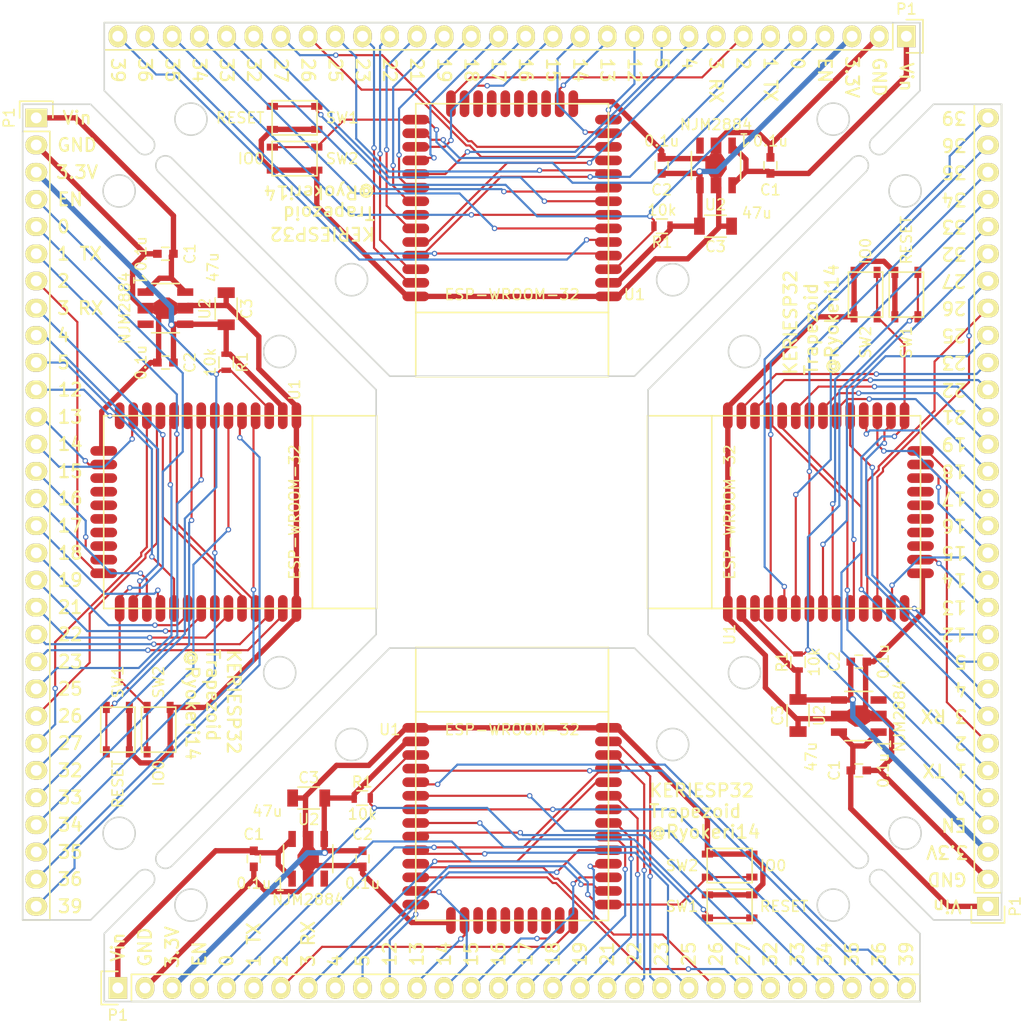
<source format=kicad_pcb>
(kicad_pcb (version 4) (host pcbnew 4.0.1-stable)
  (layers (0 F.Cu signal) (31 B.Cu signal) (34 B.Paste user) (35 F.Paste user) (36 B.SilkS user) (37 F.SilkS user) (38 B.Mask user) (39 F.Mask user) (44 Edge.Cuts user))
  (net 0 "")
  (net 1 +5V)
  (net 2 GND)
  (net 3 +3V3)
  (net 4 ENABLE)
  (net 5 "Net-(P1-Pad7)")
  (net 6 "Net-(P1-Pad8)")
  (net 7 "Net-(P1-Pad9)")
  (net 8 "Net-(P1-Pad10)")
  (net 9 "Net-(P1-Pad11)")
  (net 10 "Net-(P1-Pad12)")
  (net 11 "Net-(P1-Pad17)")
  (net 12 "Net-(P1-Pad18)")
  (net 13 "Net-(P1-Pad19)")
  (net 14 "Net-(P1-Pad20)")
  (net 15 "Net-(P1-Pad21)")
  (net 16 "Net-(P1-Pad6)")
  (net 17 "Net-(P1-Pad16)")
  (net 18 "Net-(P1-Pad15)")
  (net 19 IO0)
  (net 20 "Net-(P1-Pad14)")
  (net 21 "Net-(P1-Pad13)")
  (net 22 "Net-(P1-Pad24)")
  (net 23 "Net-(P1-Pad23)")
  (net 24 "Net-(P1-Pad22)")
  (net 25 "Net-(P1-Pad26)")
  (net 26 "Net-(P1-Pad25)")
  (net 27 "Net-(P1-Pad28)")
  (net 28 "Net-(P1-Pad27)")
  (net 29 "Net-(P1-Pad30)")
  (net 30 "Net-(P1-Pad29)")
  (module kerikun11:SW_PUSH (layer F.Cu) (at 137.16 38.1)
    (fp_text reference SW1 (at 4.445 0) (layer F.SilkS))
    (fp_text value RESET (at -5.08 0) (layer F.SilkS))
    (pad 2 smd rect (at 2.075 1.075) (size 1.05 0.65) (layers F.Cu F.Paste F.Mask) (net 2 GND))
    (pad 2 smd rect (at -2.075 1.075) (size 1.05 0.65) (layers F.Cu F.Paste F.Mask) (net 2 GND))
    (pad 1 smd rect (at -2.075 -1.075) (size 1.05 0.65) (layers F.Cu F.Paste F.Mask) (net 4 ENABLE))
    (pad 1 smd rect (at 2.075 -1.075) (size 1.05 0.65) (layers F.Cu F.Paste F.Mask) (net 4 ENABLE))
  )
  (module kerikun11:SW_PUSH (layer F.Cu) (at 137.16 41.91)
    (fp_text reference SW2 (at 4.445 0) (layer F.SilkS))
    (fp_text value IO0 (at -4.064 0) (layer F.SilkS))
    (pad 2 smd rect (at 2.075 1.075) (size 1.05 0.65) (layers F.Cu F.Paste F.Mask) (net 2 GND))
    (pad 2 smd rect (at -2.075 1.075) (size 1.05 0.65) (layers F.Cu F.Paste F.Mask) (net 2 GND))
    (pad 1 smd rect (at -2.075 -1.075) (size 1.05 0.65) (layers F.Cu F.Paste F.Mask) (net 19 IO0))
    (pad 1 smd rect (at 2.075 -1.075) (size 1.05 0.65) (layers F.Cu F.Paste F.Mask) (net 19 IO0))
  )
  (module Pin_Headers:Pin_Header_Straight_1x30 (layer F.Cu) (at 194.31 30.48 270)
    (fp_text reference P1 (at -2.54 0 360) (layer F.SilkS))
    (fp_text value CONN_01X30)
    (pad 1 thru_hole rect (at 0 0 270) (size 2.032 1.7272) (drill 1.016) (layers *.Cu *.Mask F.SilkS) (net 1 +5V))
    (pad 2 thru_hole oval (at 0 2.54 270) (size 2.032 1.7272) (drill 1.016) (layers *.Cu *.Mask F.SilkS) (net 2 GND))
    (pad 3 thru_hole oval (at 0 5.08 270) (size 2.032 1.7272) (drill 1.016) (layers *.Cu *.Mask F.SilkS) (net 3 +3V3))
    (pad 4 thru_hole oval (at 0 7.62 270) (size 2.032 1.7272) (drill 1.016) (layers *.Cu *.Mask F.SilkS) (net 4 ENABLE))
    (pad 5 thru_hole oval (at 0 10.16 270) (size 2.032 1.7272) (drill 1.016) (layers *.Cu *.Mask F.SilkS) (net 19 IO0))
    (pad 6 thru_hole oval (at 0 12.7 270) (size 2.032 1.7272) (drill 1.016) (layers *.Cu *.Mask F.SilkS) (net 16 "Net-(P1-Pad6)"))
    (pad 7 thru_hole oval (at 0 15.24 270) (size 2.032 1.7272) (drill 1.016) (layers *.Cu *.Mask F.SilkS) (net 5 "Net-(P1-Pad7)"))
    (pad 8 thru_hole oval (at 0 17.78 270) (size 2.032 1.7272) (drill 1.016) (layers *.Cu *.Mask F.SilkS) (net 6 "Net-(P1-Pad8)"))
    (pad 9 thru_hole oval (at 0 20.32 270) (size 2.032 1.7272) (drill 1.016) (layers *.Cu *.Mask F.SilkS) (net 7 "Net-(P1-Pad9)"))
    (pad 10 thru_hole oval (at 0 22.86 270) (size 2.032 1.7272) (drill 1.016) (layers *.Cu *.Mask F.SilkS) (net 8 "Net-(P1-Pad10)"))
    (pad 11 thru_hole oval (at 0 25.4 270) (size 2.032 1.7272) (drill 1.016) (layers *.Cu *.Mask F.SilkS) (net 9 "Net-(P1-Pad11)"))
    (pad 12 thru_hole oval (at 0 27.94 270) (size 2.032 1.7272) (drill 1.016) (layers *.Cu *.Mask F.SilkS) (net 10 "Net-(P1-Pad12)"))
    (pad 13 thru_hole oval (at 0 30.48 270) (size 2.032 1.7272) (drill 1.016) (layers *.Cu *.Mask F.SilkS) (net 21 "Net-(P1-Pad13)"))
    (pad 14 thru_hole oval (at 0 33.02 270) (size 2.032 1.7272) (drill 1.016) (layers *.Cu *.Mask F.SilkS) (net 20 "Net-(P1-Pad14)"))
    (pad 15 thru_hole oval (at 0 35.56 270) (size 2.032 1.7272) (drill 1.016) (layers *.Cu *.Mask F.SilkS) (net 18 "Net-(P1-Pad15)"))
    (pad 16 thru_hole oval (at 0 38.1 270) (size 2.032 1.7272) (drill 1.016) (layers *.Cu *.Mask F.SilkS) (net 17 "Net-(P1-Pad16)"))
    (pad 17 thru_hole oval (at 0 40.64 270) (size 2.032 1.7272) (drill 1.016) (layers *.Cu *.Mask F.SilkS) (net 11 "Net-(P1-Pad17)"))
    (pad 18 thru_hole oval (at 0 43.18 270) (size 2.032 1.7272) (drill 1.016) (layers *.Cu *.Mask F.SilkS) (net 12 "Net-(P1-Pad18)"))
    (pad 19 thru_hole oval (at 0 45.72 270) (size 2.032 1.7272) (drill 1.016) (layers *.Cu *.Mask F.SilkS) (net 13 "Net-(P1-Pad19)"))
    (pad 20 thru_hole oval (at 0 48.26 270) (size 2.032 1.7272) (drill 1.016) (layers *.Cu *.Mask F.SilkS) (net 14 "Net-(P1-Pad20)"))
    (pad 21 thru_hole oval (at 0 50.8 270) (size 2.032 1.7272) (drill 1.016) (layers *.Cu *.Mask F.SilkS) (net 15 "Net-(P1-Pad21)"))
    (pad 22 thru_hole oval (at 0 53.34 270) (size 2.032 1.7272) (drill 1.016) (layers *.Cu *.Mask F.SilkS) (net 24 "Net-(P1-Pad22)"))
    (pad 23 thru_hole oval (at 0 55.88 270) (size 2.032 1.7272) (drill 1.016) (layers *.Cu *.Mask F.SilkS) (net 23 "Net-(P1-Pad23)"))
    (pad 24 thru_hole oval (at 0 58.42 270) (size 2.032 1.7272) (drill 1.016) (layers *.Cu *.Mask F.SilkS) (net 22 "Net-(P1-Pad24)"))
    (pad 25 thru_hole oval (at 0 60.96 270) (size 2.032 1.7272) (drill 1.016) (layers *.Cu *.Mask F.SilkS) (net 26 "Net-(P1-Pad25)"))
    (pad 26 thru_hole oval (at 0 63.5 270) (size 2.032 1.7272) (drill 1.016) (layers *.Cu *.Mask F.SilkS) (net 25 "Net-(P1-Pad26)"))
    (pad 27 thru_hole oval (at 0 66.04 270) (size 2.032 1.7272) (drill 1.016) (layers *.Cu *.Mask F.SilkS) (net 28 "Net-(P1-Pad27)"))
    (pad 28 thru_hole oval (at 0 68.58 270) (size 2.032 1.7272) (drill 1.016) (layers *.Cu *.Mask F.SilkS) (net 27 "Net-(P1-Pad28)"))
    (pad 29 thru_hole oval (at 0 71.12 270) (size 2.032 1.7272) (drill 1.016) (layers *.Cu *.Mask F.SilkS) (net 30 "Net-(P1-Pad29)"))
    (pad 30 thru_hole oval (at 0 73.66 270) (size 2.032 1.7272) (drill 1.016) (layers *.Cu *.Mask F.SilkS) (net 29 "Net-(P1-Pad30)"))
  )
  (module TO_SOT_Packages_SMD:SOT89-5_Housing (layer F.Cu) (at 176.53 42.545 180)
    (fp_text reference U2 (at 0.05 -3.675 360) (layer F.SilkS))
    (fp_text value NJM2884 (at 0 3.81 360) (layer F.SilkS))
    (pad 2 smd trapezoid (at 0 -0.72644 180) (size 1.50114 0.7493) (rect_delta 0 0.50038) (layers F.Cu F.Paste F.Mask) (net 2 GND))
    (pad 5 smd rect (at -1.50114 -1.85166 180) (size 0.70104 1.50114) (layers F.Cu F.Paste F.Mask) (net 1 +5V))
    (pad 4 smd rect (at 1.50114 -1.85166 180) (size 0.70104 1.50114) (layers F.Cu F.Paste F.Mask) (net 3 +3V3))
    (pad 1 smd rect (at -1.50114 1.85166 180) (size 0.70104 1.50114) (layers F.Cu F.Paste F.Mask) (net 1 +5V))
    (pad 2 smd rect (at 0 1.85166 180) (size 1.00076 1.50114) (layers F.Cu F.Paste F.Mask) (net 2 GND))
    (pad 3 smd rect (at 1.50114 1.85166 180) (size 0.70104 1.50114) (layers F.Cu F.Paste F.Mask))
    (pad 2 smd rect (at 0 -1.85166 180) (size 1.00076 1.50114) (layers F.Cu F.Paste F.Mask) (net 2 GND))
    (pad 2 smd trapezoid (at 0 0.72644) (size 1.50114 0.7493) (rect_delta 0 0.50038) (layers F.Cu F.Paste F.Mask) (net 2 GND))
    (pad 2 smd rect (at 0 0 180) (size 1.99898 0.8001) (layers F.Cu F.Paste F.Mask) (net 2 GND))
  )
  (module kerikun11:ESP-WROOM-32 (layer F.Cu) (at 157.48 49.53)
    (fp_text reference U1 (at 11.43 5.08) (layer F.SilkS))
    (fp_text value ESP-WROOM-32 (at 0 5.08) (layer F.SilkS))
    (pad 38 smd oval (at -9 5.25) (size 2.5 0.9) (layers F.Cu F.Paste F.Mask) (net 2 GND))
    (pad 37 smd oval (at -9 3.98) (size 2.5 0.9) (layers F.Cu F.Paste F.Mask) (net 15 "Net-(P1-Pad21)"))
    (pad 36 smd oval (at -9 2.71) (size 2.5 0.9) (layers F.Cu F.Paste F.Mask) (net 14 "Net-(P1-Pad20)"))
    (pad 35 smd oval (at -9 1.44) (size 2.5 0.9) (layers F.Cu F.Paste F.Mask) (net 16 "Net-(P1-Pad6)"))
    (pad 34 smd oval (at -9 0.17) (size 2.5 0.9) (layers F.Cu F.Paste F.Mask) (net 6 "Net-(P1-Pad8)"))
    (pad 33 smd oval (at -9 -1.1) (size 2.5 0.9) (layers F.Cu F.Paste F.Mask) (net 13 "Net-(P1-Pad19)"))
    (pad 32 smd oval (at -9 -2.37) (size 2.5 0.9) (layers F.Cu F.Paste F.Mask))
    (pad 31 smd oval (at -9 -3.64) (size 2.5 0.9) (layers F.Cu F.Paste F.Mask) (net 12 "Net-(P1-Pad18)"))
    (pad 30 smd oval (at -9 -4.91) (size 2.5 0.9) (layers F.Cu F.Paste F.Mask) (net 11 "Net-(P1-Pad17)"))
    (pad 29 smd oval (at -9 -6.18) (size 2.5 0.9) (layers F.Cu F.Paste F.Mask) (net 8 "Net-(P1-Pad10)"))
    (pad 28 smd oval (at -9 -7.45) (size 2.5 0.9) (layers F.Cu F.Paste F.Mask) (net 17 "Net-(P1-Pad16)"))
    (pad 27 smd oval (at -9 -8.72) (size 2.5 0.9) (layers F.Cu F.Paste F.Mask) (net 18 "Net-(P1-Pad15)"))
    (pad 26 smd oval (at -9 -9.99) (size 2.5 0.9) (layers F.Cu F.Paste F.Mask) (net 7 "Net-(P1-Pad9)"))
    (pad 25 smd oval (at -9 -11.26) (size 2.5 0.9) (layers F.Cu F.Paste F.Mask) (net 19 IO0))
    (pad 24 smd oval (at -5.715 -12.75) (size 0.9 2.5) (layers F.Cu F.Paste F.Mask) (net 5 "Net-(P1-Pad7)"))
    (pad 23 smd oval (at -4.445 -12.75) (size 0.9 2.5) (layers F.Cu F.Paste F.Mask) (net 20 "Net-(P1-Pad14)"))
    (pad 22 smd oval (at -3.175 -12.75) (size 0.9 2.5) (layers F.Cu F.Paste F.Mask))
    (pad 21 smd oval (at -1.905 -12.75) (size 0.9 2.5) (layers F.Cu F.Paste F.Mask))
    (pad 20 smd oval (at -0.635 -12.75) (size 0.9 2.5) (layers F.Cu F.Paste F.Mask))
    (pad 19 smd oval (at 0.635 -12.75) (size 0.9 2.5) (layers F.Cu F.Paste F.Mask))
    (pad 18 smd oval (at 1.905 -12.75) (size 0.9 2.5) (layers F.Cu F.Paste F.Mask))
    (pad 17 smd oval (at 3.175 -12.75) (size 0.9 2.5) (layers F.Cu F.Paste F.Mask))
    (pad 16 smd oval (at 4.445 -12.75) (size 0.9 2.5) (layers F.Cu F.Paste F.Mask) (net 10 "Net-(P1-Pad12)"))
    (pad 15 smd oval (at 5.715 -12.75) (size 0.9 2.5) (layers F.Cu F.Paste F.Mask) (net 2 GND))
    (pad 14 smd oval (at 9 -11.26) (size 2.5 0.9) (layers F.Cu F.Paste F.Mask) (net 9 "Net-(P1-Pad11)"))
    (pad 13 smd oval (at 9 -9.99) (size 2.5 0.9) (layers F.Cu F.Paste F.Mask) (net 21 "Net-(P1-Pad13)"))
    (pad 12 smd oval (at 9 -8.72) (size 2.5 0.9) (layers F.Cu F.Paste F.Mask) (net 22 "Net-(P1-Pad24)"))
    (pad 11 smd oval (at 9 -7.45) (size 2.5 0.9) (layers F.Cu F.Paste F.Mask) (net 23 "Net-(P1-Pad23)"))
    (pad 10 smd oval (at 9 -6.18) (size 2.5 0.9) (layers F.Cu F.Paste F.Mask) (net 24 "Net-(P1-Pad22)"))
    (pad 9 smd oval (at 9 -4.91) (size 2.5 0.9) (layers F.Cu F.Paste F.Mask) (net 25 "Net-(P1-Pad26)"))
    (pad 8 smd oval (at 9 -3.64) (size 2.5 0.9) (layers F.Cu F.Paste F.Mask) (net 26 "Net-(P1-Pad25)"))
    (pad 7 smd oval (at 9 -2.37) (size 2.5 0.9) (layers F.Cu F.Paste F.Mask) (net 27 "Net-(P1-Pad28)"))
    (pad 6 smd oval (at 9 -1.1) (size 2.5 0.9) (layers F.Cu F.Paste F.Mask) (net 28 "Net-(P1-Pad27)"))
    (pad 5 smd oval (at 9 0.17) (size 2.5 0.9) (layers F.Cu F.Paste F.Mask) (net 29 "Net-(P1-Pad30)"))
    (pad 4 smd oval (at 9 1.44) (size 2.5 0.9) (layers F.Cu F.Paste F.Mask) (net 30 "Net-(P1-Pad29)"))
    (pad 3 smd oval (at 9 2.71) (size 2.5 0.9) (layers F.Cu F.Paste F.Mask) (net 4 ENABLE))
    (pad 2 smd oval (at 9 3.98) (size 2.5 0.9) (layers F.Cu F.Paste F.Mask) (net 3 +3V3))
    (pad 1 smd oval (at 9 5.25) (size 2.5 0.9) (layers F.Cu F.Paste F.Mask) (net 2 GND))
  )
  (module Resistors_SMD:R_0603 (layer F.Cu) (at 171.48 48.22 180)
    (fp_text reference R1 (at 0 -1.5 360) (layer F.SilkS))
    (fp_text value 10k (at 0 1.5 360) (layer F.SilkS))
    (pad 1 smd rect (at -0.75 0 180) (size 0.5 0.9) (layers F.Cu F.Paste F.Mask) (net 3 +3V3))
    (pad 2 smd rect (at 0.75 0 180) (size 0.5 0.9) (layers F.Cu F.Paste F.Mask) (net 4 ENABLE))
  )
  (module Capacitors_SMD:C_1206 (layer F.Cu) (at 176.48 48.22)
    (fp_text reference C3 (at 0 1.905 180) (layer F.SilkS))
    (fp_text value 47u (at 3.86 -1.23 180) (layer F.SilkS))
    (pad 1 smd rect (at -1.5 0) (size 1 1.6) (layers F.Cu F.Paste F.Mask) (net 3 +3V3))
    (pad 2 smd rect (at 1.5 0) (size 1 1.6) (layers F.Cu F.Paste F.Mask) (net 2 GND))
  )
  (module Capacitors_SMD:C_0603 (layer F.Cu) (at 171.45 42.545 90)
    (fp_text reference C2 (at -2.286 0 180) (layer F.SilkS))
    (fp_text value 0.1u (at 2.286 0 180) (layer F.SilkS))
    (pad 1 smd rect (at -0.75 0 90) (size 0.8 0.75) (layers F.Cu F.Paste F.Mask) (net 3 +3V3))
    (pad 2 smd rect (at 0.75 0 90) (size 0.8 0.75) (layers F.Cu F.Paste F.Mask) (net 2 GND))
  )
  (module Capacitors_SMD:C_0603 (layer F.Cu) (at 181.61 42.545 90)
    (fp_text reference C1 (at -2.286 0 180) (layer F.SilkS))
    (fp_text value 0.1u (at 2.286 0 180) (layer F.SilkS))
    (pad 1 smd rect (at -0.75 0 90) (size 0.8 0.75) (layers F.Cu F.Paste F.Mask) (net 1 +5V))
    (pad 2 smd rect (at 0.75 0 90) (size 0.8 0.75) (layers F.Cu F.Paste F.Mask) (net 2 GND))
  )
  (module Capacitors_SMD:C_0603 (layer F.Cu) (at 125.095 50.8 180)
    (fp_text reference C1 (at -2.286 0 270) (layer F.SilkS))
    (fp_text value 0.1u (at 2.286 0 270) (layer F.SilkS))
    (pad 1 smd rect (at -0.75 0 180) (size 0.8 0.75) (layers F.Cu F.Paste F.Mask) (net 1 +5V))
    (pad 2 smd rect (at 0.75 0 180) (size 0.8 0.75) (layers F.Cu F.Paste F.Mask) (net 2 GND))
  )
  (module Capacitors_SMD:C_0603 (layer F.Cu) (at 125.095 60.96 180)
    (fp_text reference C2 (at -2.286 0 270) (layer F.SilkS))
    (fp_text value 0.1u (at 2.286 0 270) (layer F.SilkS))
    (pad 1 smd rect (at -0.75 0 180) (size 0.8 0.75) (layers F.Cu F.Paste F.Mask) (net 3 +3V3))
    (pad 2 smd rect (at 0.75 0 180) (size 0.8 0.75) (layers F.Cu F.Paste F.Mask) (net 2 GND))
  )
  (module Capacitors_SMD:C_1206 (layer F.Cu) (at 130.77 55.93 90)
    (fp_text reference C3 (at 0 1.905 270) (layer F.SilkS))
    (fp_text value 47u (at 3.86 -1.23 270) (layer F.SilkS))
    (pad 1 smd rect (at -1.5 0 90) (size 1 1.6) (layers F.Cu F.Paste F.Mask) (net 3 +3V3))
    (pad 2 smd rect (at 1.5 0 90) (size 1 1.6) (layers F.Cu F.Paste F.Mask) (net 2 GND))
  )
  (module Resistors_SMD:R_0603 (layer F.Cu) (at 130.77 60.93 270)
    (fp_text reference R1 (at 0 -1.5 450) (layer F.SilkS))
    (fp_text value 10k (at 0 1.5 450) (layer F.SilkS))
    (pad 1 smd rect (at -0.75 0 270) (size 0.5 0.9) (layers F.Cu F.Paste F.Mask) (net 3 +3V3))
    (pad 2 smd rect (at 0.75 0 270) (size 0.5 0.9) (layers F.Cu F.Paste F.Mask) (net 4 ENABLE))
  )
  (module kerikun11:ESP-WROOM-32 (layer F.Cu) (at 132.08 74.93 90)
    (fp_text reference U1 (at 11.43 5.08 90) (layer F.SilkS))
    (fp_text value ESP-WROOM-32 (at 0 5.08 90) (layer F.SilkS))
    (pad 38 smd oval (at -9 5.25 90) (size 2.5 0.9) (layers F.Cu F.Paste F.Mask) (net 2 GND))
    (pad 37 smd oval (at -9 3.98 90) (size 2.5 0.9) (layers F.Cu F.Paste F.Mask) (net 15 "Net-(P1-Pad21)"))
    (pad 36 smd oval (at -9 2.71 90) (size 2.5 0.9) (layers F.Cu F.Paste F.Mask) (net 14 "Net-(P1-Pad20)"))
    (pad 35 smd oval (at -9 1.44 90) (size 2.5 0.9) (layers F.Cu F.Paste F.Mask) (net 16 "Net-(P1-Pad6)"))
    (pad 34 smd oval (at -9 0.17 90) (size 2.5 0.9) (layers F.Cu F.Paste F.Mask) (net 6 "Net-(P1-Pad8)"))
    (pad 33 smd oval (at -9 -1.1 90) (size 2.5 0.9) (layers F.Cu F.Paste F.Mask) (net 13 "Net-(P1-Pad19)"))
    (pad 32 smd oval (at -9 -2.37 90) (size 2.5 0.9) (layers F.Cu F.Paste F.Mask))
    (pad 31 smd oval (at -9 -3.64 90) (size 2.5 0.9) (layers F.Cu F.Paste F.Mask) (net 12 "Net-(P1-Pad18)"))
    (pad 30 smd oval (at -9 -4.91 90) (size 2.5 0.9) (layers F.Cu F.Paste F.Mask) (net 11 "Net-(P1-Pad17)"))
    (pad 29 smd oval (at -9 -6.18 90) (size 2.5 0.9) (layers F.Cu F.Paste F.Mask) (net 8 "Net-(P1-Pad10)"))
    (pad 28 smd oval (at -9 -7.45 90) (size 2.5 0.9) (layers F.Cu F.Paste F.Mask) (net 17 "Net-(P1-Pad16)"))
    (pad 27 smd oval (at -9 -8.72 90) (size 2.5 0.9) (layers F.Cu F.Paste F.Mask) (net 18 "Net-(P1-Pad15)"))
    (pad 26 smd oval (at -9 -9.99 90) (size 2.5 0.9) (layers F.Cu F.Paste F.Mask) (net 7 "Net-(P1-Pad9)"))
    (pad 25 smd oval (at -9 -11.26 90) (size 2.5 0.9) (layers F.Cu F.Paste F.Mask) (net 19 IO0))
    (pad 24 smd oval (at -5.715 -12.75 90) (size 0.9 2.5) (layers F.Cu F.Paste F.Mask) (net 5 "Net-(P1-Pad7)"))
    (pad 23 smd oval (at -4.445 -12.75 90) (size 0.9 2.5) (layers F.Cu F.Paste F.Mask) (net 20 "Net-(P1-Pad14)"))
    (pad 22 smd oval (at -3.175 -12.75 90) (size 0.9 2.5) (layers F.Cu F.Paste F.Mask))
    (pad 21 smd oval (at -1.905 -12.75 90) (size 0.9 2.5) (layers F.Cu F.Paste F.Mask))
    (pad 20 smd oval (at -0.635 -12.75 90) (size 0.9 2.5) (layers F.Cu F.Paste F.Mask))
    (pad 19 smd oval (at 0.635 -12.75 90) (size 0.9 2.5) (layers F.Cu F.Paste F.Mask))
    (pad 18 smd oval (at 1.905 -12.75 90) (size 0.9 2.5) (layers F.Cu F.Paste F.Mask))
    (pad 17 smd oval (at 3.175 -12.75 90) (size 0.9 2.5) (layers F.Cu F.Paste F.Mask))
    (pad 16 smd oval (at 4.445 -12.75 90) (size 0.9 2.5) (layers F.Cu F.Paste F.Mask) (net 10 "Net-(P1-Pad12)"))
    (pad 15 smd oval (at 5.715 -12.75 90) (size 0.9 2.5) (layers F.Cu F.Paste F.Mask) (net 2 GND))
    (pad 14 smd oval (at 9 -11.26 90) (size 2.5 0.9) (layers F.Cu F.Paste F.Mask) (net 9 "Net-(P1-Pad11)"))
    (pad 13 smd oval (at 9 -9.99 90) (size 2.5 0.9) (layers F.Cu F.Paste F.Mask) (net 21 "Net-(P1-Pad13)"))
    (pad 12 smd oval (at 9 -8.72 90) (size 2.5 0.9) (layers F.Cu F.Paste F.Mask) (net 22 "Net-(P1-Pad24)"))
    (pad 11 smd oval (at 9 -7.45 90) (size 2.5 0.9) (layers F.Cu F.Paste F.Mask) (net 23 "Net-(P1-Pad23)"))
    (pad 10 smd oval (at 9 -6.18 90) (size 2.5 0.9) (layers F.Cu F.Paste F.Mask) (net 24 "Net-(P1-Pad22)"))
    (pad 9 smd oval (at 9 -4.91 90) (size 2.5 0.9) (layers F.Cu F.Paste F.Mask) (net 25 "Net-(P1-Pad26)"))
    (pad 8 smd oval (at 9 -3.64 90) (size 2.5 0.9) (layers F.Cu F.Paste F.Mask) (net 26 "Net-(P1-Pad25)"))
    (pad 7 smd oval (at 9 -2.37 90) (size 2.5 0.9) (layers F.Cu F.Paste F.Mask) (net 27 "Net-(P1-Pad28)"))
    (pad 6 smd oval (at 9 -1.1 90) (size 2.5 0.9) (layers F.Cu F.Paste F.Mask) (net 28 "Net-(P1-Pad27)"))
    (pad 5 smd oval (at 9 0.17 90) (size 2.5 0.9) (layers F.Cu F.Paste F.Mask) (net 29 "Net-(P1-Pad30)"))
    (pad 4 smd oval (at 9 1.44 90) (size 2.5 0.9) (layers F.Cu F.Paste F.Mask) (net 30 "Net-(P1-Pad29)"))
    (pad 3 smd oval (at 9 2.71 90) (size 2.5 0.9) (layers F.Cu F.Paste F.Mask) (net 4 ENABLE))
    (pad 2 smd oval (at 9 3.98 90) (size 2.5 0.9) (layers F.Cu F.Paste F.Mask) (net 3 +3V3))
    (pad 1 smd oval (at 9 5.25 90) (size 2.5 0.9) (layers F.Cu F.Paste F.Mask) (net 2 GND))
  )
  (module TO_SOT_Packages_SMD:SOT89-5_Housing (layer F.Cu) (at 125.095 55.88 270)
    (fp_text reference U2 (at 0.05 -3.675 450) (layer F.SilkS))
    (fp_text value NJM2884 (at 0 3.81 450) (layer F.SilkS))
    (pad 2 smd trapezoid (at 0 -0.72644 270) (size 1.50114 0.7493) (rect_delta 0 0.50038) (layers F.Cu F.Paste F.Mask) (net 2 GND))
    (pad 5 smd rect (at -1.50114 -1.85166 270) (size 0.70104 1.50114) (layers F.Cu F.Paste F.Mask) (net 1 +5V))
    (pad 4 smd rect (at 1.50114 -1.85166 270) (size 0.70104 1.50114) (layers F.Cu F.Paste F.Mask) (net 3 +3V3))
    (pad 1 smd rect (at -1.50114 1.85166 270) (size 0.70104 1.50114) (layers F.Cu F.Paste F.Mask) (net 1 +5V))
    (pad 2 smd rect (at 0 1.85166 270) (size 1.00076 1.50114) (layers F.Cu F.Paste F.Mask) (net 2 GND))
    (pad 3 smd rect (at 1.50114 1.85166 270) (size 0.70104 1.50114) (layers F.Cu F.Paste F.Mask))
    (pad 2 smd rect (at 0 -1.85166 270) (size 1.00076 1.50114) (layers F.Cu F.Paste F.Mask) (net 2 GND))
    (pad 2 smd trapezoid (at 0 0.72644 90) (size 1.50114 0.7493) (rect_delta 0 0.50038) (layers F.Cu F.Paste F.Mask) (net 2 GND))
    (pad 2 smd rect (at 0 0 270) (size 1.99898 0.8001) (layers F.Cu F.Paste F.Mask) (net 2 GND))
  )
  (module Pin_Headers:Pin_Header_Straight_1x30 (layer F.Cu) (at 113.03 38.1)
    (fp_text reference P1 (at -2.54 0 90) (layer F.SilkS))
    (fp_text value CONN_01X30)
    (pad 1 thru_hole rect (at 0 0) (size 2.032 1.7272) (drill 1.016) (layers *.Cu *.Mask F.SilkS) (net 1 +5V))
    (pad 2 thru_hole oval (at 0 2.54) (size 2.032 1.7272) (drill 1.016) (layers *.Cu *.Mask F.SilkS) (net 2 GND))
    (pad 3 thru_hole oval (at 0 5.08) (size 2.032 1.7272) (drill 1.016) (layers *.Cu *.Mask F.SilkS) (net 3 +3V3))
    (pad 4 thru_hole oval (at 0 7.62) (size 2.032 1.7272) (drill 1.016) (layers *.Cu *.Mask F.SilkS) (net 4 ENABLE))
    (pad 5 thru_hole oval (at 0 10.16) (size 2.032 1.7272) (drill 1.016) (layers *.Cu *.Mask F.SilkS) (net 19 IO0))
    (pad 6 thru_hole oval (at 0 12.7) (size 2.032 1.7272) (drill 1.016) (layers *.Cu *.Mask F.SilkS) (net 16 "Net-(P1-Pad6)"))
    (pad 7 thru_hole oval (at 0 15.24) (size 2.032 1.7272) (drill 1.016) (layers *.Cu *.Mask F.SilkS) (net 5 "Net-(P1-Pad7)"))
    (pad 8 thru_hole oval (at 0 17.78) (size 2.032 1.7272) (drill 1.016) (layers *.Cu *.Mask F.SilkS) (net 6 "Net-(P1-Pad8)"))
    (pad 9 thru_hole oval (at 0 20.32) (size 2.032 1.7272) (drill 1.016) (layers *.Cu *.Mask F.SilkS) (net 7 "Net-(P1-Pad9)"))
    (pad 10 thru_hole oval (at 0 22.86) (size 2.032 1.7272) (drill 1.016) (layers *.Cu *.Mask F.SilkS) (net 8 "Net-(P1-Pad10)"))
    (pad 11 thru_hole oval (at 0 25.4) (size 2.032 1.7272) (drill 1.016) (layers *.Cu *.Mask F.SilkS) (net 9 "Net-(P1-Pad11)"))
    (pad 12 thru_hole oval (at 0 27.94) (size 2.032 1.7272) (drill 1.016) (layers *.Cu *.Mask F.SilkS) (net 10 "Net-(P1-Pad12)"))
    (pad 13 thru_hole oval (at 0 30.48) (size 2.032 1.7272) (drill 1.016) (layers *.Cu *.Mask F.SilkS) (net 21 "Net-(P1-Pad13)"))
    (pad 14 thru_hole oval (at 0 33.02) (size 2.032 1.7272) (drill 1.016) (layers *.Cu *.Mask F.SilkS) (net 20 "Net-(P1-Pad14)"))
    (pad 15 thru_hole oval (at 0 35.56) (size 2.032 1.7272) (drill 1.016) (layers *.Cu *.Mask F.SilkS) (net 18 "Net-(P1-Pad15)"))
    (pad 16 thru_hole oval (at 0 38.1) (size 2.032 1.7272) (drill 1.016) (layers *.Cu *.Mask F.SilkS) (net 17 "Net-(P1-Pad16)"))
    (pad 17 thru_hole oval (at 0 40.64) (size 2.032 1.7272) (drill 1.016) (layers *.Cu *.Mask F.SilkS) (net 11 "Net-(P1-Pad17)"))
    (pad 18 thru_hole oval (at 0 43.18) (size 2.032 1.7272) (drill 1.016) (layers *.Cu *.Mask F.SilkS) (net 12 "Net-(P1-Pad18)"))
    (pad 19 thru_hole oval (at 0 45.72) (size 2.032 1.7272) (drill 1.016) (layers *.Cu *.Mask F.SilkS) (net 13 "Net-(P1-Pad19)"))
    (pad 20 thru_hole oval (at 0 48.26) (size 2.032 1.7272) (drill 1.016) (layers *.Cu *.Mask F.SilkS) (net 14 "Net-(P1-Pad20)"))
    (pad 21 thru_hole oval (at 0 50.8) (size 2.032 1.7272) (drill 1.016) (layers *.Cu *.Mask F.SilkS) (net 15 "Net-(P1-Pad21)"))
    (pad 22 thru_hole oval (at 0 53.34) (size 2.032 1.7272) (drill 1.016) (layers *.Cu *.Mask F.SilkS) (net 24 "Net-(P1-Pad22)"))
    (pad 23 thru_hole oval (at 0 55.88) (size 2.032 1.7272) (drill 1.016) (layers *.Cu *.Mask F.SilkS) (net 23 "Net-(P1-Pad23)"))
    (pad 24 thru_hole oval (at 0 58.42) (size 2.032 1.7272) (drill 1.016) (layers *.Cu *.Mask F.SilkS) (net 22 "Net-(P1-Pad24)"))
    (pad 25 thru_hole oval (at 0 60.96) (size 2.032 1.7272) (drill 1.016) (layers *.Cu *.Mask F.SilkS) (net 26 "Net-(P1-Pad25)"))
    (pad 26 thru_hole oval (at 0 63.5) (size 2.032 1.7272) (drill 1.016) (layers *.Cu *.Mask F.SilkS) (net 25 "Net-(P1-Pad26)"))
    (pad 27 thru_hole oval (at 0 66.04) (size 2.032 1.7272) (drill 1.016) (layers *.Cu *.Mask F.SilkS) (net 28 "Net-(P1-Pad27)"))
    (pad 28 thru_hole oval (at 0 68.58) (size 2.032 1.7272) (drill 1.016) (layers *.Cu *.Mask F.SilkS) (net 27 "Net-(P1-Pad28)"))
    (pad 29 thru_hole oval (at 0 71.12) (size 2.032 1.7272) (drill 1.016) (layers *.Cu *.Mask F.SilkS) (net 30 "Net-(P1-Pad29)"))
    (pad 30 thru_hole oval (at 0 73.66) (size 2.032 1.7272) (drill 1.016) (layers *.Cu *.Mask F.SilkS) (net 29 "Net-(P1-Pad30)"))
  )
  (module kerikun11:SW_PUSH (layer F.Cu) (at 124.46 95.25 90)
    (fp_text reference SW2 (at 4.445 0 90) (layer F.SilkS))
    (fp_text value IO0 (at -4.064 0 90) (layer F.SilkS))
    (pad 2 smd rect (at 2.075 1.075 90) (size 1.05 0.65) (layers F.Cu F.Paste F.Mask) (net 2 GND))
    (pad 2 smd rect (at -2.075 1.075 90) (size 1.05 0.65) (layers F.Cu F.Paste F.Mask) (net 2 GND))
    (pad 1 smd rect (at -2.075 -1.075 90) (size 1.05 0.65) (layers F.Cu F.Paste F.Mask) (net 19 IO0))
    (pad 1 smd rect (at 2.075 -1.075 90) (size 1.05 0.65) (layers F.Cu F.Paste F.Mask) (net 19 IO0))
  )
  (module kerikun11:SW_PUSH (layer F.Cu) (at 120.65 95.25 90)
    (fp_text reference SW1 (at 4.445 0 90) (layer F.SilkS))
    (fp_text value RESET (at -5.08 0 90) (layer F.SilkS))
    (pad 2 smd rect (at 2.075 1.075 90) (size 1.05 0.65) (layers F.Cu F.Paste F.Mask) (net 2 GND))
    (pad 2 smd rect (at -2.075 1.075 90) (size 1.05 0.65) (layers F.Cu F.Paste F.Mask) (net 2 GND))
    (pad 1 smd rect (at -2.075 -1.075 90) (size 1.05 0.65) (layers F.Cu F.Paste F.Mask) (net 4 ENABLE))
    (pad 1 smd rect (at 2.075 -1.075 90) (size 1.05 0.65) (layers F.Cu F.Paste F.Mask) (net 4 ENABLE))
  )
  (module kerikun11:SW_PUSH (layer F.Cu) (at 194.31 54.61 270)
    (fp_text reference SW1 (at 4.445 0 270) (layer F.SilkS))
    (fp_text value RESET (at -5.08 0 270) (layer F.SilkS))
    (pad 2 smd rect (at 2.075 1.075 270) (size 1.05 0.65) (layers F.Cu F.Paste F.Mask) (net 2 GND))
    (pad 2 smd rect (at -2.075 1.075 270) (size 1.05 0.65) (layers F.Cu F.Paste F.Mask) (net 2 GND))
    (pad 1 smd rect (at -2.075 -1.075 270) (size 1.05 0.65) (layers F.Cu F.Paste F.Mask) (net 4 ENABLE))
    (pad 1 smd rect (at 2.075 -1.075 270) (size 1.05 0.65) (layers F.Cu F.Paste F.Mask) (net 4 ENABLE))
  )
  (module kerikun11:SW_PUSH (layer F.Cu) (at 190.5 54.61 270)
    (fp_text reference SW2 (at 4.445 0 270) (layer F.SilkS))
    (fp_text value IO0 (at -4.064 0 270) (layer F.SilkS))
    (pad 2 smd rect (at 2.075 1.075 270) (size 1.05 0.65) (layers F.Cu F.Paste F.Mask) (net 2 GND))
    (pad 2 smd rect (at -2.075 1.075 270) (size 1.05 0.65) (layers F.Cu F.Paste F.Mask) (net 2 GND))
    (pad 1 smd rect (at -2.075 -1.075 270) (size 1.05 0.65) (layers F.Cu F.Paste F.Mask) (net 19 IO0))
    (pad 1 smd rect (at 2.075 -1.075 270) (size 1.05 0.65) (layers F.Cu F.Paste F.Mask) (net 19 IO0))
  )
  (module Pin_Headers:Pin_Header_Straight_1x30 (layer F.Cu) (at 201.93 111.76 180)
    (fp_text reference P1 (at -2.54 0 270) (layer F.SilkS))
    (fp_text value CONN_01X30)
    (pad 1 thru_hole rect (at 0 0 180) (size 2.032 1.7272) (drill 1.016) (layers *.Cu *.Mask F.SilkS) (net 1 +5V))
    (pad 2 thru_hole oval (at 0 2.54 180) (size 2.032 1.7272) (drill 1.016) (layers *.Cu *.Mask F.SilkS) (net 2 GND))
    (pad 3 thru_hole oval (at 0 5.08 180) (size 2.032 1.7272) (drill 1.016) (layers *.Cu *.Mask F.SilkS) (net 3 +3V3))
    (pad 4 thru_hole oval (at 0 7.62 180) (size 2.032 1.7272) (drill 1.016) (layers *.Cu *.Mask F.SilkS) (net 4 ENABLE))
    (pad 5 thru_hole oval (at 0 10.16 180) (size 2.032 1.7272) (drill 1.016) (layers *.Cu *.Mask F.SilkS) (net 19 IO0))
    (pad 6 thru_hole oval (at 0 12.7 180) (size 2.032 1.7272) (drill 1.016) (layers *.Cu *.Mask F.SilkS) (net 16 "Net-(P1-Pad6)"))
    (pad 7 thru_hole oval (at 0 15.24 180) (size 2.032 1.7272) (drill 1.016) (layers *.Cu *.Mask F.SilkS) (net 5 "Net-(P1-Pad7)"))
    (pad 8 thru_hole oval (at 0 17.78 180) (size 2.032 1.7272) (drill 1.016) (layers *.Cu *.Mask F.SilkS) (net 6 "Net-(P1-Pad8)"))
    (pad 9 thru_hole oval (at 0 20.32 180) (size 2.032 1.7272) (drill 1.016) (layers *.Cu *.Mask F.SilkS) (net 7 "Net-(P1-Pad9)"))
    (pad 10 thru_hole oval (at 0 22.86 180) (size 2.032 1.7272) (drill 1.016) (layers *.Cu *.Mask F.SilkS) (net 8 "Net-(P1-Pad10)"))
    (pad 11 thru_hole oval (at 0 25.4 180) (size 2.032 1.7272) (drill 1.016) (layers *.Cu *.Mask F.SilkS) (net 9 "Net-(P1-Pad11)"))
    (pad 12 thru_hole oval (at 0 27.94 180) (size 2.032 1.7272) (drill 1.016) (layers *.Cu *.Mask F.SilkS) (net 10 "Net-(P1-Pad12)"))
    (pad 13 thru_hole oval (at 0 30.48 180) (size 2.032 1.7272) (drill 1.016) (layers *.Cu *.Mask F.SilkS) (net 21 "Net-(P1-Pad13)"))
    (pad 14 thru_hole oval (at 0 33.02 180) (size 2.032 1.7272) (drill 1.016) (layers *.Cu *.Mask F.SilkS) (net 20 "Net-(P1-Pad14)"))
    (pad 15 thru_hole oval (at 0 35.56 180) (size 2.032 1.7272) (drill 1.016) (layers *.Cu *.Mask F.SilkS) (net 18 "Net-(P1-Pad15)"))
    (pad 16 thru_hole oval (at 0 38.1 180) (size 2.032 1.7272) (drill 1.016) (layers *.Cu *.Mask F.SilkS) (net 17 "Net-(P1-Pad16)"))
    (pad 17 thru_hole oval (at 0 40.64 180) (size 2.032 1.7272) (drill 1.016) (layers *.Cu *.Mask F.SilkS) (net 11 "Net-(P1-Pad17)"))
    (pad 18 thru_hole oval (at 0 43.18 180) (size 2.032 1.7272) (drill 1.016) (layers *.Cu *.Mask F.SilkS) (net 12 "Net-(P1-Pad18)"))
    (pad 19 thru_hole oval (at 0 45.72 180) (size 2.032 1.7272) (drill 1.016) (layers *.Cu *.Mask F.SilkS) (net 13 "Net-(P1-Pad19)"))
    (pad 20 thru_hole oval (at 0 48.26 180) (size 2.032 1.7272) (drill 1.016) (layers *.Cu *.Mask F.SilkS) (net 14 "Net-(P1-Pad20)"))
    (pad 21 thru_hole oval (at 0 50.8 180) (size 2.032 1.7272) (drill 1.016) (layers *.Cu *.Mask F.SilkS) (net 15 "Net-(P1-Pad21)"))
    (pad 22 thru_hole oval (at 0 53.34 180) (size 2.032 1.7272) (drill 1.016) (layers *.Cu *.Mask F.SilkS) (net 24 "Net-(P1-Pad22)"))
    (pad 23 thru_hole oval (at 0 55.88 180) (size 2.032 1.7272) (drill 1.016) (layers *.Cu *.Mask F.SilkS) (net 23 "Net-(P1-Pad23)"))
    (pad 24 thru_hole oval (at 0 58.42 180) (size 2.032 1.7272) (drill 1.016) (layers *.Cu *.Mask F.SilkS) (net 22 "Net-(P1-Pad24)"))
    (pad 25 thru_hole oval (at 0 60.96 180) (size 2.032 1.7272) (drill 1.016) (layers *.Cu *.Mask F.SilkS) (net 26 "Net-(P1-Pad25)"))
    (pad 26 thru_hole oval (at 0 63.5 180) (size 2.032 1.7272) (drill 1.016) (layers *.Cu *.Mask F.SilkS) (net 25 "Net-(P1-Pad26)"))
    (pad 27 thru_hole oval (at 0 66.04 180) (size 2.032 1.7272) (drill 1.016) (layers *.Cu *.Mask F.SilkS) (net 28 "Net-(P1-Pad27)"))
    (pad 28 thru_hole oval (at 0 68.58 180) (size 2.032 1.7272) (drill 1.016) (layers *.Cu *.Mask F.SilkS) (net 27 "Net-(P1-Pad28)"))
    (pad 29 thru_hole oval (at 0 71.12 180) (size 2.032 1.7272) (drill 1.016) (layers *.Cu *.Mask F.SilkS) (net 30 "Net-(P1-Pad29)"))
    (pad 30 thru_hole oval (at 0 73.66 180) (size 2.032 1.7272) (drill 1.016) (layers *.Cu *.Mask F.SilkS) (net 29 "Net-(P1-Pad30)"))
  )
  (module TO_SOT_Packages_SMD:SOT89-5_Housing (layer F.Cu) (at 189.865 93.98 90)
    (fp_text reference U2 (at 0.05 -3.675 270) (layer F.SilkS))
    (fp_text value NJM2884 (at 0 3.81 270) (layer F.SilkS))
    (pad 2 smd trapezoid (at 0 -0.72644 90) (size 1.50114 0.7493) (rect_delta 0 0.50038) (layers F.Cu F.Paste F.Mask) (net 2 GND))
    (pad 5 smd rect (at -1.50114 -1.85166 90) (size 0.70104 1.50114) (layers F.Cu F.Paste F.Mask) (net 1 +5V))
    (pad 4 smd rect (at 1.50114 -1.85166 90) (size 0.70104 1.50114) (layers F.Cu F.Paste F.Mask) (net 3 +3V3))
    (pad 1 smd rect (at -1.50114 1.85166 90) (size 0.70104 1.50114) (layers F.Cu F.Paste F.Mask) (net 1 +5V))
    (pad 2 smd rect (at 0 1.85166 90) (size 1.00076 1.50114) (layers F.Cu F.Paste F.Mask) (net 2 GND))
    (pad 3 smd rect (at 1.50114 1.85166 90) (size 0.70104 1.50114) (layers F.Cu F.Paste F.Mask))
    (pad 2 smd rect (at 0 -1.85166 90) (size 1.00076 1.50114) (layers F.Cu F.Paste F.Mask) (net 2 GND))
    (pad 2 smd trapezoid (at 0 0.72644 270) (size 1.50114 0.7493) (rect_delta 0 0.50038) (layers F.Cu F.Paste F.Mask) (net 2 GND))
    (pad 2 smd rect (at 0 0 90) (size 1.99898 0.8001) (layers F.Cu F.Paste F.Mask) (net 2 GND))
  )
  (module kerikun11:ESP-WROOM-32 (layer F.Cu) (at 182.88 74.93 270)
    (fp_text reference U1 (at 11.43 5.08 270) (layer F.SilkS))
    (fp_text value ESP-WROOM-32 (at 0 5.08 270) (layer F.SilkS))
    (pad 38 smd oval (at -9 5.25 270) (size 2.5 0.9) (layers F.Cu F.Paste F.Mask) (net 2 GND))
    (pad 37 smd oval (at -9 3.98 270) (size 2.5 0.9) (layers F.Cu F.Paste F.Mask) (net 15 "Net-(P1-Pad21)"))
    (pad 36 smd oval (at -9 2.71 270) (size 2.5 0.9) (layers F.Cu F.Paste F.Mask) (net 14 "Net-(P1-Pad20)"))
    (pad 35 smd oval (at -9 1.44 270) (size 2.5 0.9) (layers F.Cu F.Paste F.Mask) (net 16 "Net-(P1-Pad6)"))
    (pad 34 smd oval (at -9 0.17 270) (size 2.5 0.9) (layers F.Cu F.Paste F.Mask) (net 6 "Net-(P1-Pad8)"))
    (pad 33 smd oval (at -9 -1.1 270) (size 2.5 0.9) (layers F.Cu F.Paste F.Mask) (net 13 "Net-(P1-Pad19)"))
    (pad 32 smd oval (at -9 -2.37 270) (size 2.5 0.9) (layers F.Cu F.Paste F.Mask))
    (pad 31 smd oval (at -9 -3.64 270) (size 2.5 0.9) (layers F.Cu F.Paste F.Mask) (net 12 "Net-(P1-Pad18)"))
    (pad 30 smd oval (at -9 -4.91 270) (size 2.5 0.9) (layers F.Cu F.Paste F.Mask) (net 11 "Net-(P1-Pad17)"))
    (pad 29 smd oval (at -9 -6.18 270) (size 2.5 0.9) (layers F.Cu F.Paste F.Mask) (net 8 "Net-(P1-Pad10)"))
    (pad 28 smd oval (at -9 -7.45 270) (size 2.5 0.9) (layers F.Cu F.Paste F.Mask) (net 17 "Net-(P1-Pad16)"))
    (pad 27 smd oval (at -9 -8.72 270) (size 2.5 0.9) (layers F.Cu F.Paste F.Mask) (net 18 "Net-(P1-Pad15)"))
    (pad 26 smd oval (at -9 -9.99 270) (size 2.5 0.9) (layers F.Cu F.Paste F.Mask) (net 7 "Net-(P1-Pad9)"))
    (pad 25 smd oval (at -9 -11.26 270) (size 2.5 0.9) (layers F.Cu F.Paste F.Mask) (net 19 IO0))
    (pad 24 smd oval (at -5.715 -12.75 270) (size 0.9 2.5) (layers F.Cu F.Paste F.Mask) (net 5 "Net-(P1-Pad7)"))
    (pad 23 smd oval (at -4.445 -12.75 270) (size 0.9 2.5) (layers F.Cu F.Paste F.Mask) (net 20 "Net-(P1-Pad14)"))
    (pad 22 smd oval (at -3.175 -12.75 270) (size 0.9 2.5) (layers F.Cu F.Paste F.Mask))
    (pad 21 smd oval (at -1.905 -12.75 270) (size 0.9 2.5) (layers F.Cu F.Paste F.Mask))
    (pad 20 smd oval (at -0.635 -12.75 270) (size 0.9 2.5) (layers F.Cu F.Paste F.Mask))
    (pad 19 smd oval (at 0.635 -12.75 270) (size 0.9 2.5) (layers F.Cu F.Paste F.Mask))
    (pad 18 smd oval (at 1.905 -12.75 270) (size 0.9 2.5) (layers F.Cu F.Paste F.Mask))
    (pad 17 smd oval (at 3.175 -12.75 270) (size 0.9 2.5) (layers F.Cu F.Paste F.Mask))
    (pad 16 smd oval (at 4.445 -12.75 270) (size 0.9 2.5) (layers F.Cu F.Paste F.Mask) (net 10 "Net-(P1-Pad12)"))
    (pad 15 smd oval (at 5.715 -12.75 270) (size 0.9 2.5) (layers F.Cu F.Paste F.Mask) (net 2 GND))
    (pad 14 smd oval (at 9 -11.26 270) (size 2.5 0.9) (layers F.Cu F.Paste F.Mask) (net 9 "Net-(P1-Pad11)"))
    (pad 13 smd oval (at 9 -9.99 270) (size 2.5 0.9) (layers F.Cu F.Paste F.Mask) (net 21 "Net-(P1-Pad13)"))
    (pad 12 smd oval (at 9 -8.72 270) (size 2.5 0.9) (layers F.Cu F.Paste F.Mask) (net 22 "Net-(P1-Pad24)"))
    (pad 11 smd oval (at 9 -7.45 270) (size 2.5 0.9) (layers F.Cu F.Paste F.Mask) (net 23 "Net-(P1-Pad23)"))
    (pad 10 smd oval (at 9 -6.18 270) (size 2.5 0.9) (layers F.Cu F.Paste F.Mask) (net 24 "Net-(P1-Pad22)"))
    (pad 9 smd oval (at 9 -4.91 270) (size 2.5 0.9) (layers F.Cu F.Paste F.Mask) (net 25 "Net-(P1-Pad26)"))
    (pad 8 smd oval (at 9 -3.64 270) (size 2.5 0.9) (layers F.Cu F.Paste F.Mask) (net 26 "Net-(P1-Pad25)"))
    (pad 7 smd oval (at 9 -2.37 270) (size 2.5 0.9) (layers F.Cu F.Paste F.Mask) (net 27 "Net-(P1-Pad28)"))
    (pad 6 smd oval (at 9 -1.1 270) (size 2.5 0.9) (layers F.Cu F.Paste F.Mask) (net 28 "Net-(P1-Pad27)"))
    (pad 5 smd oval (at 9 0.17 270) (size 2.5 0.9) (layers F.Cu F.Paste F.Mask) (net 29 "Net-(P1-Pad30)"))
    (pad 4 smd oval (at 9 1.44 270) (size 2.5 0.9) (layers F.Cu F.Paste F.Mask) (net 30 "Net-(P1-Pad29)"))
    (pad 3 smd oval (at 9 2.71 270) (size 2.5 0.9) (layers F.Cu F.Paste F.Mask) (net 4 ENABLE))
    (pad 2 smd oval (at 9 3.98 270) (size 2.5 0.9) (layers F.Cu F.Paste F.Mask) (net 3 +3V3))
    (pad 1 smd oval (at 9 5.25 270) (size 2.5 0.9) (layers F.Cu F.Paste F.Mask) (net 2 GND))
  )
  (module Resistors_SMD:R_0603 (layer F.Cu) (at 184.19 88.93 90)
    (fp_text reference R1 (at 0 -1.5 270) (layer F.SilkS))
    (fp_text value 10k (at 0 1.5 270) (layer F.SilkS))
    (pad 1 smd rect (at -0.75 0 90) (size 0.5 0.9) (layers F.Cu F.Paste F.Mask) (net 3 +3V3))
    (pad 2 smd rect (at 0.75 0 90) (size 0.5 0.9) (layers F.Cu F.Paste F.Mask) (net 4 ENABLE))
  )
  (module Capacitors_SMD:C_1206 (layer F.Cu) (at 184.19 93.93 270)
    (fp_text reference C3 (at 0 1.905 450) (layer F.SilkS))
    (fp_text value 47u (at 3.86 -1.23 450) (layer F.SilkS))
    (pad 1 smd rect (at -1.5 0 270) (size 1 1.6) (layers F.Cu F.Paste F.Mask) (net 3 +3V3))
    (pad 2 smd rect (at 1.5 0 270) (size 1 1.6) (layers F.Cu F.Paste F.Mask) (net 2 GND))
  )
  (module Capacitors_SMD:C_0603 (layer F.Cu) (at 189.865 88.9)
    (fp_text reference C2 (at -2.286 0 90) (layer F.SilkS))
    (fp_text value 0.1u (at 2.286 0 90) (layer F.SilkS))
    (pad 1 smd rect (at -0.75 0) (size 0.8 0.75) (layers F.Cu F.Paste F.Mask) (net 3 +3V3))
    (pad 2 smd rect (at 0.75 0) (size 0.8 0.75) (layers F.Cu F.Paste F.Mask) (net 2 GND))
  )
  (module Capacitors_SMD:C_0603 (layer F.Cu) (at 189.865 99.06)
    (fp_text reference C1 (at -2.286 0 90) (layer F.SilkS))
    (fp_text value 0.1u (at 2.286 0 90) (layer F.SilkS))
    (pad 1 smd rect (at -0.75 0) (size 0.8 0.75) (layers F.Cu F.Paste F.Mask) (net 1 +5V))
    (pad 2 smd rect (at 0.75 0) (size 0.8 0.75) (layers F.Cu F.Paste F.Mask) (net 2 GND))
  )
  (module Capacitors_SMD:C_0603 (layer F.Cu) (at 133.35 107.315 270)
    (fp_text reference C1 (at -2.286 0 360) (layer F.SilkS))
    (fp_text value 0.1u (at 2.286 0 360) (layer F.SilkS))
    (pad 1 smd rect (at -0.75 0 270) (size 0.8 0.75) (layers F.Cu F.Paste F.Mask) (net 1 +5V))
    (pad 2 smd rect (at 0.75 0 270) (size 0.8 0.75) (layers F.Cu F.Paste F.Mask) (net 2 GND))
  )
  (module Capacitors_SMD:C_0603 (layer F.Cu) (at 143.51 107.315 270)
    (fp_text reference C2 (at -2.286 0 360) (layer F.SilkS))
    (fp_text value 0.1u (at 2.286 0 360) (layer F.SilkS))
    (pad 1 smd rect (at -0.75 0 270) (size 0.8 0.75) (layers F.Cu F.Paste F.Mask) (net 3 +3V3))
    (pad 2 smd rect (at 0.75 0 270) (size 0.8 0.75) (layers F.Cu F.Paste F.Mask) (net 2 GND))
  )
  (module Capacitors_SMD:C_1206 (layer F.Cu) (at 138.48 101.64 180)
    (fp_text reference C3 (at 0 1.905 360) (layer F.SilkS))
    (fp_text value 47u (at 3.86 -1.23 360) (layer F.SilkS))
    (pad 1 smd rect (at -1.5 0 180) (size 1 1.6) (layers F.Cu F.Paste F.Mask) (net 3 +3V3))
    (pad 2 smd rect (at 1.5 0 180) (size 1 1.6) (layers F.Cu F.Paste F.Mask) (net 2 GND))
  )
  (module Resistors_SMD:R_0603 (layer F.Cu) (at 143.48 101.64)
    (fp_text reference R1 (at 0 -1.5 180) (layer F.SilkS))
    (fp_text value 10k (at 0 1.5 180) (layer F.SilkS))
    (pad 1 smd rect (at -0.75 0) (size 0.5 0.9) (layers F.Cu F.Paste F.Mask) (net 3 +3V3))
    (pad 2 smd rect (at 0.75 0) (size 0.5 0.9) (layers F.Cu F.Paste F.Mask) (net 4 ENABLE))
  )
  (module kerikun11:ESP-WROOM-32 (layer F.Cu) (at 157.48 100.33 180)
    (fp_text reference U1 (at 11.43 5.08 180) (layer F.SilkS))
    (fp_text value ESP-WROOM-32 (at 0 5.08 180) (layer F.SilkS))
    (pad 38 smd oval (at -9 5.25 180) (size 2.5 0.9) (layers F.Cu F.Paste F.Mask) (net 2 GND))
    (pad 37 smd oval (at -9 3.98 180) (size 2.5 0.9) (layers F.Cu F.Paste F.Mask) (net 15 "Net-(P1-Pad21)"))
    (pad 36 smd oval (at -9 2.71 180) (size 2.5 0.9) (layers F.Cu F.Paste F.Mask) (net 14 "Net-(P1-Pad20)"))
    (pad 35 smd oval (at -9 1.44 180) (size 2.5 0.9) (layers F.Cu F.Paste F.Mask) (net 16 "Net-(P1-Pad6)"))
    (pad 34 smd oval (at -9 0.17 180) (size 2.5 0.9) (layers F.Cu F.Paste F.Mask) (net 6 "Net-(P1-Pad8)"))
    (pad 33 smd oval (at -9 -1.1 180) (size 2.5 0.9) (layers F.Cu F.Paste F.Mask) (net 13 "Net-(P1-Pad19)"))
    (pad 32 smd oval (at -9 -2.37 180) (size 2.5 0.9) (layers F.Cu F.Paste F.Mask))
    (pad 31 smd oval (at -9 -3.64 180) (size 2.5 0.9) (layers F.Cu F.Paste F.Mask) (net 12 "Net-(P1-Pad18)"))
    (pad 30 smd oval (at -9 -4.91 180) (size 2.5 0.9) (layers F.Cu F.Paste F.Mask) (net 11 "Net-(P1-Pad17)"))
    (pad 29 smd oval (at -9 -6.18 180) (size 2.5 0.9) (layers F.Cu F.Paste F.Mask) (net 8 "Net-(P1-Pad10)"))
    (pad 28 smd oval (at -9 -7.45 180) (size 2.5 0.9) (layers F.Cu F.Paste F.Mask) (net 17 "Net-(P1-Pad16)"))
    (pad 27 smd oval (at -9 -8.72 180) (size 2.5 0.9) (layers F.Cu F.Paste F.Mask) (net 18 "Net-(P1-Pad15)"))
    (pad 26 smd oval (at -9 -9.99 180) (size 2.5 0.9) (layers F.Cu F.Paste F.Mask) (net 7 "Net-(P1-Pad9)"))
    (pad 25 smd oval (at -9 -11.26 180) (size 2.5 0.9) (layers F.Cu F.Paste F.Mask) (net 19 IO0))
    (pad 24 smd oval (at -5.715 -12.75 180) (size 0.9 2.5) (layers F.Cu F.Paste F.Mask) (net 5 "Net-(P1-Pad7)"))
    (pad 23 smd oval (at -4.445 -12.75 180) (size 0.9 2.5) (layers F.Cu F.Paste F.Mask) (net 20 "Net-(P1-Pad14)"))
    (pad 22 smd oval (at -3.175 -12.75 180) (size 0.9 2.5) (layers F.Cu F.Paste F.Mask))
    (pad 21 smd oval (at -1.905 -12.75 180) (size 0.9 2.5) (layers F.Cu F.Paste F.Mask))
    (pad 20 smd oval (at -0.635 -12.75 180) (size 0.9 2.5) (layers F.Cu F.Paste F.Mask))
    (pad 19 smd oval (at 0.635 -12.75 180) (size 0.9 2.5) (layers F.Cu F.Paste F.Mask))
    (pad 18 smd oval (at 1.905 -12.75 180) (size 0.9 2.5) (layers F.Cu F.Paste F.Mask))
    (pad 17 smd oval (at 3.175 -12.75 180) (size 0.9 2.5) (layers F.Cu F.Paste F.Mask))
    (pad 16 smd oval (at 4.445 -12.75 180) (size 0.9 2.5) (layers F.Cu F.Paste F.Mask) (net 10 "Net-(P1-Pad12)"))
    (pad 15 smd oval (at 5.715 -12.75 180) (size 0.9 2.5) (layers F.Cu F.Paste F.Mask) (net 2 GND))
    (pad 14 smd oval (at 9 -11.26 180) (size 2.5 0.9) (layers F.Cu F.Paste F.Mask) (net 9 "Net-(P1-Pad11)"))
    (pad 13 smd oval (at 9 -9.99 180) (size 2.5 0.9) (layers F.Cu F.Paste F.Mask) (net 21 "Net-(P1-Pad13)"))
    (pad 12 smd oval (at 9 -8.72 180) (size 2.5 0.9) (layers F.Cu F.Paste F.Mask) (net 22 "Net-(P1-Pad24)"))
    (pad 11 smd oval (at 9 -7.45 180) (size 2.5 0.9) (layers F.Cu F.Paste F.Mask) (net 23 "Net-(P1-Pad23)"))
    (pad 10 smd oval (at 9 -6.18 180) (size 2.5 0.9) (layers F.Cu F.Paste F.Mask) (net 24 "Net-(P1-Pad22)"))
    (pad 9 smd oval (at 9 -4.91 180) (size 2.5 0.9) (layers F.Cu F.Paste F.Mask) (net 25 "Net-(P1-Pad26)"))
    (pad 8 smd oval (at 9 -3.64 180) (size 2.5 0.9) (layers F.Cu F.Paste F.Mask) (net 26 "Net-(P1-Pad25)"))
    (pad 7 smd oval (at 9 -2.37 180) (size 2.5 0.9) (layers F.Cu F.Paste F.Mask) (net 27 "Net-(P1-Pad28)"))
    (pad 6 smd oval (at 9 -1.1 180) (size 2.5 0.9) (layers F.Cu F.Paste F.Mask) (net 28 "Net-(P1-Pad27)"))
    (pad 5 smd oval (at 9 0.17 180) (size 2.5 0.9) (layers F.Cu F.Paste F.Mask) (net 29 "Net-(P1-Pad30)"))
    (pad 4 smd oval (at 9 1.44 180) (size 2.5 0.9) (layers F.Cu F.Paste F.Mask) (net 30 "Net-(P1-Pad29)"))
    (pad 3 smd oval (at 9 2.71 180) (size 2.5 0.9) (layers F.Cu F.Paste F.Mask) (net 4 ENABLE))
    (pad 2 smd oval (at 9 3.98 180) (size 2.5 0.9) (layers F.Cu F.Paste F.Mask) (net 3 +3V3))
    (pad 1 smd oval (at 9 5.25 180) (size 2.5 0.9) (layers F.Cu F.Paste F.Mask) (net 2 GND))
  )
  (module TO_SOT_Packages_SMD:SOT89-5_Housing (layer F.Cu) (at 138.43 107.315)
    (fp_text reference U2 (at 0.05 -3.675 180) (layer F.SilkS))
    (fp_text value NJM2884 (at 0 3.81 180) (layer F.SilkS))
    (pad 2 smd trapezoid (at 0 -0.72644) (size 1.50114 0.7493) (rect_delta 0 0.50038) (layers F.Cu F.Paste F.Mask) (net 2 GND))
    (pad 5 smd rect (at -1.50114 -1.85166) (size 0.70104 1.50114) (layers F.Cu F.Paste F.Mask) (net 1 +5V))
    (pad 4 smd rect (at 1.50114 -1.85166) (size 0.70104 1.50114) (layers F.Cu F.Paste F.Mask) (net 3 +3V3))
    (pad 1 smd rect (at -1.50114 1.85166) (size 0.70104 1.50114) (layers F.Cu F.Paste F.Mask) (net 1 +5V))
    (pad 2 smd rect (at 0 1.85166) (size 1.00076 1.50114) (layers F.Cu F.Paste F.Mask) (net 2 GND))
    (pad 3 smd rect (at 1.50114 1.85166) (size 0.70104 1.50114) (layers F.Cu F.Paste F.Mask))
    (pad 2 smd rect (at 0 -1.85166) (size 1.00076 1.50114) (layers F.Cu F.Paste F.Mask) (net 2 GND))
    (pad 2 smd trapezoid (at 0 0.72644 180) (size 1.50114 0.7493) (rect_delta 0 0.50038) (layers F.Cu F.Paste F.Mask) (net 2 GND))
    (pad 2 smd rect (at 0 0) (size 1.99898 0.8001) (layers F.Cu F.Paste F.Mask) (net 2 GND))
  )
  (module Pin_Headers:Pin_Header_Straight_1x30 (layer F.Cu) (at 120.65 119.38 90)
    (fp_text reference P1 (at -2.54 0 180) (layer F.SilkS))
    (fp_text value CONN_01X30)
    (pad 1 thru_hole rect (at 0 0 90) (size 2.032 1.7272) (drill 1.016) (layers *.Cu *.Mask F.SilkS) (net 1 +5V))
    (pad 2 thru_hole oval (at 0 2.54 90) (size 2.032 1.7272) (drill 1.016) (layers *.Cu *.Mask F.SilkS) (net 2 GND))
    (pad 3 thru_hole oval (at 0 5.08 90) (size 2.032 1.7272) (drill 1.016) (layers *.Cu *.Mask F.SilkS) (net 3 +3V3))
    (pad 4 thru_hole oval (at 0 7.62 90) (size 2.032 1.7272) (drill 1.016) (layers *.Cu *.Mask F.SilkS) (net 4 ENABLE))
    (pad 5 thru_hole oval (at 0 10.16 90) (size 2.032 1.7272) (drill 1.016) (layers *.Cu *.Mask F.SilkS) (net 19 IO0))
    (pad 6 thru_hole oval (at 0 12.7 90) (size 2.032 1.7272) (drill 1.016) (layers *.Cu *.Mask F.SilkS) (net 16 "Net-(P1-Pad6)"))
    (pad 7 thru_hole oval (at 0 15.24 90) (size 2.032 1.7272) (drill 1.016) (layers *.Cu *.Mask F.SilkS) (net 5 "Net-(P1-Pad7)"))
    (pad 8 thru_hole oval (at 0 17.78 90) (size 2.032 1.7272) (drill 1.016) (layers *.Cu *.Mask F.SilkS) (net 6 "Net-(P1-Pad8)"))
    (pad 9 thru_hole oval (at 0 20.32 90) (size 2.032 1.7272) (drill 1.016) (layers *.Cu *.Mask F.SilkS) (net 7 "Net-(P1-Pad9)"))
    (pad 10 thru_hole oval (at 0 22.86 90) (size 2.032 1.7272) (drill 1.016) (layers *.Cu *.Mask F.SilkS) (net 8 "Net-(P1-Pad10)"))
    (pad 11 thru_hole oval (at 0 25.4 90) (size 2.032 1.7272) (drill 1.016) (layers *.Cu *.Mask F.SilkS) (net 9 "Net-(P1-Pad11)"))
    (pad 12 thru_hole oval (at 0 27.94 90) (size 2.032 1.7272) (drill 1.016) (layers *.Cu *.Mask F.SilkS) (net 10 "Net-(P1-Pad12)"))
    (pad 13 thru_hole oval (at 0 30.48 90) (size 2.032 1.7272) (drill 1.016) (layers *.Cu *.Mask F.SilkS) (net 21 "Net-(P1-Pad13)"))
    (pad 14 thru_hole oval (at 0 33.02 90) (size 2.032 1.7272) (drill 1.016) (layers *.Cu *.Mask F.SilkS) (net 20 "Net-(P1-Pad14)"))
    (pad 15 thru_hole oval (at 0 35.56 90) (size 2.032 1.7272) (drill 1.016) (layers *.Cu *.Mask F.SilkS) (net 18 "Net-(P1-Pad15)"))
    (pad 16 thru_hole oval (at 0 38.1 90) (size 2.032 1.7272) (drill 1.016) (layers *.Cu *.Mask F.SilkS) (net 17 "Net-(P1-Pad16)"))
    (pad 17 thru_hole oval (at 0 40.64 90) (size 2.032 1.7272) (drill 1.016) (layers *.Cu *.Mask F.SilkS) (net 11 "Net-(P1-Pad17)"))
    (pad 18 thru_hole oval (at 0 43.18 90) (size 2.032 1.7272) (drill 1.016) (layers *.Cu *.Mask F.SilkS) (net 12 "Net-(P1-Pad18)"))
    (pad 19 thru_hole oval (at 0 45.72 90) (size 2.032 1.7272) (drill 1.016) (layers *.Cu *.Mask F.SilkS) (net 13 "Net-(P1-Pad19)"))
    (pad 20 thru_hole oval (at 0 48.26 90) (size 2.032 1.7272) (drill 1.016) (layers *.Cu *.Mask F.SilkS) (net 14 "Net-(P1-Pad20)"))
    (pad 21 thru_hole oval (at 0 50.8 90) (size 2.032 1.7272) (drill 1.016) (layers *.Cu *.Mask F.SilkS) (net 15 "Net-(P1-Pad21)"))
    (pad 22 thru_hole oval (at 0 53.34 90) (size 2.032 1.7272) (drill 1.016) (layers *.Cu *.Mask F.SilkS) (net 24 "Net-(P1-Pad22)"))
    (pad 23 thru_hole oval (at 0 55.88 90) (size 2.032 1.7272) (drill 1.016) (layers *.Cu *.Mask F.SilkS) (net 23 "Net-(P1-Pad23)"))
    (pad 24 thru_hole oval (at 0 58.42 90) (size 2.032 1.7272) (drill 1.016) (layers *.Cu *.Mask F.SilkS) (net 22 "Net-(P1-Pad24)"))
    (pad 25 thru_hole oval (at 0 60.96 90) (size 2.032 1.7272) (drill 1.016) (layers *.Cu *.Mask F.SilkS) (net 26 "Net-(P1-Pad25)"))
    (pad 26 thru_hole oval (at 0 63.5 90) (size 2.032 1.7272) (drill 1.016) (layers *.Cu *.Mask F.SilkS) (net 25 "Net-(P1-Pad26)"))
    (pad 27 thru_hole oval (at 0 66.04 90) (size 2.032 1.7272) (drill 1.016) (layers *.Cu *.Mask F.SilkS) (net 28 "Net-(P1-Pad27)"))
    (pad 28 thru_hole oval (at 0 68.58 90) (size 2.032 1.7272) (drill 1.016) (layers *.Cu *.Mask F.SilkS) (net 27 "Net-(P1-Pad28)"))
    (pad 29 thru_hole oval (at 0 71.12 90) (size 2.032 1.7272) (drill 1.016) (layers *.Cu *.Mask F.SilkS) (net 30 "Net-(P1-Pad29)"))
    (pad 30 thru_hole oval (at 0 73.66 90) (size 2.032 1.7272) (drill 1.016) (layers *.Cu *.Mask F.SilkS) (net 29 "Net-(P1-Pad30)"))
  )
  (module kerikun11:SW_PUSH (layer F.Cu) (at 177.8 107.95 180)
    (fp_text reference SW2 (at 4.445 0 180) (layer F.SilkS))
    (fp_text value IO0 (at -4.064 0 180) (layer F.SilkS))
    (pad 2 smd rect (at 2.075 1.075 180) (size 1.05 0.65) (layers F.Cu F.Paste F.Mask) (net 2 GND))
    (pad 2 smd rect (at -2.075 1.075 180) (size 1.05 0.65) (layers F.Cu F.Paste F.Mask) (net 2 GND))
    (pad 1 smd rect (at -2.075 -1.075 180) (size 1.05 0.65) (layers F.Cu F.Paste F.Mask) (net 19 IO0))
    (pad 1 smd rect (at 2.075 -1.075 180) (size 1.05 0.65) (layers F.Cu F.Paste F.Mask) (net 19 IO0))
  )
  (module kerikun11:SW_PUSH (layer F.Cu) (at 177.8 111.76 180)
    (fp_text reference SW1 (at 4.445 0 180) (layer F.SilkS))
    (fp_text value RESET (at -5.08 0 180) (layer F.SilkS))
    (pad 2 smd rect (at 2.075 1.075 180) (size 1.05 0.65) (layers F.Cu F.Paste F.Mask) (net 2 GND))
    (pad 2 smd rect (at -2.075 1.075 180) (size 1.05 0.65) (layers F.Cu F.Paste F.Mask) (net 2 GND))
    (pad 1 smd rect (at -2.075 -1.075 180) (size 1.05 0.65) (layers F.Cu F.Paste F.Mask) (net 4 ENABLE))
    (pad 1 smd rect (at 2.075 -1.075 180) (size 1.05 0.65) (layers F.Cu F.Paste F.Mask) (net 4 ENABLE))
  )
  (gr_line (start 144.78 63.5) (end 138.43 57.15) (angle 90) (layer Edge.Cuts) (width 0.15))
  (gr_line (start 144.78 86.36) (end 144.78 63.5) (angle 90) (layer Edge.Cuts) (width 0.15))
  (gr_line (start 138.43 92.71) (end 144.78 86.36) (angle 90) (layer Edge.Cuts) (width 0.15))
  (gr_line (start 146.05 87.63) (end 139.7 93.98) (angle 90) (layer Edge.Cuts) (width 0.15))
  (gr_line (start 168.91 87.63) (end 146.05 87.63) (angle 90) (layer Edge.Cuts) (width 0.15))
  (gr_line (start 175.26 93.98) (end 168.91 87.63) (angle 90) (layer Edge.Cuts) (width 0.15))
  (gr_line (start 170.18 86.36) (end 176.53 92.71) (angle 90) (layer Edge.Cuts) (width 0.15))
  (gr_line (start 170.18 63.5) (end 170.18 86.36) (angle 90) (layer Edge.Cuts) (width 0.15))
  (gr_line (start 176.53 57.15) (end 170.18 63.5) (angle 90) (layer Edge.Cuts) (width 0.15))
  (gr_line (start 168.91 62.23) (end 175.26 55.88) (angle 90) (layer Edge.Cuts) (width 0.15))
  (gr_line (start 146.05 62.23) (end 168.91 62.23) (angle 90) (layer Edge.Cuts) (width 0.15))
  (gr_line (start 139.7 55.88) (end 146.05 62.23) (angle 90) (layer Edge.Cuts) (width 0.15))
  (gr_line (start 138.43 57.15) (end 124.46 43.18) (angle 90) (layer Edge.Cuts) (width 0.15))
  (gr_line (start 125.73 41.91) (end 139.7 55.88) (angle 90) (layer Edge.Cuts) (width 0.15))
  (gr_line (start 119.38 35.56) (end 123.825 40.005) (angle 90) (layer Edge.Cuts) (width 0.15))
  (gr_line (start 122.555 41.275) (end 118.11 36.83) (angle 90) (layer Edge.Cuts) (width 0.15))
  (gr_line (start 195.58 35.56) (end 191.135 40.005) (angle 90) (layer Edge.Cuts) (width 0.15))
  (gr_line (start 192.405 41.275) (end 196.85 36.83) (angle 90) (layer Edge.Cuts) (width 0.15))
  (gr_line (start 176.53 57.15) (end 190.5 43.18) (angle 90) (layer Edge.Cuts) (width 0.15))
  (gr_line (start 189.23 41.91) (end 175.26 55.88) (angle 90) (layer Edge.Cuts) (width 0.15))
  (gr_line (start 176.53 92.71) (end 190.5 106.68) (angle 90) (layer Edge.Cuts) (width 0.15))
  (gr_line (start 189.23 107.95) (end 175.26 93.98) (angle 90) (layer Edge.Cuts) (width 0.15))
  (gr_line (start 195.58 114.3) (end 191.135 109.855) (angle 90) (layer Edge.Cuts) (width 0.15))
  (gr_line (start 192.405 108.585) (end 196.85 113.03) (angle 90) (layer Edge.Cuts) (width 0.15))
  (gr_line (start 138.43 92.71) (end 124.46 106.68) (angle 90) (layer Edge.Cuts) (width 0.15))
  (gr_line (start 125.73 107.95) (end 139.7 93.98) (angle 90) (layer Edge.Cuts) (width 0.15))
  (gr_line (start 119.38 114.3) (end 123.825 109.855) (angle 90) (layer Edge.Cuts) (width 0.15))
  (gr_line (start 122.555 108.585) (end 118.11 113.03) (angle 90) (layer Edge.Cuts) (width 0.15))
  (gr_arc (start 125.095 107.315) (end 125.73 107.95) (angle 90) (layer Edge.Cuts) (width 0.15))
  (gr_arc (start 125.095 107.315) (end 124.46 107.95) (angle 90) (layer Edge.Cuts) (width 0.15))
  (gr_arc (start 123.19 109.22) (end 122.555 108.585) (angle 90) (layer Edge.Cuts) (width 0.15))
  (gr_arc (start 123.19 109.22) (end 123.825 108.585) (angle 90) (layer Edge.Cuts) (width 0.15))
  (gr_arc (start 189.865 107.315) (end 190.5 106.68) (angle 90) (layer Edge.Cuts) (width 0.15))
  (gr_arc (start 189.865 107.315) (end 190.5 107.95) (angle 90) (layer Edge.Cuts) (width 0.15))
  (gr_arc (start 191.77 109.22) (end 191.135 109.855) (angle 90) (layer Edge.Cuts) (width 0.15))
  (gr_arc (start 191.77 109.22) (end 191.135 108.585) (angle 90) (layer Edge.Cuts) (width 0.15))
  (gr_arc (start 189.865 42.545) (end 189.23 41.91) (angle 90) (layer Edge.Cuts) (width 0.15))
  (gr_arc (start 189.865 42.545) (end 190.5 41.91) (angle 90) (layer Edge.Cuts) (width 0.15))
  (gr_arc (start 191.77 40.64) (end 192.405 41.275) (angle 90) (layer Edge.Cuts) (width 0.15))
  (gr_arc (start 191.77 40.64) (end 191.135 41.275) (angle 90) (layer Edge.Cuts) (width 0.15))
  (gr_arc (start 125.095 42.545) (end 124.46 41.91) (angle 90) (layer Edge.Cuts) (width 0.15))
  (gr_arc (start 125.095 42.545) (end 124.46 43.18) (angle 90) (layer Edge.Cuts) (width 0.15))
  (gr_arc (start 123.19 40.64) (end 123.825 41.275) (angle 90) (layer Edge.Cuts) (width 0.15))
  (gr_arc (start 123.19 40.64) (end 123.825 40.005) (angle 90) (layer Edge.Cuts) (width 0.15))
  (gr_line (start 195.58 29.21) (end 119.38 29.21) (angle 90) (layer Edge.Cuts) (width 0.15))
  (gr_text Vin (at 194.31 34.29 270) (layer F.SilkS) (effects (font (size 1.2 1.2) (thickness 0.2))))
  (gr_text GND (at 191.77 34.29 270) (layer F.SilkS) (effects (font (size 1.2 1.2) (thickness 0.2))))
  (gr_text 3.3V (at 189.23 34.29 270) (layer F.SilkS) (effects (font (size 1.2 1.2) (thickness 0.2))))
  (gr_text EN (at 186.69 33.655 270) (layer F.SilkS) (effects (font (size 1.2 1.2) (thickness 0.2))))
  (gr_text 0 (at 184.15 33.02 270) (layer F.SilkS) (effects (font (size 1.2 1.2) (thickness 0.2))))
  (gr_text 1 (at 181.61 33.02 270) (layer F.SilkS) (effects (font (size 1.2 1.2) (thickness 0.2))))
  (gr_text 2 (at 179.07 33.02 270) (layer F.SilkS) (effects (font (size 1.2 1.2) (thickness 0.2))))
  (gr_text 3 (at 176.53 33.02 270) (layer F.SilkS) (effects (font (size 1.2 1.2) (thickness 0.2))))
  (gr_text 4 (at 173.99 33.02 270) (layer F.SilkS) (effects (font (size 1.2 1.2) (thickness 0.2))))
  (gr_text 5 (at 171.45 33.02 270) (layer F.SilkS) (effects (font (size 1.2 1.2) (thickness 0.2))))
  (gr_text 12 (at 168.91 33.655 270) (layer F.SilkS) (effects (font (size 1.2 1.2) (thickness 0.2))))
  (gr_text 13 (at 166.37 33.655 270) (layer F.SilkS) (effects (font (size 1.2 1.2) (thickness 0.2))))
  (gr_text 14 (at 163.83 33.655 270) (layer F.SilkS) (effects (font (size 1.2 1.2) (thickness 0.2))))
  (gr_text 15 (at 161.29 33.655 270) (layer F.SilkS) (effects (font (size 1.2 1.2) (thickness 0.2))))
  (gr_text 16 (at 158.75 33.655 270) (layer F.SilkS) (effects (font (size 1.2 1.2) (thickness 0.2))))
  (gr_text 17 (at 156.21 33.655 270) (layer F.SilkS) (effects (font (size 1.2 1.2) (thickness 0.2))))
  (gr_text 18 (at 153.67 33.655 270) (layer F.SilkS) (effects (font (size 1.2 1.2) (thickness 0.2))))
  (gr_text 19 (at 151.13 33.655 270) (layer F.SilkS) (effects (font (size 1.2 1.2) (thickness 0.2))))
  (gr_text 21 (at 148.59 33.655 270) (layer F.SilkS) (effects (font (size 1.2 1.2) (thickness 0.2))))
  (gr_text 22 (at 146.05 33.655 270) (layer F.SilkS) (effects (font (size 1.2 1.2) (thickness 0.2))))
  (gr_text 23 (at 143.51 33.655 270) (layer F.SilkS) (effects (font (size 1.2 1.2) (thickness 0.2))))
  (gr_text 25 (at 140.97 33.655 270) (layer F.SilkS) (effects (font (size 1.2 1.2) (thickness 0.2))))
  (gr_text 26 (at 138.43 33.655 270) (layer F.SilkS) (effects (font (size 1.2 1.2) (thickness 0.2))))
  (gr_text 27 (at 135.89 33.655 270) (layer F.SilkS) (effects (font (size 1.2 1.2) (thickness 0.2))))
  (gr_text 32 (at 133.35 33.655 270) (layer F.SilkS) (effects (font (size 1.2 1.2) (thickness 0.2))))
  (gr_text 33 (at 130.81 33.655 270) (layer F.SilkS) (effects (font (size 1.2 1.2) (thickness 0.2))))
  (gr_text 34 (at 128.27 33.655 270) (layer F.SilkS) (effects (font (size 1.2 1.2) (thickness 0.2))))
  (gr_text 35 (at 125.73 33.655 270) (layer F.SilkS) (effects (font (size 1.2 1.2) (thickness 0.2))))
  (gr_text 36 (at 123.19 33.655 270) (layer F.SilkS) (effects (font (size 1.2 1.2) (thickness 0.2))))
  (gr_text 39 (at 120.65 33.655 270) (layer F.SilkS) (effects (font (size 1.2 1.2) (thickness 0.2))))
  (gr_text TX (at 181.61 35.56 270) (layer F.SilkS) (effects (font (size 1.2 1.2) (thickness 0.2))))
  (gr_text RX (at 176.53 35.56 270) (layer F.SilkS) (effects (font (size 1.2 1.2) (thickness 0.2))))
  (gr_line (start 195.58 29.21) (end 195.58 35.56) (angle 90) (layer Edge.Cuts) (width 0.15))
  (gr_line (start 119.38 35.56) (end 119.38 29.21) (angle 90) (layer Edge.Cuts) (width 0.15))
  (gr_circle (center 187.48 38.22) (end 187.48 39.72) (layer Edge.Cuts) (width 0.15))
  (gr_circle (center 172.48 53.22) (end 172.48 54.72) (layer Edge.Cuts) (width 0.15))
  (gr_circle (center 142.48 53.22) (end 142.48 54.72) (layer Edge.Cuts) (width 0.15))
  (gr_circle (center 127.48 38.22) (end 127.48 39.72) (layer Edge.Cuts) (width 0.15))
  (gr_text "KERIESP32\nTrapezoid\n@Ryokeri14" (at 144.78 46.99 180) (layer F.SilkS) (effects (font (size 1.2 1.2) (thickness 0.2)) (justify left)))
  (gr_text "KERIESP32\nTrapezoid\n@Ryokeri14" (at 129.54 87.63 270) (layer F.SilkS) (effects (font (size 1.2 1.2) (thickness 0.2)) (justify left)))
  (gr_circle (center 120.77 104.93) (end 122.27 104.93) (layer Edge.Cuts) (width 0.15))
  (gr_circle (center 135.77 89.93) (end 137.27 89.93) (layer Edge.Cuts) (width 0.15))
  (gr_circle (center 135.77 59.93) (end 137.27 59.93) (layer Edge.Cuts) (width 0.15))
  (gr_circle (center 120.77 44.93) (end 122.27 44.93) (layer Edge.Cuts) (width 0.15))
  (gr_line (start 118.11 113.03) (end 111.76 113.03) (angle 90) (layer Edge.Cuts) (width 0.15))
  (gr_line (start 111.76 36.83) (end 118.11 36.83) (angle 90) (layer Edge.Cuts) (width 0.15))
  (gr_text RX (at 118.11 55.88 360) (layer F.SilkS) (effects (font (size 1.2 1.2) (thickness 0.2))))
  (gr_text TX (at 118.11 50.8 360) (layer F.SilkS) (effects (font (size 1.2 1.2) (thickness 0.2))))
  (gr_text 39 (at 116.205 111.76 360) (layer F.SilkS) (effects (font (size 1.2 1.2) (thickness 0.2))))
  (gr_text 36 (at 116.205 109.22 360) (layer F.SilkS) (effects (font (size 1.2 1.2) (thickness 0.2))))
  (gr_text 35 (at 116.205 106.68 360) (layer F.SilkS) (effects (font (size 1.2 1.2) (thickness 0.2))))
  (gr_text 34 (at 116.205 104.14 360) (layer F.SilkS) (effects (font (size 1.2 1.2) (thickness 0.2))))
  (gr_text 33 (at 116.205 101.6 360) (layer F.SilkS) (effects (font (size 1.2 1.2) (thickness 0.2))))
  (gr_text 32 (at 116.205 99.06 360) (layer F.SilkS) (effects (font (size 1.2 1.2) (thickness 0.2))))
  (gr_text 27 (at 116.205 96.52 360) (layer F.SilkS) (effects (font (size 1.2 1.2) (thickness 0.2))))
  (gr_text 26 (at 116.205 93.98 360) (layer F.SilkS) (effects (font (size 1.2 1.2) (thickness 0.2))))
  (gr_text 25 (at 116.205 91.44 360) (layer F.SilkS) (effects (font (size 1.2 1.2) (thickness 0.2))))
  (gr_text 23 (at 116.205 88.9 360) (layer F.SilkS) (effects (font (size 1.2 1.2) (thickness 0.2))))
  (gr_text 22 (at 116.205 86.36 360) (layer F.SilkS) (effects (font (size 1.2 1.2) (thickness 0.2))))
  (gr_text 21 (at 116.205 83.82 360) (layer F.SilkS) (effects (font (size 1.2 1.2) (thickness 0.2))))
  (gr_text 19 (at 116.205 81.28 360) (layer F.SilkS) (effects (font (size 1.2 1.2) (thickness 0.2))))
  (gr_text 18 (at 116.205 78.74 360) (layer F.SilkS) (effects (font (size 1.2 1.2) (thickness 0.2))))
  (gr_text 17 (at 116.205 76.2 360) (layer F.SilkS) (effects (font (size 1.2 1.2) (thickness 0.2))))
  (gr_text 16 (at 116.205 73.66 360) (layer F.SilkS) (effects (font (size 1.2 1.2) (thickness 0.2))))
  (gr_text 15 (at 116.205 71.12 360) (layer F.SilkS) (effects (font (size 1.2 1.2) (thickness 0.2))))
  (gr_text 14 (at 116.205 68.58 360) (layer F.SilkS) (effects (font (size 1.2 1.2) (thickness 0.2))))
  (gr_text 13 (at 116.205 66.04 360) (layer F.SilkS) (effects (font (size 1.2 1.2) (thickness 0.2))))
  (gr_text 12 (at 116.205 63.5 360) (layer F.SilkS) (effects (font (size 1.2 1.2) (thickness 0.2))))
  (gr_text 5 (at 115.57 60.96 360) (layer F.SilkS) (effects (font (size 1.2 1.2) (thickness 0.2))))
  (gr_text 4 (at 115.57 58.42 360) (layer F.SilkS) (effects (font (size 1.2 1.2) (thickness 0.2))))
  (gr_text 3 (at 115.57 55.88 360) (layer F.SilkS) (effects (font (size 1.2 1.2) (thickness 0.2))))
  (gr_text 2 (at 115.57 53.34 360) (layer F.SilkS) (effects (font (size 1.2 1.2) (thickness 0.2))))
  (gr_text 1 (at 115.57 50.8 360) (layer F.SilkS) (effects (font (size 1.2 1.2) (thickness 0.2))))
  (gr_text 0 (at 115.57 48.26 360) (layer F.SilkS) (effects (font (size 1.2 1.2) (thickness 0.2))))
  (gr_text EN (at 116.205 45.72 360) (layer F.SilkS) (effects (font (size 1.2 1.2) (thickness 0.2))))
  (gr_text 3.3V (at 116.84 43.18 360) (layer F.SilkS) (effects (font (size 1.2 1.2) (thickness 0.2))))
  (gr_text GND (at 116.84 40.64 360) (layer F.SilkS) (effects (font (size 1.2 1.2) (thickness 0.2))))
  (gr_text Vin (at 116.84 38.1 360) (layer F.SilkS) (effects (font (size 1.2 1.2) (thickness 0.2))))
  (gr_line (start 111.76 36.83) (end 111.76 113.03) (angle 90) (layer Edge.Cuts) (width 0.15))
  (gr_line (start 203.2 113.03) (end 203.2 36.83) (angle 90) (layer Edge.Cuts) (width 0.15))
  (gr_text Vin (at 198.12 111.76 180) (layer F.SilkS) (effects (font (size 1.2 1.2) (thickness 0.2))))
  (gr_text GND (at 198.12 109.22 180) (layer F.SilkS) (effects (font (size 1.2 1.2) (thickness 0.2))))
  (gr_text 3.3V (at 198.12 106.68 180) (layer F.SilkS) (effects (font (size 1.2 1.2) (thickness 0.2))))
  (gr_text EN (at 198.755 104.14 180) (layer F.SilkS) (effects (font (size 1.2 1.2) (thickness 0.2))))
  (gr_text 0 (at 199.39 101.6 180) (layer F.SilkS) (effects (font (size 1.2 1.2) (thickness 0.2))))
  (gr_text 1 (at 199.39 99.06 180) (layer F.SilkS) (effects (font (size 1.2 1.2) (thickness 0.2))))
  (gr_text 2 (at 199.39 96.52 180) (layer F.SilkS) (effects (font (size 1.2 1.2) (thickness 0.2))))
  (gr_text 3 (at 199.39 93.98 180) (layer F.SilkS) (effects (font (size 1.2 1.2) (thickness 0.2))))
  (gr_text 4 (at 199.39 91.44 180) (layer F.SilkS) (effects (font (size 1.2 1.2) (thickness 0.2))))
  (gr_text 5 (at 199.39 88.9 180) (layer F.SilkS) (effects (font (size 1.2 1.2) (thickness 0.2))))
  (gr_text 12 (at 198.755 86.36 180) (layer F.SilkS) (effects (font (size 1.2 1.2) (thickness 0.2))))
  (gr_text 13 (at 198.755 83.82 180) (layer F.SilkS) (effects (font (size 1.2 1.2) (thickness 0.2))))
  (gr_text 14 (at 198.755 81.28 180) (layer F.SilkS) (effects (font (size 1.2 1.2) (thickness 0.2))))
  (gr_text 15 (at 198.755 78.74 180) (layer F.SilkS) (effects (font (size 1.2 1.2) (thickness 0.2))))
  (gr_text 16 (at 198.755 76.2 180) (layer F.SilkS) (effects (font (size 1.2 1.2) (thickness 0.2))))
  (gr_text 17 (at 198.755 73.66 180) (layer F.SilkS) (effects (font (size 1.2 1.2) (thickness 0.2))))
  (gr_text 18 (at 198.755 71.12 180) (layer F.SilkS) (effects (font (size 1.2 1.2) (thickness 0.2))))
  (gr_text 19 (at 198.755 68.58 180) (layer F.SilkS) (effects (font (size 1.2 1.2) (thickness 0.2))))
  (gr_text 21 (at 198.755 66.04 180) (layer F.SilkS) (effects (font (size 1.2 1.2) (thickness 0.2))))
  (gr_text 22 (at 198.755 63.5 180) (layer F.SilkS) (effects (font (size 1.2 1.2) (thickness 0.2))))
  (gr_text 23 (at 198.755 60.96 180) (layer F.SilkS) (effects (font (size 1.2 1.2) (thickness 0.2))))
  (gr_text 25 (at 198.755 58.42 180) (layer F.SilkS) (effects (font (size 1.2 1.2) (thickness 0.2))))
  (gr_text 26 (at 198.755 55.88 180) (layer F.SilkS) (effects (font (size 1.2 1.2) (thickness 0.2))))
  (gr_text 27 (at 198.755 53.34 180) (layer F.SilkS) (effects (font (size 1.2 1.2) (thickness 0.2))))
  (gr_text 32 (at 198.755 50.8 180) (layer F.SilkS) (effects (font (size 1.2 1.2) (thickness 0.2))))
  (gr_text 33 (at 198.755 48.26 180) (layer F.SilkS) (effects (font (size 1.2 1.2) (thickness 0.2))))
  (gr_text 34 (at 198.755 45.72 180) (layer F.SilkS) (effects (font (size 1.2 1.2) (thickness 0.2))))
  (gr_text 35 (at 198.755 43.18 180) (layer F.SilkS) (effects (font (size 1.2 1.2) (thickness 0.2))))
  (gr_text 36 (at 198.755 40.64 180) (layer F.SilkS) (effects (font (size 1.2 1.2) (thickness 0.2))))
  (gr_text 39 (at 198.755 38.1 180) (layer F.SilkS) (effects (font (size 1.2 1.2) (thickness 0.2))))
  (gr_text TX (at 196.85 99.06 180) (layer F.SilkS) (effects (font (size 1.2 1.2) (thickness 0.2))))
  (gr_text RX (at 196.85 93.98 180) (layer F.SilkS) (effects (font (size 1.2 1.2) (thickness 0.2))))
  (gr_line (start 203.2 113.03) (end 196.85 113.03) (angle 90) (layer Edge.Cuts) (width 0.15))
  (gr_line (start 196.85 36.83) (end 203.2 36.83) (angle 90) (layer Edge.Cuts) (width 0.15))
  (gr_circle (center 194.19 104.93) (end 192.69 104.93) (layer Edge.Cuts) (width 0.15))
  (gr_circle (center 179.19 89.93) (end 177.69 89.93) (layer Edge.Cuts) (width 0.15))
  (gr_circle (center 179.19 59.93) (end 177.69 59.93) (layer Edge.Cuts) (width 0.15))
  (gr_circle (center 194.19 44.93) (end 192.69 44.93) (layer Edge.Cuts) (width 0.15))
  (gr_text "KERIESP32\nTrapezoid\n@Ryokeri14" (at 185.42 62.23 90) (layer F.SilkS) (effects (font (size 1.2 1.2) (thickness 0.2)) (justify left)))
  (gr_text "KERIESP32\nTrapezoid\n@Ryokeri14" (at 170.18 102.87) (layer F.SilkS) (effects (font (size 1.2 1.2) (thickness 0.2)) (justify left)))
  (gr_circle (center 187.48 111.64) (end 187.48 110.14) (layer Edge.Cuts) (width 0.15))
  (gr_circle (center 172.48 96.64) (end 172.48 95.14) (layer Edge.Cuts) (width 0.15))
  (gr_circle (center 142.48 96.64) (end 142.48 95.14) (layer Edge.Cuts) (width 0.15))
  (gr_circle (center 127.48 111.64) (end 127.48 110.14) (layer Edge.Cuts) (width 0.15))
  (gr_line (start 195.58 114.3) (end 195.58 120.65) (angle 90) (layer Edge.Cuts) (width 0.15))
  (gr_line (start 119.38 120.65) (end 119.38 114.3) (angle 90) (layer Edge.Cuts) (width 0.15))
  (gr_text RX (at 138.43 114.3 90) (layer F.SilkS) (effects (font (size 1.2 1.2) (thickness 0.2))))
  (gr_text TX (at 133.35 114.3 90) (layer F.SilkS) (effects (font (size 1.2 1.2) (thickness 0.2))))
  (gr_text 39 (at 194.31 116.205 90) (layer F.SilkS) (effects (font (size 1.2 1.2) (thickness 0.2))))
  (gr_text 36 (at 191.77 116.205 90) (layer F.SilkS) (effects (font (size 1.2 1.2) (thickness 0.2))))
  (gr_text 35 (at 189.23 116.205 90) (layer F.SilkS) (effects (font (size 1.2 1.2) (thickness 0.2))))
  (gr_text 34 (at 186.69 116.205 90) (layer F.SilkS) (effects (font (size 1.2 1.2) (thickness 0.2))))
  (gr_text 33 (at 184.15 116.205 90) (layer F.SilkS) (effects (font (size 1.2 1.2) (thickness 0.2))))
  (gr_text 32 (at 181.61 116.205 90) (layer F.SilkS) (effects (font (size 1.2 1.2) (thickness 0.2))))
  (gr_text 27 (at 179.07 116.205 90) (layer F.SilkS) (effects (font (size 1.2 1.2) (thickness 0.2))))
  (gr_text 26 (at 176.53 116.205 90) (layer F.SilkS) (effects (font (size 1.2 1.2) (thickness 0.2))))
  (gr_text 25 (at 173.99 116.205 90) (layer F.SilkS) (effects (font (size 1.2 1.2) (thickness 0.2))))
  (gr_text 23 (at 171.45 116.205 90) (layer F.SilkS) (effects (font (size 1.2 1.2) (thickness 0.2))))
  (gr_text 22 (at 168.91 116.205 90) (layer F.SilkS) (effects (font (size 1.2 1.2) (thickness 0.2))))
  (gr_text 21 (at 166.37 116.205 90) (layer F.SilkS) (effects (font (size 1.2 1.2) (thickness 0.2))))
  (gr_text 19 (at 163.83 116.205 90) (layer F.SilkS) (effects (font (size 1.2 1.2) (thickness 0.2))))
  (gr_text 18 (at 161.29 116.205 90) (layer F.SilkS) (effects (font (size 1.2 1.2) (thickness 0.2))))
  (gr_text 17 (at 158.75 116.205 90) (layer F.SilkS) (effects (font (size 1.2 1.2) (thickness 0.2))))
  (gr_text 16 (at 156.21 116.205 90) (layer F.SilkS) (effects (font (size 1.2 1.2) (thickness 0.2))))
  (gr_text 15 (at 153.67 116.205 90) (layer F.SilkS) (effects (font (size 1.2 1.2) (thickness 0.2))))
  (gr_text 14 (at 151.13 116.205 90) (layer F.SilkS) (effects (font (size 1.2 1.2) (thickness 0.2))))
  (gr_text 13 (at 148.59 116.205 90) (layer F.SilkS) (effects (font (size 1.2 1.2) (thickness 0.2))))
  (gr_text 12 (at 146.05 116.205 90) (layer F.SilkS) (effects (font (size 1.2 1.2) (thickness 0.2))))
  (gr_text 5 (at 143.51 116.84 90) (layer F.SilkS) (effects (font (size 1.2 1.2) (thickness 0.2))))
  (gr_text 4 (at 140.97 116.84 90) (layer F.SilkS) (effects (font (size 1.2 1.2) (thickness 0.2))))
  (gr_text 3 (at 138.43 116.84 90) (layer F.SilkS) (effects (font (size 1.2 1.2) (thickness 0.2))))
  (gr_text 2 (at 135.89 116.84 90) (layer F.SilkS) (effects (font (size 1.2 1.2) (thickness 0.2))))
  (gr_text 1 (at 133.35 116.84 90) (layer F.SilkS) (effects (font (size 1.2 1.2) (thickness 0.2))))
  (gr_text 0 (at 130.81 116.84 90) (layer F.SilkS) (effects (font (size 1.2 1.2) (thickness 0.2))))
  (gr_text EN (at 128.27 116.205 90) (layer F.SilkS) (effects (font (size 1.2 1.2) (thickness 0.2))))
  (gr_text 3.3V (at 125.73 115.57 90) (layer F.SilkS) (effects (font (size 1.2 1.2) (thickness 0.2))))
  (gr_text GND (at 123.19 115.57 90) (layer F.SilkS) (effects (font (size 1.2 1.2) (thickness 0.2))))
  (gr_text Vin (at 120.65 115.57 90) (layer F.SilkS) (effects (font (size 1.2 1.2) (thickness 0.2))))
  (gr_line (start 119.38 120.65) (end 195.58 120.65) (angle 90) (layer Edge.Cuts) (width 0.15))
  (segment (start 178.0311 40.6933) (end 179.3256 41.9878) (width 0.5) (layer F.Cu) (net 1))
  (segment (start 179.3256 41.9878) (end 179.3256 43.1022) (width 0.5) (layer F.Cu) (net 1))
  (segment (start 179.3256 43.1022) (end 181.4172 43.1022) (width 0.5) (layer F.Cu) (net 1))
  (segment (start 181.4172 43.1022) (end 181.61 43.295) (width 0.5) (layer F.Cu) (net 1))
  (segment (start 178.0311 44.3967) (end 179.3256 43.1022) (width 0.5) (layer F.Cu) (net 1))
  (segment (start 194.31 30.48) (end 194.31 34.1529) (width 0.5) (layer F.Cu) (net 1))
  (segment (start 194.31 34.1529) (end 185.1679 43.295) (width 0.5) (layer F.Cu) (net 1))
  (segment (start 185.1679 43.295) (end 181.61 43.295) (width 0.5) (layer F.Cu) (net 1))
  (segment (start 125.845 47.2421) (end 125.845 50.8) (width 0.5) (layer F.Cu) (net 1))
  (segment (start 116.7029 38.1) (end 125.845 47.2421) (width 0.5) (layer F.Cu) (net 1))
  (segment (start 113.03 38.1) (end 116.7029 38.1) (width 0.5) (layer F.Cu) (net 1))
  (segment (start 126.9467 54.3789) (end 125.6522 53.0844) (width 0.5) (layer F.Cu) (net 1))
  (segment (start 125.6522 50.9928) (end 125.845 50.8) (width 0.5) (layer F.Cu) (net 1))
  (segment (start 125.6522 53.0844) (end 125.6522 50.9928) (width 0.5) (layer F.Cu) (net 1))
  (segment (start 124.5378 53.0844) (end 125.6522 53.0844) (width 0.5) (layer F.Cu) (net 1))
  (segment (start 123.2433 54.3789) (end 124.5378 53.0844) (width 0.5) (layer F.Cu) (net 1))
  (segment (start 191.7167 95.4811) (end 190.4222 96.7756) (width 0.5) (layer F.Cu) (net 1))
  (segment (start 190.4222 96.7756) (end 189.3078 96.7756) (width 0.5) (layer F.Cu) (net 1))
  (segment (start 189.3078 96.7756) (end 189.3078 98.8672) (width 0.5) (layer F.Cu) (net 1))
  (segment (start 189.3078 98.8672) (end 189.115 99.06) (width 0.5) (layer F.Cu) (net 1))
  (segment (start 188.0133 95.4811) (end 189.3078 96.7756) (width 0.5) (layer F.Cu) (net 1))
  (segment (start 201.93 111.76) (end 198.2571 111.76) (width 0.5) (layer F.Cu) (net 1))
  (segment (start 198.2571 111.76) (end 189.115 102.6179) (width 0.5) (layer F.Cu) (net 1))
  (segment (start 189.115 102.6179) (end 189.115 99.06) (width 0.5) (layer F.Cu) (net 1))
  (segment (start 129.7921 106.565) (end 133.35 106.565) (width 0.5) (layer F.Cu) (net 1))
  (segment (start 120.65 115.7071) (end 129.7921 106.565) (width 0.5) (layer F.Cu) (net 1))
  (segment (start 120.65 119.38) (end 120.65 115.7071) (width 0.5) (layer F.Cu) (net 1))
  (segment (start 136.9289 105.4633) (end 135.6344 106.7578) (width 0.5) (layer F.Cu) (net 1))
  (segment (start 133.5428 106.7578) (end 133.35 106.565) (width 0.5) (layer F.Cu) (net 1))
  (segment (start 135.6344 106.7578) (end 133.5428 106.7578) (width 0.5) (layer F.Cu) (net 1))
  (segment (start 135.6344 107.8722) (end 135.6344 106.7578) (width 0.5) (layer F.Cu) (net 1))
  (segment (start 136.9289 109.1667) (end 135.6344 107.8722) (width 0.5) (layer F.Cu) (net 1))
  (segment (start 148.48 54.78) (end 166.48 54.78) (width 0.5) (layer F.Cu) (net 2))
  (segment (start 139.235 42.985) (end 139.235 46.3384) (width 0.5) (layer F.Cu) (net 2))
  (segment (start 139.235 46.3384) (end 147.6766 54.78) (width 0.5) (layer F.Cu) (net 2))
  (segment (start 147.6766 54.78) (end 148.48 54.78) (width 0.5) (layer F.Cu) (net 2))
  (segment (start 135.085 39.175) (end 134.0541 40.2059) (width 0.5) (layer F.Cu) (net 2))
  (segment (start 134.0541 40.2059) (end 134.0541 41.9541) (width 0.5) (layer F.Cu) (net 2))
  (segment (start 134.0541 41.9541) (end 135.085 42.985) (width 0.5) (layer F.Cu) (net 2))
  (segment (start 139.235 39.175) (end 135.085 39.175) (width 0.5) (layer F.Cu) (net 2))
  (segment (start 139.235 42.985) (end 135.085 42.985) (width 0.5) (layer F.Cu) (net 2))
  (segment (start 171.45 41.795) (end 171.45 41.1667) (width 0.5) (layer F.Cu) (net 2))
  (segment (start 171.45 41.1667) (end 166.8778 36.5945) (width 0.5) (layer F.Cu) (net 2))
  (segment (start 166.8778 36.5945) (end 163.3805 36.5945) (width 0.5) (layer F.Cu) (net 2))
  (segment (start 163.3805 36.5945) (end 163.195 36.78) (width 0.5) (layer F.Cu) (net 2))
  (segment (start 176.53 41.9094) (end 171.5644 41.9094) (width 0.5) (layer F.Cu) (net 2))
  (segment (start 171.5644 41.9094) (end 171.45 41.795) (width 0.5) (layer F.Cu) (net 2))
  (segment (start 181.61 40.64) (end 181.61 41.795) (width 0.5) (layer F.Cu) (net 2))
  (segment (start 191.77 30.48) (end 181.61 40.64) (width 0.5) (layer F.Cu) (net 2))
  (segment (start 176.53 40.6933) (end 176.53 40.4503) (width 0.5) (layer F.Cu) (net 2))
  (segment (start 176.53 40.4503) (end 177.5046 39.4757) (width 0.5) (layer F.Cu) (net 2))
  (segment (start 177.5046 39.4757) (end 180.4457 39.4757) (width 0.5) (layer F.Cu) (net 2))
  (segment (start 180.4457 39.4757) (end 181.61 40.64) (width 0.5) (layer F.Cu) (net 2))
  (segment (start 176.53 41.8186) (end 176.53 40.6933) (width 0.5) (layer F.Cu) (net 2))
  (segment (start 176.78 48.22) (end 176.78 44.6467) (width 0.5) (layer F.Cu) (net 2))
  (segment (start 176.78 44.6467) (end 176.53 44.3967) (width 0.5) (layer F.Cu) (net 2))
  (segment (start 166.48 54.78) (end 167.3626 54.78) (width 0.5) (layer F.Cu) (net 2))
  (segment (start 167.3626 54.78) (end 170.873 51.2696) (width 0.5) (layer F.Cu) (net 2))
  (segment (start 170.873 51.2696) (end 173.8804 51.2696) (width 0.5) (layer F.Cu) (net 2))
  (segment (start 173.8804 51.2696) (end 176.78 48.37) (width 0.5) (layer F.Cu) (net 2))
  (segment (start 176.78 48.37) (end 176.78 48.22) (width 0.5) (layer F.Cu) (net 2))
  (segment (start 176.78 48.22) (end 177.98 48.22) (width 0.5) (layer F.Cu) (net 2))
  (segment (start 176.53 41.9094) (end 176.53 42.545) (width 0.5) (layer F.Cu) (net 2))
  (segment (start 176.53 41.8186) (end 176.53 41.9094) (width 0.5) (layer F.Cu) (net 2))
  (segment (start 176.53 44.3967) (end 176.53 43.2714) (width 0.5) (layer F.Cu) (net 2))
  (segment (start 176.53 42.545) (end 176.53 43.2714) (width 0.5) (layer F.Cu) (net 2))
  (segment (start 125.095 55.88) (end 125.8214 55.88) (width 0.5) (layer F.Cu) (net 2))
  (segment (start 126.9467 55.88) (end 125.8214 55.88) (width 0.5) (layer F.Cu) (net 2))
  (segment (start 124.3686 55.88) (end 124.4594 55.88) (width 0.5) (layer F.Cu) (net 2))
  (segment (start 124.4594 55.88) (end 125.095 55.88) (width 0.5) (layer F.Cu) (net 2))
  (segment (start 130.77 55.63) (end 130.77 54.43) (width 0.5) (layer F.Cu) (net 2))
  (segment (start 130.92 55.63) (end 130.77 55.63) (width 0.5) (layer F.Cu) (net 2))
  (segment (start 133.8196 58.5296) (end 130.92 55.63) (width 0.5) (layer F.Cu) (net 2))
  (segment (start 133.8196 61.537) (end 133.8196 58.5296) (width 0.5) (layer F.Cu) (net 2))
  (segment (start 137.33 65.0474) (end 133.8196 61.537) (width 0.5) (layer F.Cu) (net 2))
  (segment (start 137.33 65.93) (end 137.33 65.0474) (width 0.5) (layer F.Cu) (net 2))
  (segment (start 127.1967 55.63) (end 126.9467 55.88) (width 0.5) (layer F.Cu) (net 2))
  (segment (start 130.77 55.63) (end 127.1967 55.63) (width 0.5) (layer F.Cu) (net 2))
  (segment (start 124.3686 55.88) (end 123.2433 55.88) (width 0.5) (layer F.Cu) (net 2))
  (segment (start 122.0257 51.9643) (end 123.19 50.8) (width 0.5) (layer F.Cu) (net 2))
  (segment (start 122.0257 54.9054) (end 122.0257 51.9643) (width 0.5) (layer F.Cu) (net 2))
  (segment (start 123.0003 55.88) (end 122.0257 54.9054) (width 0.5) (layer F.Cu) (net 2))
  (segment (start 123.2433 55.88) (end 123.0003 55.88) (width 0.5) (layer F.Cu) (net 2))
  (segment (start 113.03 40.64) (end 123.19 50.8) (width 0.5) (layer F.Cu) (net 2))
  (segment (start 123.19 50.8) (end 124.345 50.8) (width 0.5) (layer F.Cu) (net 2))
  (segment (start 124.4594 60.8456) (end 124.345 60.96) (width 0.5) (layer F.Cu) (net 2))
  (segment (start 124.4594 55.88) (end 124.4594 60.8456) (width 0.5) (layer F.Cu) (net 2))
  (segment (start 119.1445 69.0295) (end 119.33 69.215) (width 0.5) (layer F.Cu) (net 2))
  (segment (start 119.1445 65.5322) (end 119.1445 69.0295) (width 0.5) (layer F.Cu) (net 2))
  (segment (start 123.7167 60.96) (end 119.1445 65.5322) (width 0.5) (layer F.Cu) (net 2))
  (segment (start 124.345 60.96) (end 123.7167 60.96) (width 0.5) (layer F.Cu) (net 2))
  (segment (start 125.535 93.175) (end 125.535 97.325) (width 0.5) (layer F.Cu) (net 2))
  (segment (start 121.725 93.175) (end 121.725 97.325) (width 0.5) (layer F.Cu) (net 2))
  (segment (start 124.5041 98.3559) (end 125.535 97.325) (width 0.5) (layer F.Cu) (net 2))
  (segment (start 122.7559 98.3559) (end 124.5041 98.3559) (width 0.5) (layer F.Cu) (net 2))
  (segment (start 121.725 97.325) (end 122.7559 98.3559) (width 0.5) (layer F.Cu) (net 2))
  (segment (start 137.33 84.7334) (end 137.33 83.93) (width 0.5) (layer F.Cu) (net 2))
  (segment (start 128.8884 93.175) (end 137.33 84.7334) (width 0.5) (layer F.Cu) (net 2))
  (segment (start 125.535 93.175) (end 128.8884 93.175) (width 0.5) (layer F.Cu) (net 2))
  (segment (start 137.33 83.93) (end 137.33 65.93) (width 0.5) (layer F.Cu) (net 2))
  (segment (start 177.63 65.93) (end 177.63 83.93) (width 0.5) (layer F.Cu) (net 2))
  (segment (start 189.425 56.685) (end 186.0716 56.685) (width 0.5) (layer F.Cu) (net 2))
  (segment (start 186.0716 56.685) (end 177.63 65.1266) (width 0.5) (layer F.Cu) (net 2))
  (segment (start 177.63 65.1266) (end 177.63 65.93) (width 0.5) (layer F.Cu) (net 2))
  (segment (start 193.235 52.535) (end 192.2041 51.5041) (width 0.5) (layer F.Cu) (net 2))
  (segment (start 192.2041 51.5041) (end 190.4559 51.5041) (width 0.5) (layer F.Cu) (net 2))
  (segment (start 190.4559 51.5041) (end 189.425 52.535) (width 0.5) (layer F.Cu) (net 2))
  (segment (start 193.235 56.685) (end 193.235 52.535) (width 0.5) (layer F.Cu) (net 2))
  (segment (start 189.425 56.685) (end 189.425 52.535) (width 0.5) (layer F.Cu) (net 2))
  (segment (start 190.615 88.9) (end 191.2433 88.9) (width 0.5) (layer F.Cu) (net 2))
  (segment (start 191.2433 88.9) (end 195.8155 84.3278) (width 0.5) (layer F.Cu) (net 2))
  (segment (start 195.8155 84.3278) (end 195.8155 80.8305) (width 0.5) (layer F.Cu) (net 2))
  (segment (start 195.8155 80.8305) (end 195.63 80.645) (width 0.5) (layer F.Cu) (net 2))
  (segment (start 190.5006 93.98) (end 190.5006 89.0144) (width 0.5) (layer F.Cu) (net 2))
  (segment (start 190.5006 89.0144) (end 190.615 88.9) (width 0.5) (layer F.Cu) (net 2))
  (segment (start 191.77 99.06) (end 190.615 99.06) (width 0.5) (layer F.Cu) (net 2))
  (segment (start 201.93 109.22) (end 191.77 99.06) (width 0.5) (layer F.Cu) (net 2))
  (segment (start 191.7167 93.98) (end 191.9597 93.98) (width 0.5) (layer F.Cu) (net 2))
  (segment (start 191.9597 93.98) (end 192.9343 94.9546) (width 0.5) (layer F.Cu) (net 2))
  (segment (start 192.9343 94.9546) (end 192.9343 97.8957) (width 0.5) (layer F.Cu) (net 2))
  (segment (start 192.9343 97.8957) (end 191.77 99.06) (width 0.5) (layer F.Cu) (net 2))
  (segment (start 190.5914 93.98) (end 191.7167 93.98) (width 0.5) (layer F.Cu) (net 2))
  (segment (start 184.19 94.23) (end 187.7633 94.23) (width 0.5) (layer F.Cu) (net 2))
  (segment (start 187.7633 94.23) (end 188.0133 93.98) (width 0.5) (layer F.Cu) (net 2))
  (segment (start 177.63 83.93) (end 177.63 84.8126) (width 0.5) (layer F.Cu) (net 2))
  (segment (start 177.63 84.8126) (end 181.1404 88.323) (width 0.5) (layer F.Cu) (net 2))
  (segment (start 181.1404 88.323) (end 181.1404 91.3304) (width 0.5) (layer F.Cu) (net 2))
  (segment (start 181.1404 91.3304) (end 184.04 94.23) (width 0.5) (layer F.Cu) (net 2))
  (segment (start 184.04 94.23) (end 184.19 94.23) (width 0.5) (layer F.Cu) (net 2))
  (segment (start 184.19 94.23) (end 184.19 95.43) (width 0.5) (layer F.Cu) (net 2))
  (segment (start 190.5006 93.98) (end 189.865 93.98) (width 0.5) (layer F.Cu) (net 2))
  (segment (start 190.5914 93.98) (end 190.5006 93.98) (width 0.5) (layer F.Cu) (net 2))
  (segment (start 188.0133 93.98) (end 189.1386 93.98) (width 0.5) (layer F.Cu) (net 2))
  (segment (start 189.865 93.98) (end 189.1386 93.98) (width 0.5) (layer F.Cu) (net 2))
  (segment (start 138.43 107.315) (end 138.43 106.5886) (width 0.5) (layer F.Cu) (net 2))
  (segment (start 138.43 105.4633) (end 138.43 106.5886) (width 0.5) (layer F.Cu) (net 2))
  (segment (start 138.43 108.0414) (end 138.43 107.9506) (width 0.5) (layer F.Cu) (net 2))
  (segment (start 138.43 107.9506) (end 138.43 107.315) (width 0.5) (layer F.Cu) (net 2))
  (segment (start 138.18 101.64) (end 136.98 101.64) (width 0.5) (layer F.Cu) (net 2))
  (segment (start 138.18 101.49) (end 138.18 101.64) (width 0.5) (layer F.Cu) (net 2))
  (segment (start 141.0796 98.5904) (end 138.18 101.49) (width 0.5) (layer F.Cu) (net 2))
  (segment (start 144.087 98.5904) (end 141.0796 98.5904) (width 0.5) (layer F.Cu) (net 2))
  (segment (start 147.5974 95.08) (end 144.087 98.5904) (width 0.5) (layer F.Cu) (net 2))
  (segment (start 148.48 95.08) (end 147.5974 95.08) (width 0.5) (layer F.Cu) (net 2))
  (segment (start 138.18 105.2133) (end 138.43 105.4633) (width 0.5) (layer F.Cu) (net 2))
  (segment (start 138.18 101.64) (end 138.18 105.2133) (width 0.5) (layer F.Cu) (net 2))
  (segment (start 138.43 108.0414) (end 138.43 109.1667) (width 0.5) (layer F.Cu) (net 2))
  (segment (start 134.5143 110.3843) (end 133.35 109.22) (width 0.5) (layer F.Cu) (net 2))
  (segment (start 137.4554 110.3843) (end 134.5143 110.3843) (width 0.5) (layer F.Cu) (net 2))
  (segment (start 138.43 109.4097) (end 137.4554 110.3843) (width 0.5) (layer F.Cu) (net 2))
  (segment (start 138.43 109.1667) (end 138.43 109.4097) (width 0.5) (layer F.Cu) (net 2))
  (segment (start 123.19 119.38) (end 133.35 109.22) (width 0.5) (layer F.Cu) (net 2))
  (segment (start 133.35 109.22) (end 133.35 108.065) (width 0.5) (layer F.Cu) (net 2))
  (segment (start 143.3956 107.9506) (end 143.51 108.065) (width 0.5) (layer F.Cu) (net 2))
  (segment (start 138.43 107.9506) (end 143.3956 107.9506) (width 0.5) (layer F.Cu) (net 2))
  (segment (start 151.5795 113.2655) (end 151.765 113.08) (width 0.5) (layer F.Cu) (net 2))
  (segment (start 148.0822 113.2655) (end 151.5795 113.2655) (width 0.5) (layer F.Cu) (net 2))
  (segment (start 143.51 108.6933) (end 148.0822 113.2655) (width 0.5) (layer F.Cu) (net 2))
  (segment (start 143.51 108.065) (end 143.51 108.6933) (width 0.5) (layer F.Cu) (net 2))
  (segment (start 175.725 106.875) (end 179.875 106.875) (width 0.5) (layer F.Cu) (net 2))
  (segment (start 175.725 110.685) (end 179.875 110.685) (width 0.5) (layer F.Cu) (net 2))
  (segment (start 180.9059 107.9059) (end 179.875 106.875) (width 0.5) (layer F.Cu) (net 2))
  (segment (start 180.9059 109.6541) (end 180.9059 107.9059) (width 0.5) (layer F.Cu) (net 2))
  (segment (start 179.875 110.685) (end 180.9059 109.6541) (width 0.5) (layer F.Cu) (net 2))
  (segment (start 167.2834 95.08) (end 166.48 95.08) (width 0.5) (layer F.Cu) (net 2))
  (segment (start 175.725 103.5216) (end 167.2834 95.08) (width 0.5) (layer F.Cu) (net 2))
  (segment (start 175.725 106.875) (end 175.725 103.5216) (width 0.5) (layer F.Cu) (net 2))
  (segment (start 166.48 95.08) (end 148.48 95.08) (width 0.5) (layer F.Cu) (net 2))
  (segment (start 167.2911 53.51) (end 166.48 53.51) (width 0.5) (layer F.Cu) (net 3))
  (segment (start 174.8909 43.295) (end 174.8909 43.1988) (width 0.5) (layer F.Cu) (net 3))
  (segment (start 174.8909 43.1988) (end 174.9849 43.1048) (width 0.5) (layer F.Cu) (net 3))
  (segment (start 189.23 30.48) (end 176.6052 43.1048) (width 0.5) (layer B.Cu) (net 3))
  (segment (start 176.6052 43.1048) (end 174.9849 43.1048) (width 0.5) (layer B.Cu) (net 3))
  (segment (start 174.8909 43.295) (end 175.0289 43.433) (width 0.5) (layer F.Cu) (net 3))
  (segment (start 175.0289 43.433) (end 175.0289 44.3967) (width 0.5) (layer F.Cu) (net 3))
  (segment (start 171.45 43.295) (end 174.8909 43.295) (width 0.5) (layer F.Cu) (net 3))
  (segment (start 175.0289 44.3967) (end 175.0289 48.1711) (width 0.5) (layer F.Cu) (net 3))
  (segment (start 175.0289 48.1711) (end 174.98 48.22) (width 0.5) (layer F.Cu) (net 3))
  (segment (start 172.23 48.22) (end 174.98 48.22) (width 0.5) (layer F.Cu) (net 3))
  (via (at 174.9849 43.1048) (size 0.6) (drill 0.4) (layers F.Cu B.Cu) (net 3))
  (via (at 125.6548 57.4251) (size 0.6) (drill 0.4) (layers F.Cu B.Cu) (net 3))
  (segment (start 136.06 65.1189) (end 136.06 65.93) (width 0.5) (layer F.Cu) (net 3))
  (segment (start 131.1211 60.18) (end 136.06 65.1189) (width 0.5) (layer F.Cu) (net 3))
  (segment (start 130.77 60.18) (end 131.1211 60.18) (width 0.5) (layer F.Cu) (net 3))
  (segment (start 130.77 60.18) (end 130.77 57.43) (width 0.5) (layer F.Cu) (net 3))
  (segment (start 130.7211 57.3811) (end 130.77 57.43) (width 0.5) (layer F.Cu) (net 3))
  (segment (start 126.9467 57.3811) (end 130.7211 57.3811) (width 0.5) (layer F.Cu) (net 3))
  (segment (start 125.845 60.96) (end 125.845 57.5191) (width 0.5) (layer F.Cu) (net 3))
  (segment (start 125.983 57.3811) (end 126.9467 57.3811) (width 0.5) (layer F.Cu) (net 3))
  (segment (start 125.845 57.5191) (end 125.983 57.3811) (width 0.5) (layer F.Cu) (net 3))
  (segment (start 125.6548 55.8048) (end 125.6548 57.4251) (width 0.5) (layer B.Cu) (net 3))
  (segment (start 113.03 43.18) (end 125.6548 55.8048) (width 0.5) (layer B.Cu) (net 3))
  (segment (start 125.7488 57.5191) (end 125.6548 57.4251) (width 0.5) (layer F.Cu) (net 3))
  (segment (start 125.845 57.5191) (end 125.7488 57.5191) (width 0.5) (layer F.Cu) (net 3))
  (segment (start 172.23 48.22) (end 172.23 48.5711) (width 0.5) (layer F.Cu) (net 3))
  (segment (start 172.23 48.5711) (end 167.2911 53.51) (width 0.5) (layer F.Cu) (net 3))
  (segment (start 142.73 101.2889) (end 147.6689 96.35) (width 0.5) (layer F.Cu) (net 3))
  (segment (start 142.73 101.64) (end 142.73 101.2889) (width 0.5) (layer F.Cu) (net 3))
  (segment (start 189.115 92.3409) (end 189.2112 92.3409) (width 0.5) (layer F.Cu) (net 3))
  (segment (start 189.2112 92.3409) (end 189.3052 92.4349) (width 0.5) (layer F.Cu) (net 3))
  (segment (start 201.93 106.68) (end 189.3052 94.0552) (width 0.5) (layer B.Cu) (net 3))
  (segment (start 189.3052 94.0552) (end 189.3052 92.4349) (width 0.5) (layer B.Cu) (net 3))
  (segment (start 189.115 92.3409) (end 188.977 92.4789) (width 0.5) (layer F.Cu) (net 3))
  (segment (start 188.977 92.4789) (end 188.0133 92.4789) (width 0.5) (layer F.Cu) (net 3))
  (segment (start 189.115 88.9) (end 189.115 92.3409) (width 0.5) (layer F.Cu) (net 3))
  (segment (start 188.0133 92.4789) (end 184.2389 92.4789) (width 0.5) (layer F.Cu) (net 3))
  (segment (start 184.2389 92.4789) (end 184.19 92.43) (width 0.5) (layer F.Cu) (net 3))
  (segment (start 184.19 89.68) (end 184.19 92.43) (width 0.5) (layer F.Cu) (net 3))
  (segment (start 184.19 89.68) (end 183.8389 89.68) (width 0.5) (layer F.Cu) (net 3))
  (segment (start 183.8389 89.68) (end 178.9 84.7411) (width 0.5) (layer F.Cu) (net 3))
  (segment (start 178.9 84.7411) (end 178.9 83.93) (width 0.5) (layer F.Cu) (net 3))
  (via (at 189.3052 92.4349) (size 0.6) (drill 0.4) (layers F.Cu B.Cu) (net 3))
  (via (at 139.9751 106.7552) (size 0.6) (drill 0.4) (layers F.Cu B.Cu) (net 3))
  (segment (start 142.73 101.64) (end 139.98 101.64) (width 0.5) (layer F.Cu) (net 3))
  (segment (start 139.9311 101.6889) (end 139.98 101.64) (width 0.5) (layer F.Cu) (net 3))
  (segment (start 139.9311 105.4633) (end 139.9311 101.6889) (width 0.5) (layer F.Cu) (net 3))
  (segment (start 143.51 106.565) (end 140.0691 106.565) (width 0.5) (layer F.Cu) (net 3))
  (segment (start 139.9311 106.427) (end 139.9311 105.4633) (width 0.5) (layer F.Cu) (net 3))
  (segment (start 140.0691 106.565) (end 139.9311 106.427) (width 0.5) (layer F.Cu) (net 3))
  (segment (start 138.3548 106.7552) (end 139.9751 106.7552) (width 0.5) (layer B.Cu) (net 3))
  (segment (start 125.73 119.38) (end 138.3548 106.7552) (width 0.5) (layer B.Cu) (net 3))
  (segment (start 140.0691 106.6612) (end 139.9751 106.7552) (width 0.5) (layer F.Cu) (net 3))
  (segment (start 140.0691 106.565) (end 140.0691 106.6612) (width 0.5) (layer F.Cu) (net 3))
  (segment (start 147.6689 96.35) (end 148.48 96.35) (width 0.5) (layer F.Cu) (net 3))
  (segment (start 139.6143 37.8055) (end 139.6143 37.8872) (width 0.2) (layer B.Cu) (net 4))
  (segment (start 139.6143 37.8872) (end 146.0867 44.3596) (width 0.2) (layer B.Cu) (net 4))
  (segment (start 146.0867 44.3596) (end 156.8747 44.3596) (width 0.2) (layer B.Cu) (net 4))
  (segment (start 156.8747 44.3596) (end 159.8115 47.2964) (width 0.2) (layer B.Cu) (net 4))
  (segment (start 159.8115 47.2964) (end 170.3529 47.2964) (width 0.2) (layer B.Cu) (net 4))
  (segment (start 186.69 30.48) (end 170.3529 46.8171) (width 0.2) (layer B.Cu) (net 4))
  (segment (start 170.3529 46.8171) (end 170.3529 47.2964) (width 0.2) (layer B.Cu) (net 4))
  (segment (start 139.235 37.025) (end 135.085 37.025) (width 0.2) (layer F.Cu) (net 4))
  (segment (start 139.235 37.025) (end 139.235 37.4262) (width 0.2) (layer F.Cu) (net 4))
  (segment (start 139.235 37.4262) (end 139.6143 37.8055) (width 0.2) (layer F.Cu) (net 4))
  (segment (start 170.3529 47.2964) (end 170.73 47.6735) (width 0.2) (layer F.Cu) (net 4))
  (segment (start 170.73 47.6735) (end 170.73 48.22) (width 0.2) (layer F.Cu) (net 4))
  (segment (start 166.48 52.24) (end 167.1123 52.24) (width 0.2) (layer F.Cu) (net 4))
  (segment (start 167.1123 52.24) (end 170.73 48.6223) (width 0.2) (layer F.Cu) (net 4))
  (segment (start 170.73 48.6223) (end 170.73 48.22) (width 0.2) (layer F.Cu) (net 4))
  (via (at 139.6143 37.8055) (size 0.5) (layers F.Cu B.Cu) (net 4))
  (via (at 170.3529 47.2964) (size 0.5) (layers F.Cu B.Cu) (net 4))
  (via (at 129.8464 62.0571) (size 0.5) (layers F.Cu B.Cu) (net 4))
  (via (at 120.3555 92.7957) (size 0.5) (layers F.Cu B.Cu) (net 4))
  (segment (start 131.1723 61.68) (end 130.77 61.68) (width 0.2) (layer F.Cu) (net 4))
  (segment (start 134.79 65.2977) (end 131.1723 61.68) (width 0.2) (layer F.Cu) (net 4))
  (segment (start 134.79 65.93) (end 134.79 65.2977) (width 0.2) (layer F.Cu) (net 4))
  (segment (start 130.2235 61.68) (end 130.77 61.68) (width 0.2) (layer F.Cu) (net 4))
  (segment (start 129.8464 62.0571) (end 130.2235 61.68) (width 0.2) (layer F.Cu) (net 4))
  (segment (start 119.9762 93.175) (end 120.3555 92.7957) (width 0.2) (layer F.Cu) (net 4))
  (segment (start 119.575 93.175) (end 119.9762 93.175) (width 0.2) (layer F.Cu) (net 4))
  (segment (start 119.575 93.175) (end 119.575 97.325) (width 0.2) (layer F.Cu) (net 4))
  (segment (start 129.3671 62.0571) (end 129.8464 62.0571) (width 0.2) (layer B.Cu) (net 4))
  (segment (start 113.03 45.72) (end 129.3671 62.0571) (width 0.2) (layer B.Cu) (net 4))
  (segment (start 129.8464 72.5985) (end 129.8464 62.0571) (width 0.2) (layer B.Cu) (net 4))
  (segment (start 126.9096 75.5353) (end 129.8464 72.5985) (width 0.2) (layer B.Cu) (net 4))
  (segment (start 126.9096 86.3233) (end 126.9096 75.5353) (width 0.2) (layer B.Cu) (net 4))
  (segment (start 120.4372 92.7957) (end 126.9096 86.3233) (width 0.2) (layer B.Cu) (net 4))
  (segment (start 120.3555 92.7957) (end 120.4372 92.7957) (width 0.2) (layer B.Cu) (net 4))
  (segment (start 194.6045 57.0643) (end 194.5228 57.0643) (width 0.2) (layer B.Cu) (net 4))
  (segment (start 194.5228 57.0643) (end 188.0504 63.5367) (width 0.2) (layer B.Cu) (net 4))
  (segment (start 188.0504 63.5367) (end 188.0504 74.3247) (width 0.2) (layer B.Cu) (net 4))
  (segment (start 188.0504 74.3247) (end 185.1136 77.2615) (width 0.2) (layer B.Cu) (net 4))
  (segment (start 185.1136 77.2615) (end 185.1136 87.8029) (width 0.2) (layer B.Cu) (net 4))
  (segment (start 201.93 104.14) (end 185.5929 87.8029) (width 0.2) (layer B.Cu) (net 4))
  (segment (start 185.5929 87.8029) (end 185.1136 87.8029) (width 0.2) (layer B.Cu) (net 4))
  (segment (start 195.385 56.685) (end 195.385 52.535) (width 0.2) (layer F.Cu) (net 4))
  (segment (start 195.385 56.685) (end 194.9838 56.685) (width 0.2) (layer F.Cu) (net 4))
  (segment (start 194.9838 56.685) (end 194.6045 57.0643) (width 0.2) (layer F.Cu) (net 4))
  (segment (start 185.1136 87.8029) (end 184.7365 88.18) (width 0.2) (layer F.Cu) (net 4))
  (segment (start 184.7365 88.18) (end 184.19 88.18) (width 0.2) (layer F.Cu) (net 4))
  (segment (start 180.17 83.93) (end 180.17 84.5623) (width 0.2) (layer F.Cu) (net 4))
  (segment (start 180.17 84.5623) (end 183.7877 88.18) (width 0.2) (layer F.Cu) (net 4))
  (segment (start 183.7877 88.18) (end 184.19 88.18) (width 0.2) (layer F.Cu) (net 4))
  (via (at 194.6045 57.0643) (size 0.5) (layers F.Cu B.Cu) (net 4))
  (via (at 185.1136 87.8029) (size 0.5) (layers F.Cu B.Cu) (net 4))
  (via (at 144.6071 102.5636) (size 0.5) (layers F.Cu B.Cu) (net 4))
  (via (at 175.3457 112.0545) (size 0.5) (layers F.Cu B.Cu) (net 4))
  (segment (start 144.23 101.2377) (end 144.23 101.64) (width 0.2) (layer F.Cu) (net 4))
  (segment (start 147.8477 97.62) (end 144.23 101.2377) (width 0.2) (layer F.Cu) (net 4))
  (segment (start 148.48 97.62) (end 147.8477 97.62) (width 0.2) (layer F.Cu) (net 4))
  (segment (start 144.23 102.1865) (end 144.23 101.64) (width 0.2) (layer F.Cu) (net 4))
  (segment (start 144.6071 102.5636) (end 144.23 102.1865) (width 0.2) (layer F.Cu) (net 4))
  (segment (start 175.725 112.4338) (end 175.3457 112.0545) (width 0.2) (layer F.Cu) (net 4))
  (segment (start 175.725 112.835) (end 175.725 112.4338) (width 0.2) (layer F.Cu) (net 4))
  (segment (start 175.725 112.835) (end 179.875 112.835) (width 0.2) (layer F.Cu) (net 4))
  (segment (start 144.6071 103.0429) (end 144.6071 102.5636) (width 0.2) (layer B.Cu) (net 4))
  (segment (start 128.27 119.38) (end 144.6071 103.0429) (width 0.2) (layer B.Cu) (net 4))
  (segment (start 155.1485 102.5636) (end 144.6071 102.5636) (width 0.2) (layer B.Cu) (net 4))
  (segment (start 158.0853 105.5004) (end 155.1485 102.5636) (width 0.2) (layer B.Cu) (net 4))
  (segment (start 168.8733 105.5004) (end 158.0853 105.5004) (width 0.2) (layer B.Cu) (net 4))
  (segment (start 175.3457 111.9728) (end 168.8733 105.5004) (width 0.2) (layer B.Cu) (net 4))
  (segment (start 175.3457 112.0545) (end 175.3457 111.9728) (width 0.2) (layer B.Cu) (net 4))
  (segment (start 179.07 30.48) (end 175.2313 34.3187) (width 0.2) (layer F.Cu) (net 5))
  (segment (start 175.2313 34.3187) (end 153.6195 34.3187) (width 0.2) (layer F.Cu) (net 5))
  (segment (start 153.6195 34.3187) (end 151.765 36.1732) (width 0.2) (layer F.Cu) (net 5))
  (segment (start 151.765 36.1732) (end 151.765 36.78) (width 0.2) (layer F.Cu) (net 5))
  (segment (start 118.7232 80.645) (end 119.33 80.645) (width 0.2) (layer F.Cu) (net 5))
  (segment (start 116.8687 78.7905) (end 118.7232 80.645) (width 0.2) (layer F.Cu) (net 5))
  (segment (start 116.8687 57.1787) (end 116.8687 78.7905) (width 0.2) (layer F.Cu) (net 5))
  (segment (start 113.03 53.34) (end 116.8687 57.1787) (width 0.2) (layer F.Cu) (net 5))
  (segment (start 201.93 96.52) (end 198.0913 92.6813) (width 0.2) (layer F.Cu) (net 5))
  (segment (start 198.0913 92.6813) (end 198.0913 71.0695) (width 0.2) (layer F.Cu) (net 5))
  (segment (start 198.0913 71.0695) (end 196.2368 69.215) (width 0.2) (layer F.Cu) (net 5))
  (segment (start 196.2368 69.215) (end 195.63 69.215) (width 0.2) (layer F.Cu) (net 5))
  (segment (start 163.195 113.6868) (end 163.195 113.08) (width 0.2) (layer F.Cu) (net 5))
  (segment (start 161.3405 115.5413) (end 163.195 113.6868) (width 0.2) (layer F.Cu) (net 5))
  (segment (start 139.7287 115.5413) (end 161.3405 115.5413) (width 0.2) (layer F.Cu) (net 5))
  (segment (start 135.89 119.38) (end 139.7287 115.5413) (width 0.2) (layer F.Cu) (net 5))
  (segment (start 148.48 49.7) (end 149.6235 49.7) (width 0.2) (layer F.Cu) (net 6))
  (segment (start 149.6235 49.7) (end 157.0209 42.3026) (width 0.2) (layer F.Cu) (net 6))
  (segment (start 157.0209 42.3026) (end 164.7074 42.3026) (width 0.2) (layer F.Cu) (net 6))
  (segment (start 176.53 30.48) (end 164.7074 42.3026) (width 0.2) (layer B.Cu) (net 6))
  (via (at 164.7074 42.3026) (size 0.5) (layers F.Cu B.Cu) (net 6))
  (via (at 124.8526 67.7026) (size 0.5) (layers F.Cu B.Cu) (net 6))
  (segment (start 113.03 55.88) (end 124.8526 67.7026) (width 0.2) (layer B.Cu) (net 6))
  (segment (start 124.8526 75.3891) (end 124.8526 67.7026) (width 0.2) (layer F.Cu) (net 6))
  (segment (start 132.25 82.7865) (end 124.8526 75.3891) (width 0.2) (layer F.Cu) (net 6))
  (segment (start 132.25 83.93) (end 132.25 82.7865) (width 0.2) (layer F.Cu) (net 6))
  (segment (start 182.71 65.93) (end 182.71 67.0735) (width 0.2) (layer F.Cu) (net 6))
  (segment (start 182.71 67.0735) (end 190.1074 74.4709) (width 0.2) (layer F.Cu) (net 6))
  (segment (start 190.1074 74.4709) (end 190.1074 82.1574) (width 0.2) (layer F.Cu) (net 6))
  (segment (start 201.93 93.98) (end 190.1074 82.1574) (width 0.2) (layer B.Cu) (net 6))
  (via (at 190.1074 82.1574) (size 0.5) (layers F.Cu B.Cu) (net 6))
  (via (at 150.2526 107.5574) (size 0.5) (layers F.Cu B.Cu) (net 6))
  (segment (start 138.43 119.38) (end 150.2526 107.5574) (width 0.2) (layer B.Cu) (net 6))
  (segment (start 157.9391 107.5574) (end 150.2526 107.5574) (width 0.2) (layer F.Cu) (net 6))
  (segment (start 165.3365 100.16) (end 157.9391 107.5574) (width 0.2) (layer F.Cu) (net 6))
  (segment (start 166.48 100.16) (end 165.3365 100.16) (width 0.2) (layer F.Cu) (net 6))
  (segment (start 173.99 30.48) (end 173.99 31.2266) (width 0.2) (layer B.Cu) (net 7))
  (segment (start 173.99 31.2266) (end 163.3646 41.852) (width 0.2) (layer B.Cu) (net 7))
  (segment (start 163.3646 41.852) (end 152.5644 41.852) (width 0.2) (layer B.Cu) (net 7))
  (segment (start 152.5644 41.852) (end 151.0492 40.3368) (width 0.2) (layer B.Cu) (net 7))
  (segment (start 151.0492 40.3368) (end 151.0492 40.1509) (width 0.2) (layer B.Cu) (net 7))
  (segment (start 148.48 39.54) (end 149.3329 39.54) (width 0.2) (layer F.Cu) (net 7))
  (segment (start 149.3329 39.54) (end 149.9438 40.1509) (width 0.2) (layer F.Cu) (net 7))
  (segment (start 149.9438 40.1509) (end 151.0492 40.1509) (width 0.2) (layer F.Cu) (net 7))
  (via (at 151.0492 40.1509) (size 0.5) (layers F.Cu B.Cu) (net 7))
  (via (at 122.7009 81.3608) (size 0.5) (layers F.Cu B.Cu) (net 7))
  (segment (start 122.7009 82.4662) (end 122.7009 81.3608) (width 0.2) (layer F.Cu) (net 7))
  (segment (start 122.09 83.0771) (end 122.7009 82.4662) (width 0.2) (layer F.Cu) (net 7))
  (segment (start 122.09 83.93) (end 122.09 83.0771) (width 0.2) (layer F.Cu) (net 7))
  (segment (start 122.8868 81.3608) (end 122.7009 81.3608) (width 0.2) (layer B.Cu) (net 7))
  (segment (start 124.402 79.8456) (end 122.8868 81.3608) (width 0.2) (layer B.Cu) (net 7))
  (segment (start 124.402 69.0454) (end 124.402 79.8456) (width 0.2) (layer B.Cu) (net 7))
  (segment (start 113.7766 58.42) (end 124.402 69.0454) (width 0.2) (layer B.Cu) (net 7))
  (segment (start 113.03 58.42) (end 113.7766 58.42) (width 0.2) (layer B.Cu) (net 7))
  (segment (start 201.93 91.44) (end 201.1834 91.44) (width 0.2) (layer B.Cu) (net 7))
  (segment (start 201.1834 91.44) (end 190.558 80.8146) (width 0.2) (layer B.Cu) (net 7))
  (segment (start 190.558 80.8146) (end 190.558 70.0144) (width 0.2) (layer B.Cu) (net 7))
  (segment (start 190.558 70.0144) (end 192.0732 68.4992) (width 0.2) (layer B.Cu) (net 7))
  (segment (start 192.0732 68.4992) (end 192.2591 68.4992) (width 0.2) (layer B.Cu) (net 7))
  (segment (start 192.87 65.93) (end 192.87 66.7829) (width 0.2) (layer F.Cu) (net 7))
  (segment (start 192.87 66.7829) (end 192.2591 67.3938) (width 0.2) (layer F.Cu) (net 7))
  (segment (start 192.2591 67.3938) (end 192.2591 68.4992) (width 0.2) (layer F.Cu) (net 7))
  (via (at 192.2591 68.4992) (size 0.5) (layers F.Cu B.Cu) (net 7))
  (via (at 163.9108 109.7091) (size 0.5) (layers F.Cu B.Cu) (net 7))
  (segment (start 165.0162 109.7091) (end 163.9108 109.7091) (width 0.2) (layer F.Cu) (net 7))
  (segment (start 165.6271 110.32) (end 165.0162 109.7091) (width 0.2) (layer F.Cu) (net 7))
  (segment (start 166.48 110.32) (end 165.6271 110.32) (width 0.2) (layer F.Cu) (net 7))
  (segment (start 163.9108 109.5232) (end 163.9108 109.7091) (width 0.2) (layer B.Cu) (net 7))
  (segment (start 162.3956 108.008) (end 163.9108 109.5232) (width 0.2) (layer B.Cu) (net 7))
  (segment (start 151.5954 108.008) (end 162.3956 108.008) (width 0.2) (layer B.Cu) (net 7))
  (segment (start 140.97 118.6334) (end 151.5954 108.008) (width 0.2) (layer B.Cu) (net 7))
  (segment (start 140.97 119.38) (end 140.97 118.6334) (width 0.2) (layer B.Cu) (net 7))
  (segment (start 148.48 43.35) (end 151.2394 43.35) (width 0.2) (layer F.Cu) (net 8))
  (segment (start 151.2394 43.35) (end 153.3088 41.2806) (width 0.2) (layer F.Cu) (net 8))
  (segment (start 171.45 33.2003) (end 163.3697 41.2806) (width 0.2) (layer B.Cu) (net 8))
  (segment (start 163.3697 41.2806) (end 153.3088 41.2806) (width 0.2) (layer B.Cu) (net 8))
  (via (at 153.3088 41.2806) (size 0.5) (layers F.Cu B.Cu) (net 8))
  (segment (start 171.45 30.48) (end 171.45 33.2003) (width 0.2) (layer B.Cu) (net 8))
  (segment (start 113.03 60.96) (end 115.7503 60.96) (width 0.2) (layer B.Cu) (net 8))
  (via (at 123.8306 79.1012) (size 0.5) (layers F.Cu B.Cu) (net 8))
  (segment (start 123.8306 69.0403) (end 123.8306 79.1012) (width 0.2) (layer B.Cu) (net 8))
  (segment (start 115.7503 60.96) (end 123.8306 69.0403) (width 0.2) (layer B.Cu) (net 8))
  (segment (start 125.9 81.1706) (end 123.8306 79.1012) (width 0.2) (layer F.Cu) (net 8))
  (segment (start 125.9 83.93) (end 125.9 81.1706) (width 0.2) (layer F.Cu) (net 8))
  (segment (start 189.06 65.93) (end 189.06 68.6894) (width 0.2) (layer F.Cu) (net 8))
  (segment (start 189.06 68.6894) (end 191.1294 70.7588) (width 0.2) (layer F.Cu) (net 8))
  (segment (start 199.2097 88.9) (end 191.1294 80.8197) (width 0.2) (layer B.Cu) (net 8))
  (segment (start 191.1294 80.8197) (end 191.1294 70.7588) (width 0.2) (layer B.Cu) (net 8))
  (via (at 191.1294 70.7588) (size 0.5) (layers F.Cu B.Cu) (net 8))
  (segment (start 201.93 88.9) (end 199.2097 88.9) (width 0.2) (layer B.Cu) (net 8))
  (segment (start 143.51 119.38) (end 143.51 116.6597) (width 0.2) (layer B.Cu) (net 8))
  (via (at 161.6512 108.5794) (size 0.5) (layers F.Cu B.Cu) (net 8))
  (segment (start 151.5903 108.5794) (end 161.6512 108.5794) (width 0.2) (layer B.Cu) (net 8))
  (segment (start 143.51 116.6597) (end 151.5903 108.5794) (width 0.2) (layer B.Cu) (net 8))
  (segment (start 163.7206 106.51) (end 161.6512 108.5794) (width 0.2) (layer F.Cu) (net 8))
  (segment (start 166.48 106.51) (end 163.7206 106.51) (width 0.2) (layer F.Cu) (net 8))
  (segment (start 166.48 37.3585) (end 166.48 38.27) (width 0.2) (layer F.Cu) (net 9))
  (segment (start 168.91 30.48) (end 168.91 34.9285) (width 0.2) (layer B.Cu) (net 9))
  (segment (start 168.91 34.9285) (end 166.48 37.3585) (width 0.2) (layer B.Cu) (net 9))
  (via (at 166.48 37.3585) (size 0.5) (layers F.Cu B.Cu) (net 9))
  (via (at 119.9085 65.93) (size 0.5) (layers F.Cu B.Cu) (net 9))
  (segment (start 117.4785 63.5) (end 119.9085 65.93) (width 0.2) (layer B.Cu) (net 9))
  (segment (start 113.03 63.5) (end 117.4785 63.5) (width 0.2) (layer B.Cu) (net 9))
  (segment (start 119.9085 65.93) (end 120.82 65.93) (width 0.2) (layer F.Cu) (net 9))
  (segment (start 195.0515 83.93) (end 194.14 83.93) (width 0.2) (layer F.Cu) (net 9))
  (segment (start 201.93 86.36) (end 197.4815 86.36) (width 0.2) (layer B.Cu) (net 9))
  (segment (start 197.4815 86.36) (end 195.0515 83.93) (width 0.2) (layer B.Cu) (net 9))
  (via (at 195.0515 83.93) (size 0.5) (layers F.Cu B.Cu) (net 9))
  (via (at 148.48 112.5015) (size 0.5) (layers F.Cu B.Cu) (net 9))
  (segment (start 146.05 114.9315) (end 148.48 112.5015) (width 0.2) (layer B.Cu) (net 9))
  (segment (start 146.05 119.38) (end 146.05 114.9315) (width 0.2) (layer B.Cu) (net 9))
  (segment (start 148.48 112.5015) (end 148.48 111.59) (width 0.2) (layer F.Cu) (net 9))
  (segment (start 162.2735 35.0591) (end 161.925 35.4076) (width 0.2) (layer F.Cu) (net 10))
  (segment (start 161.925 35.4076) (end 161.925 36.78) (width 0.2) (layer F.Cu) (net 10))
  (segment (start 166.37 30.48) (end 166.37 30.9626) (width 0.2) (layer B.Cu) (net 10))
  (segment (start 166.37 30.9626) (end 162.2735 35.0591) (width 0.2) (layer B.Cu) (net 10))
  (via (at 162.2735 35.0591) (size 0.5) (layers F.Cu B.Cu) (net 10))
  (via (at 117.6091 70.1365) (size 0.5) (layers F.Cu B.Cu) (net 10))
  (segment (start 113.5126 66.04) (end 117.6091 70.1365) (width 0.2) (layer B.Cu) (net 10))
  (segment (start 113.03 66.04) (end 113.5126 66.04) (width 0.2) (layer B.Cu) (net 10))
  (segment (start 117.9576 70.485) (end 119.33 70.485) (width 0.2) (layer F.Cu) (net 10))
  (segment (start 117.6091 70.1365) (end 117.9576 70.485) (width 0.2) (layer F.Cu) (net 10))
  (segment (start 197.3509 79.7235) (end 197.0024 79.375) (width 0.2) (layer F.Cu) (net 10))
  (segment (start 197.0024 79.375) (end 195.63 79.375) (width 0.2) (layer F.Cu) (net 10))
  (segment (start 201.93 83.82) (end 201.4474 83.82) (width 0.2) (layer B.Cu) (net 10))
  (segment (start 201.4474 83.82) (end 197.3509 79.7235) (width 0.2) (layer B.Cu) (net 10))
  (via (at 197.3509 79.7235) (size 0.5) (layers F.Cu B.Cu) (net 10))
  (via (at 152.6865 114.8009) (size 0.5) (layers F.Cu B.Cu) (net 10))
  (segment (start 148.59 118.8974) (end 152.6865 114.8009) (width 0.2) (layer B.Cu) (net 10))
  (segment (start 148.59 119.38) (end 148.59 118.8974) (width 0.2) (layer B.Cu) (net 10))
  (segment (start 153.035 114.4524) (end 153.035 113.08) (width 0.2) (layer F.Cu) (net 10))
  (segment (start 152.6865 114.8009) (end 153.035 114.4524) (width 0.2) (layer F.Cu) (net 10))
  (segment (start 148.48 44.62) (end 147.885 44.62) (width 0.2) (layer F.Cu) (net 11))
  (segment (start 147.885 44.62) (end 146.9189 43.6539) (width 0.2) (layer F.Cu) (net 11))
  (segment (start 146.9189 43.6539) (end 146.9189 41.5652) (width 0.2) (layer F.Cu) (net 11))
  (segment (start 153.67 30.48) (end 146.9189 37.2311) (width 0.2) (layer B.Cu) (net 11))
  (segment (start 146.9189 37.2311) (end 146.9189 41.5652) (width 0.2) (layer B.Cu) (net 11))
  (via (at 146.9189 41.5652) (size 0.5) (layers F.Cu B.Cu) (net 11))
  (via (at 124.1152 85.4911) (size 0.5) (layers F.Cu B.Cu) (net 11))
  (segment (start 119.7811 85.4911) (end 124.1152 85.4911) (width 0.2) (layer B.Cu) (net 11))
  (segment (start 113.03 78.74) (end 119.7811 85.4911) (width 0.2) (layer B.Cu) (net 11))
  (segment (start 126.2039 85.4911) (end 124.1152 85.4911) (width 0.2) (layer F.Cu) (net 11))
  (segment (start 127.17 84.525) (end 126.2039 85.4911) (width 0.2) (layer F.Cu) (net 11))
  (segment (start 127.17 83.93) (end 127.17 84.525) (width 0.2) (layer F.Cu) (net 11))
  (segment (start 187.79 65.93) (end 187.79 65.335) (width 0.2) (layer F.Cu) (net 11))
  (segment (start 187.79 65.335) (end 188.7561 64.3689) (width 0.2) (layer F.Cu) (net 11))
  (segment (start 188.7561 64.3689) (end 190.8448 64.3689) (width 0.2) (layer F.Cu) (net 11))
  (segment (start 201.93 71.12) (end 195.1789 64.3689) (width 0.2) (layer B.Cu) (net 11))
  (segment (start 195.1789 64.3689) (end 190.8448 64.3689) (width 0.2) (layer B.Cu) (net 11))
  (via (at 190.8448 64.3689) (size 0.5) (layers F.Cu B.Cu) (net 11))
  (via (at 168.0411 108.2948) (size 0.5) (layers F.Cu B.Cu) (net 11))
  (segment (start 168.0411 112.6289) (end 168.0411 108.2948) (width 0.2) (layer B.Cu) (net 11))
  (segment (start 161.29 119.38) (end 168.0411 112.6289) (width 0.2) (layer B.Cu) (net 11))
  (segment (start 168.0411 106.2061) (end 168.0411 108.2948) (width 0.2) (layer F.Cu) (net 11))
  (segment (start 167.075 105.24) (end 168.0411 106.2061) (width 0.2) (layer F.Cu) (net 11))
  (segment (start 166.48 105.24) (end 167.075 105.24) (width 0.2) (layer F.Cu) (net 11))
  (segment (start 148.48 45.89) (end 147.8057 45.89) (width 0.2) (layer F.Cu) (net 12))
  (segment (start 147.8057 45.89) (end 146.3686 44.4529) (width 0.2) (layer F.Cu) (net 12))
  (segment (start 146.3686 44.4529) (end 146.3686 42.5532) (width 0.2) (layer F.Cu) (net 12))
  (segment (start 151.13 30.48) (end 146.3686 35.2414) (width 0.2) (layer B.Cu) (net 12))
  (segment (start 146.3686 35.2414) (end 146.3686 42.5532) (width 0.2) (layer B.Cu) (net 12))
  (via (at 146.3686 42.5532) (size 0.5) (layers F.Cu B.Cu) (net 12))
  (via (at 125.1032 86.0414) (size 0.5) (layers F.Cu B.Cu) (net 12))
  (segment (start 117.7914 86.0414) (end 125.1032 86.0414) (width 0.2) (layer B.Cu) (net 12))
  (segment (start 113.03 81.28) (end 117.7914 86.0414) (width 0.2) (layer B.Cu) (net 12))
  (segment (start 127.0029 86.0414) (end 125.1032 86.0414) (width 0.2) (layer F.Cu) (net 12))
  (segment (start 128.44 84.6043) (end 127.0029 86.0414) (width 0.2) (layer F.Cu) (net 12))
  (segment (start 128.44 83.93) (end 128.44 84.6043) (width 0.2) (layer F.Cu) (net 12))
  (segment (start 186.52 65.93) (end 186.52 65.2557) (width 0.2) (layer F.Cu) (net 12))
  (segment (start 186.52 65.2557) (end 187.9571 63.8186) (width 0.2) (layer F.Cu) (net 12))
  (segment (start 187.9571 63.8186) (end 189.8568 63.8186) (width 0.2) (layer F.Cu) (net 12))
  (segment (start 201.93 68.58) (end 197.1686 63.8186) (width 0.2) (layer B.Cu) (net 12))
  (segment (start 197.1686 63.8186) (end 189.8568 63.8186) (width 0.2) (layer B.Cu) (net 12))
  (via (at 189.8568 63.8186) (size 0.5) (layers F.Cu B.Cu) (net 12))
  (via (at 168.5914 107.3068) (size 0.5) (layers F.Cu B.Cu) (net 12))
  (segment (start 168.5914 114.6186) (end 168.5914 107.3068) (width 0.2) (layer B.Cu) (net 12))
  (segment (start 163.83 119.38) (end 168.5914 114.6186) (width 0.2) (layer B.Cu) (net 12))
  (segment (start 168.5914 105.4071) (end 168.5914 107.3068) (width 0.2) (layer F.Cu) (net 12))
  (segment (start 167.1543 103.97) (end 168.5914 105.4071) (width 0.2) (layer F.Cu) (net 12))
  (segment (start 166.48 103.97) (end 167.1543 103.97) (width 0.2) (layer F.Cu) (net 12))
  (segment (start 145.7562 41.0772) (end 145.7562 46.3043) (width 0.2) (layer F.Cu) (net 13))
  (segment (start 145.7562 46.3043) (end 147.8819 48.43) (width 0.2) (layer F.Cu) (net 13))
  (segment (start 147.8819 48.43) (end 148.48 48.43) (width 0.2) (layer F.Cu) (net 13))
  (segment (start 148.59 30.48) (end 145.7562 33.3138) (width 0.2) (layer B.Cu) (net 13))
  (segment (start 145.7562 33.3138) (end 145.7562 41.0772) (width 0.2) (layer B.Cu) (net 13))
  (via (at 145.7562 41.0772) (size 0.5) (layers F.Cu B.Cu) (net 13))
  (via (at 123.6272 86.6538) (size 0.5) (layers F.Cu B.Cu) (net 13))
  (segment (start 115.8638 86.6538) (end 123.6272 86.6538) (width 0.2) (layer B.Cu) (net 13))
  (segment (start 113.03 83.82) (end 115.8638 86.6538) (width 0.2) (layer B.Cu) (net 13))
  (segment (start 130.98 84.5281) (end 130.98 83.93) (width 0.2) (layer F.Cu) (net 13))
  (segment (start 128.8543 86.6538) (end 130.98 84.5281) (width 0.2) (layer F.Cu) (net 13))
  (segment (start 123.6272 86.6538) (end 128.8543 86.6538) (width 0.2) (layer F.Cu) (net 13))
  (segment (start 191.3328 63.2062) (end 186.1057 63.2062) (width 0.2) (layer F.Cu) (net 13))
  (segment (start 186.1057 63.2062) (end 183.98 65.3319) (width 0.2) (layer F.Cu) (net 13))
  (segment (start 183.98 65.3319) (end 183.98 65.93) (width 0.2) (layer F.Cu) (net 13))
  (segment (start 201.93 66.04) (end 199.0962 63.2062) (width 0.2) (layer B.Cu) (net 13))
  (segment (start 199.0962 63.2062) (end 191.3328 63.2062) (width 0.2) (layer B.Cu) (net 13))
  (via (at 191.3328 63.2062) (size 0.5) (layers F.Cu B.Cu) (net 13))
  (via (at 169.2038 108.7828) (size 0.5) (layers F.Cu B.Cu) (net 13))
  (segment (start 169.2038 116.5462) (end 169.2038 108.7828) (width 0.2) (layer B.Cu) (net 13))
  (segment (start 166.37 119.38) (end 169.2038 116.5462) (width 0.2) (layer B.Cu) (net 13))
  (segment (start 167.0781 101.43) (end 166.48 101.43) (width 0.2) (layer F.Cu) (net 13))
  (segment (start 169.2038 103.5557) (end 167.0781 101.43) (width 0.2) (layer F.Cu) (net 13))
  (segment (start 169.2038 108.7828) (end 169.2038 103.5557) (width 0.2) (layer F.Cu) (net 13))
  (segment (start 145.1439 41.4615) (end 145.1439 49.4959) (width 0.2) (layer F.Cu) (net 14))
  (segment (start 145.1439 49.4959) (end 147.888 52.24) (width 0.2) (layer F.Cu) (net 14))
  (segment (start 147.888 52.24) (end 148.48 52.24) (width 0.2) (layer F.Cu) (net 14))
  (segment (start 146.05 30.48) (end 145.1439 31.3861) (width 0.2) (layer B.Cu) (net 14))
  (segment (start 145.1439 31.3861) (end 145.1439 41.4615) (width 0.2) (layer B.Cu) (net 14))
  (via (at 145.1439 41.4615) (size 0.5) (layers F.Cu B.Cu) (net 14))
  (via (at 124.0115 87.2661) (size 0.5) (layers F.Cu B.Cu) (net 14))
  (segment (start 113.9361 87.2661) (end 124.0115 87.2661) (width 0.2) (layer B.Cu) (net 14))
  (segment (start 113.03 86.36) (end 113.9361 87.2661) (width 0.2) (layer B.Cu) (net 14))
  (segment (start 134.79 84.522) (end 134.79 83.93) (width 0.2) (layer F.Cu) (net 14))
  (segment (start 132.0459 87.2661) (end 134.79 84.522) (width 0.2) (layer F.Cu) (net 14))
  (segment (start 124.0115 87.2661) (end 132.0459 87.2661) (width 0.2) (layer F.Cu) (net 14))
  (segment (start 190.9485 62.5939) (end 182.9141 62.5939) (width 0.2) (layer F.Cu) (net 14))
  (segment (start 182.9141 62.5939) (end 180.17 65.338) (width 0.2) (layer F.Cu) (net 14))
  (segment (start 180.17 65.338) (end 180.17 65.93) (width 0.2) (layer F.Cu) (net 14))
  (segment (start 201.93 63.5) (end 201.0239 62.5939) (width 0.2) (layer B.Cu) (net 14))
  (segment (start 201.0239 62.5939) (end 190.9485 62.5939) (width 0.2) (layer B.Cu) (net 14))
  (via (at 190.9485 62.5939) (size 0.5) (layers F.Cu B.Cu) (net 14))
  (via (at 169.8161 108.3985) (size 0.5) (layers F.Cu B.Cu) (net 14))
  (segment (start 169.8161 118.4739) (end 169.8161 108.3985) (width 0.2) (layer B.Cu) (net 14))
  (segment (start 168.91 119.38) (end 169.8161 118.4739) (width 0.2) (layer B.Cu) (net 14))
  (segment (start 167.072 97.62) (end 166.48 97.62) (width 0.2) (layer F.Cu) (net 14))
  (segment (start 169.8161 100.3641) (end 167.072 97.62) (width 0.2) (layer F.Cu) (net 14))
  (segment (start 169.8161 108.3985) (end 169.8161 100.3641) (width 0.2) (layer F.Cu) (net 14))
  (segment (start 148.48 53.51) (end 147.8368 53.51) (width 0.2) (layer F.Cu) (net 15))
  (segment (start 147.8368 53.51) (end 144.5803 50.2535) (width 0.2) (layer F.Cu) (net 15))
  (segment (start 144.5803 50.2535) (end 144.5803 40.9046) (width 0.2) (layer F.Cu) (net 15))
  (segment (start 143.51 30.48) (end 144.5803 31.5503) (width 0.2) (layer B.Cu) (net 15))
  (segment (start 144.5803 31.5503) (end 144.5803 40.9046) (width 0.2) (layer B.Cu) (net 15))
  (via (at 144.5803 40.9046) (size 0.5) (layers F.Cu B.Cu) (net 15))
  (via (at 123.4546 87.8297) (size 0.5) (layers F.Cu B.Cu) (net 15))
  (segment (start 114.1003 87.8297) (end 123.4546 87.8297) (width 0.2) (layer B.Cu) (net 15))
  (segment (start 113.03 88.9) (end 114.1003 87.8297) (width 0.2) (layer B.Cu) (net 15))
  (segment (start 132.8035 87.8297) (end 123.4546 87.8297) (width 0.2) (layer F.Cu) (net 15))
  (segment (start 136.06 84.5732) (end 132.8035 87.8297) (width 0.2) (layer F.Cu) (net 15))
  (segment (start 136.06 83.93) (end 136.06 84.5732) (width 0.2) (layer F.Cu) (net 15))
  (segment (start 178.9 65.93) (end 178.9 65.2868) (width 0.2) (layer F.Cu) (net 15))
  (segment (start 178.9 65.2868) (end 182.1565 62.0303) (width 0.2) (layer F.Cu) (net 15))
  (segment (start 182.1565 62.0303) (end 191.5054 62.0303) (width 0.2) (layer F.Cu) (net 15))
  (segment (start 201.93 60.96) (end 200.8597 62.0303) (width 0.2) (layer B.Cu) (net 15))
  (segment (start 200.8597 62.0303) (end 191.5054 62.0303) (width 0.2) (layer B.Cu) (net 15))
  (via (at 191.5054 62.0303) (size 0.5) (layers F.Cu B.Cu) (net 15))
  (via (at 170.3797 108.9554) (size 0.5) (layers F.Cu B.Cu) (net 15))
  (segment (start 170.3797 118.3097) (end 170.3797 108.9554) (width 0.2) (layer B.Cu) (net 15))
  (segment (start 171.45 119.38) (end 170.3797 118.3097) (width 0.2) (layer B.Cu) (net 15))
  (segment (start 170.3797 99.6065) (end 170.3797 108.9554) (width 0.2) (layer F.Cu) (net 15))
  (segment (start 167.1232 96.35) (end 170.3797 99.6065) (width 0.2) (layer F.Cu) (net 15))
  (segment (start 166.48 96.35) (end 167.1232 96.35) (width 0.2) (layer F.Cu) (net 15))
  (segment (start 181.61 30.48) (end 168.4797 43.6103) (width 0.2) (layer B.Cu) (net 16))
  (segment (start 168.4797 43.6103) (end 164.7743 43.6103) (width 0.2) (layer B.Cu) (net 16))
  (segment (start 148.48 50.97) (end 149.0714 50.97) (width 0.2) (layer F.Cu) (net 16))
  (segment (start 149.0714 50.97) (end 156.4311 43.6103) (width 0.2) (layer F.Cu) (net 16))
  (segment (start 156.4311 43.6103) (end 164.7743 43.6103) (width 0.2) (layer F.Cu) (net 16))
  (via (at 164.7743 43.6103) (size 0.5) (layers F.Cu B.Cu) (net 16))
  (via (at 126.1603 67.6357) (size 0.5) (layers F.Cu B.Cu) (net 16))
  (segment (start 126.1603 75.9789) (end 126.1603 67.6357) (width 0.2) (layer F.Cu) (net 16))
  (segment (start 133.52 83.3386) (end 126.1603 75.9789) (width 0.2) (layer F.Cu) (net 16))
  (segment (start 133.52 83.93) (end 133.52 83.3386) (width 0.2) (layer F.Cu) (net 16))
  (segment (start 126.1603 63.9303) (end 126.1603 67.6357) (width 0.2) (layer B.Cu) (net 16))
  (segment (start 113.03 50.8) (end 126.1603 63.9303) (width 0.2) (layer B.Cu) (net 16))
  (segment (start 201.93 99.06) (end 188.7997 85.9297) (width 0.2) (layer B.Cu) (net 16))
  (segment (start 188.7997 85.9297) (end 188.7997 82.2243) (width 0.2) (layer B.Cu) (net 16))
  (segment (start 181.44 65.93) (end 181.44 66.5214) (width 0.2) (layer F.Cu) (net 16))
  (segment (start 181.44 66.5214) (end 188.7997 73.8811) (width 0.2) (layer F.Cu) (net 16))
  (segment (start 188.7997 73.8811) (end 188.7997 82.2243) (width 0.2) (layer F.Cu) (net 16))
  (via (at 188.7997 82.2243) (size 0.5) (layers F.Cu B.Cu) (net 16))
  (via (at 150.1857 106.2497) (size 0.5) (layers F.Cu B.Cu) (net 16))
  (segment (start 158.5289 106.2497) (end 150.1857 106.2497) (width 0.2) (layer F.Cu) (net 16))
  (segment (start 165.8886 98.89) (end 158.5289 106.2497) (width 0.2) (layer F.Cu) (net 16))
  (segment (start 166.48 98.89) (end 165.8886 98.89) (width 0.2) (layer F.Cu) (net 16))
  (segment (start 146.4803 106.2497) (end 150.1857 106.2497) (width 0.2) (layer B.Cu) (net 16))
  (segment (start 133.35 119.38) (end 146.4803 106.2497) (width 0.2) (layer B.Cu) (net 16))
  (segment (start 148.48 42.08) (end 148.7202 41.8398) (width 0.2) (layer F.Cu) (net 17))
  (segment (start 156.21 30.48) (end 149.8504 36.8396) (width 0.2) (layer B.Cu) (net 17))
  (segment (start 148.7202 41.8398) (end 150.1813 41.8398) (width 0.2) (layer F.Cu) (net 17))
  (segment (start 149.8504 36.8396) (end 149.8504 41.5089) (width 0.2) (layer B.Cu) (net 17))
  (segment (start 149.8504 41.5089) (end 150.1813 41.8398) (width 0.2) (layer B.Cu) (net 17))
  (via (at 150.1813 41.8398) (size 0.5) (layers F.Cu B.Cu) (net 17))
  (via (at 124.3898 82.2287) (size 0.5) (layers F.Cu B.Cu) (net 17))
  (segment (start 124.0589 82.5596) (end 124.3898 82.2287) (width 0.2) (layer B.Cu) (net 17))
  (segment (start 119.3896 82.5596) (end 124.0589 82.5596) (width 0.2) (layer B.Cu) (net 17))
  (segment (start 124.3898 83.6898) (end 124.3898 82.2287) (width 0.2) (layer F.Cu) (net 17))
  (segment (start 113.03 76.2) (end 119.3896 82.5596) (width 0.2) (layer B.Cu) (net 17))
  (segment (start 124.63 83.93) (end 124.3898 83.6898) (width 0.2) (layer F.Cu) (net 17))
  (segment (start 190.33 65.93) (end 190.5702 66.1702) (width 0.2) (layer F.Cu) (net 17))
  (segment (start 201.93 73.66) (end 195.5704 67.3004) (width 0.2) (layer B.Cu) (net 17))
  (segment (start 190.5702 66.1702) (end 190.5702 67.6313) (width 0.2) (layer F.Cu) (net 17))
  (segment (start 195.5704 67.3004) (end 190.9011 67.3004) (width 0.2) (layer B.Cu) (net 17))
  (segment (start 190.9011 67.3004) (end 190.5702 67.6313) (width 0.2) (layer B.Cu) (net 17))
  (via (at 190.5702 67.6313) (size 0.5) (layers F.Cu B.Cu) (net 17))
  (via (at 164.7787 108.0202) (size 0.5) (layers F.Cu B.Cu) (net 17))
  (segment (start 165.1096 108.3511) (end 164.7787 108.0202) (width 0.2) (layer B.Cu) (net 17))
  (segment (start 165.1096 113.0204) (end 165.1096 108.3511) (width 0.2) (layer B.Cu) (net 17))
  (segment (start 166.2398 108.0202) (end 164.7787 108.0202) (width 0.2) (layer F.Cu) (net 17))
  (segment (start 158.75 119.38) (end 165.1096 113.0204) (width 0.2) (layer B.Cu) (net 17))
  (segment (start 166.48 107.78) (end 166.2398 108.0202) (width 0.2) (layer F.Cu) (net 17))
  (segment (start 158.75 30.48) (end 151.7722 37.4578) (width 0.2) (layer B.Cu) (net 18))
  (segment (start 148.48 40.81) (end 151.1708 40.81) (width 0.2) (layer F.Cu) (net 18))
  (segment (start 151.1708 40.81) (end 151.7722 40.2086) (width 0.2) (layer F.Cu) (net 18))
  (segment (start 151.7722 37.4578) (end 151.7722 40.2086) (width 0.2) (layer B.Cu) (net 18))
  (via (at 151.7722 40.2086) (size 0.5) (layers F.Cu B.Cu) (net 18))
  (via (at 122.7586 80.6378) (size 0.5) (layers F.Cu B.Cu) (net 18))
  (segment (start 120.0078 80.6378) (end 122.7586 80.6378) (width 0.2) (layer B.Cu) (net 18))
  (segment (start 123.36 81.2392) (end 122.7586 80.6378) (width 0.2) (layer F.Cu) (net 18))
  (segment (start 123.36 83.93) (end 123.36 81.2392) (width 0.2) (layer F.Cu) (net 18))
  (segment (start 113.03 73.66) (end 120.0078 80.6378) (width 0.2) (layer B.Cu) (net 18))
  (segment (start 201.93 76.2) (end 194.9522 69.2222) (width 0.2) (layer B.Cu) (net 18))
  (segment (start 191.6 65.93) (end 191.6 68.6208) (width 0.2) (layer F.Cu) (net 18))
  (segment (start 191.6 68.6208) (end 192.2014 69.2222) (width 0.2) (layer F.Cu) (net 18))
  (segment (start 194.9522 69.2222) (end 192.2014 69.2222) (width 0.2) (layer B.Cu) (net 18))
  (via (at 192.2014 69.2222) (size 0.5) (layers F.Cu B.Cu) (net 18))
  (via (at 163.1878 109.6514) (size 0.5) (layers F.Cu B.Cu) (net 18))
  (segment (start 163.1878 112.4022) (end 163.1878 109.6514) (width 0.2) (layer B.Cu) (net 18))
  (segment (start 163.7892 109.05) (end 163.1878 109.6514) (width 0.2) (layer F.Cu) (net 18))
  (segment (start 166.48 109.05) (end 163.7892 109.05) (width 0.2) (layer F.Cu) (net 18))
  (segment (start 156.21 119.38) (end 163.1878 112.4022) (width 0.2) (layer B.Cu) (net 18))
  (segment (start 148.48 38.27) (end 149.4685 38.27) (width 0.2) (layer F.Cu) (net 19))
  (segment (start 184.15 30.48) (end 170.4666 44.1634) (width 0.2) (layer B.Cu) (net 19))
  (segment (start 139.235 40.835) (end 141.8 38.27) (width 0.2) (layer F.Cu) (net 19))
  (segment (start 141.8 38.27) (end 148.48 38.27) (width 0.2) (layer F.Cu) (net 19))
  (segment (start 135.085 40.835) (end 139.235 40.835) (width 0.2) (layer F.Cu) (net 19))
  (segment (start 149.4685 38.27) (end 150.4124 39.2139) (width 0.2) (layer F.Cu) (net 19))
  (segment (start 170.4666 44.1634) (end 163.124 44.1634) (width 0.2) (layer B.Cu) (net 19))
  (segment (start 163.124 44.1634) (end 161.2614 42.3008) (width 0.2) (layer B.Cu) (net 19))
  (segment (start 161.2614 42.3008) (end 152.3557 42.3008) (width 0.2) (layer B.Cu) (net 19))
  (segment (start 152.3557 42.3008) (end 150.4124 40.3575) (width 0.2) (layer B.Cu) (net 19))
  (segment (start 150.4124 40.3575) (end 150.4124 39.2139) (width 0.2) (layer B.Cu) (net 19))
  (via (at 150.4124 39.2139) (size 0.5) (layers F.Cu B.Cu) (net 19))
  (via (at 121.7639 81.9976) (size 0.5) (layers F.Cu B.Cu) (net 19))
  (segment (start 122.9075 81.9976) (end 121.7639 81.9976) (width 0.2) (layer B.Cu) (net 19))
  (segment (start 124.8508 80.0543) (end 122.9075 81.9976) (width 0.2) (layer B.Cu) (net 19))
  (segment (start 124.8508 71.1486) (end 124.8508 80.0543) (width 0.2) (layer B.Cu) (net 19))
  (segment (start 126.7134 69.286) (end 124.8508 71.1486) (width 0.2) (layer B.Cu) (net 19))
  (segment (start 126.7134 61.9434) (end 126.7134 69.286) (width 0.2) (layer B.Cu) (net 19))
  (segment (start 120.82 82.9415) (end 121.7639 81.9976) (width 0.2) (layer F.Cu) (net 19))
  (segment (start 123.385 97.325) (end 123.385 93.175) (width 0.2) (layer F.Cu) (net 19))
  (segment (start 120.82 90.61) (end 120.82 83.93) (width 0.2) (layer F.Cu) (net 19))
  (segment (start 123.385 93.175) (end 120.82 90.61) (width 0.2) (layer F.Cu) (net 19))
  (segment (start 113.03 48.26) (end 126.7134 61.9434) (width 0.2) (layer B.Cu) (net 19))
  (segment (start 120.82 83.93) (end 120.82 82.9415) (width 0.2) (layer F.Cu) (net 19))
  (segment (start 194.14 65.93) (end 194.14 66.9185) (width 0.2) (layer F.Cu) (net 19))
  (segment (start 201.93 101.6) (end 188.2466 87.9166) (width 0.2) (layer B.Cu) (net 19))
  (segment (start 191.575 56.685) (end 194.14 59.25) (width 0.2) (layer F.Cu) (net 19))
  (segment (start 194.14 59.25) (end 194.14 65.93) (width 0.2) (layer F.Cu) (net 19))
  (segment (start 191.575 52.535) (end 191.575 56.685) (width 0.2) (layer F.Cu) (net 19))
  (segment (start 194.14 66.9185) (end 193.1961 67.8624) (width 0.2) (layer F.Cu) (net 19))
  (segment (start 188.2466 87.9166) (end 188.2466 80.574) (width 0.2) (layer B.Cu) (net 19))
  (segment (start 188.2466 80.574) (end 190.1092 78.7114) (width 0.2) (layer B.Cu) (net 19))
  (segment (start 190.1092 78.7114) (end 190.1092 69.8057) (width 0.2) (layer B.Cu) (net 19))
  (segment (start 190.1092 69.8057) (end 192.0525 67.8624) (width 0.2) (layer B.Cu) (net 19))
  (segment (start 192.0525 67.8624) (end 193.1961 67.8624) (width 0.2) (layer B.Cu) (net 19))
  (via (at 193.1961 67.8624) (size 0.5) (layers F.Cu B.Cu) (net 19))
  (via (at 164.5476 110.6461) (size 0.5) (layers F.Cu B.Cu) (net 19))
  (segment (start 164.5476 109.5025) (end 164.5476 110.6461) (width 0.2) (layer B.Cu) (net 19))
  (segment (start 162.6043 107.5592) (end 164.5476 109.5025) (width 0.2) (layer B.Cu) (net 19))
  (segment (start 153.6986 107.5592) (end 162.6043 107.5592) (width 0.2) (layer B.Cu) (net 19))
  (segment (start 151.836 105.6966) (end 153.6986 107.5592) (width 0.2) (layer B.Cu) (net 19))
  (segment (start 144.4934 105.6966) (end 151.836 105.6966) (width 0.2) (layer B.Cu) (net 19))
  (segment (start 165.4915 111.59) (end 164.5476 110.6461) (width 0.2) (layer F.Cu) (net 19))
  (segment (start 179.875 109.025) (end 175.725 109.025) (width 0.2) (layer F.Cu) (net 19))
  (segment (start 173.16 111.59) (end 166.48 111.59) (width 0.2) (layer F.Cu) (net 19))
  (segment (start 175.725 109.025) (end 173.16 111.59) (width 0.2) (layer F.Cu) (net 19))
  (segment (start 130.81 119.38) (end 144.4934 105.6966) (width 0.2) (layer B.Cu) (net 19))
  (segment (start 166.48 111.59) (end 165.4915 111.59) (width 0.2) (layer F.Cu) (net 19))
  (segment (start 153.035 36.78) (end 153.035 36.1648) (width 0.2) (layer F.Cu) (net 20))
  (segment (start 154.1019 35.0979) (end 155.1547 35.0979) (width 0.2) (layer F.Cu) (net 20))
  (segment (start 161.29 30.48) (end 156.6721 35.0979) (width 0.2) (layer B.Cu) (net 20))
  (segment (start 156.6721 35.0979) (end 155.1547 35.0979) (width 0.2) (layer B.Cu) (net 20))
  (via (at 155.1547 35.0979) (size 0.5) (layers F.Cu B.Cu) (net 20))
  (segment (start 153.035 36.1648) (end 154.1019 35.0979) (width 0.2) (layer F.Cu) (net 20))
  (segment (start 118.7148 79.375) (end 117.6479 78.3081) (width 0.2) (layer F.Cu) (net 20))
  (via (at 117.6479 77.2553) (size 0.5) (layers F.Cu B.Cu) (net 20))
  (segment (start 117.6479 75.7379) (end 117.6479 77.2553) (width 0.2) (layer B.Cu) (net 20))
  (segment (start 113.03 71.12) (end 117.6479 75.7379) (width 0.2) (layer B.Cu) (net 20))
  (segment (start 117.6479 78.3081) (end 117.6479 77.2553) (width 0.2) (layer F.Cu) (net 20))
  (segment (start 119.33 79.375) (end 118.7148 79.375) (width 0.2) (layer F.Cu) (net 20))
  (segment (start 195.63 70.485) (end 196.2452 70.485) (width 0.2) (layer F.Cu) (net 20))
  (segment (start 197.3121 71.5519) (end 197.3121 72.6047) (width 0.2) (layer F.Cu) (net 20))
  (segment (start 201.93 78.74) (end 197.3121 74.1221) (width 0.2) (layer B.Cu) (net 20))
  (segment (start 197.3121 74.1221) (end 197.3121 72.6047) (width 0.2) (layer B.Cu) (net 20))
  (via (at 197.3121 72.6047) (size 0.5) (layers F.Cu B.Cu) (net 20))
  (segment (start 196.2452 70.485) (end 197.3121 71.5519) (width 0.2) (layer F.Cu) (net 20))
  (segment (start 161.925 113.6952) (end 160.8581 114.7621) (width 0.2) (layer F.Cu) (net 20))
  (via (at 159.8053 114.7621) (size 0.5) (layers F.Cu B.Cu) (net 20))
  (segment (start 158.2879 114.7621) (end 159.8053 114.7621) (width 0.2) (layer B.Cu) (net 20))
  (segment (start 153.67 119.38) (end 158.2879 114.7621) (width 0.2) (layer B.Cu) (net 20))
  (segment (start 160.8581 114.7621) (end 159.8053 114.7621) (width 0.2) (layer F.Cu) (net 20))
  (segment (start 161.925 113.08) (end 161.925 113.6952) (width 0.2) (layer F.Cu) (net 20))
  (segment (start 164.3114 39.4398) (end 166.3798 39.4398) (width 0.2) (layer F.Cu) (net 21))
  (segment (start 166.3798 39.4398) (end 166.48 39.54) (width 0.2) (layer F.Cu) (net 21))
  (segment (start 163.83 30.48) (end 161.7161 32.5939) (width 0.2) (layer B.Cu) (net 21))
  (segment (start 161.7161 32.5939) (end 161.7161 36.8445) (width 0.2) (layer B.Cu) (net 21))
  (segment (start 161.7161 36.8445) (end 164.3114 39.4398) (width 0.2) (layer B.Cu) (net 21))
  (via (at 164.3114 39.4398) (size 0.5) (layers F.Cu B.Cu) (net 21))
  (via (at 121.9898 68.0986) (size 0.5) (layers F.Cu B.Cu) (net 21))
  (segment (start 119.3945 70.6939) (end 121.9898 68.0986) (width 0.2) (layer B.Cu) (net 21))
  (segment (start 115.1439 70.6939) (end 119.3945 70.6939) (width 0.2) (layer B.Cu) (net 21))
  (segment (start 113.03 68.58) (end 115.1439 70.6939) (width 0.2) (layer B.Cu) (net 21))
  (segment (start 121.9898 66.0302) (end 122.09 65.93) (width 0.2) (layer F.Cu) (net 21))
  (segment (start 121.9898 68.0986) (end 121.9898 66.0302) (width 0.2) (layer F.Cu) (net 21))
  (segment (start 192.9702 81.7614) (end 192.9702 83.8298) (width 0.2) (layer F.Cu) (net 21))
  (segment (start 192.9702 83.8298) (end 192.87 83.93) (width 0.2) (layer F.Cu) (net 21))
  (segment (start 201.93 81.28) (end 199.8161 79.1661) (width 0.2) (layer B.Cu) (net 21))
  (segment (start 199.8161 79.1661) (end 195.5655 79.1661) (width 0.2) (layer B.Cu) (net 21))
  (segment (start 195.5655 79.1661) (end 192.9702 81.7614) (width 0.2) (layer B.Cu) (net 21))
  (via (at 192.9702 81.7614) (size 0.5) (layers F.Cu B.Cu) (net 21))
  (via (at 150.6486 110.4202) (size 0.5) (layers F.Cu B.Cu) (net 21))
  (segment (start 153.2439 113.0155) (end 150.6486 110.4202) (width 0.2) (layer B.Cu) (net 21))
  (segment (start 153.2439 117.2661) (end 153.2439 113.0155) (width 0.2) (layer B.Cu) (net 21))
  (segment (start 151.13 119.38) (end 153.2439 117.2661) (width 0.2) (layer B.Cu) (net 21))
  (segment (start 148.5802 110.4202) (end 148.48 110.32) (width 0.2) (layer F.Cu) (net 21))
  (segment (start 150.6486 110.4202) (end 148.5802 110.4202) (width 0.2) (layer F.Cu) (net 21))
  (segment (start 166.48 40.81) (end 154.2113 40.81) (width 0.2) (layer F.Cu) (net 22))
  (segment (start 154.2113 40.81) (end 153.6844 40.2831) (width 0.2) (layer F.Cu) (net 22))
  (segment (start 153.6844 40.2831) (end 153.3809 40.2831) (width 0.2) (layer F.Cu) (net 22))
  (segment (start 153.3809 40.2831) (end 145.3437 32.2459) (width 0.2) (layer F.Cu) (net 22))
  (segment (start 145.3437 32.2459) (end 141.008 32.2459) (width 0.2) (layer F.Cu) (net 22))
  (segment (start 135.89 30.48) (end 137.6559 32.2459) (width 0.2) (layer B.Cu) (net 22))
  (segment (start 137.6559 32.2459) (end 141.008 32.2459) (width 0.2) (layer B.Cu) (net 22))
  (via (at 141.008 32.2459) (size 0.5) (layers F.Cu B.Cu) (net 22))
  (via (at 114.7959 91.402) (size 0.5) (layers F.Cu B.Cu) (net 22))
  (segment (start 114.7959 94.7541) (end 114.7959 91.402) (width 0.2) (layer B.Cu) (net 22))
  (segment (start 113.03 96.52) (end 114.7959 94.7541) (width 0.2) (layer B.Cu) (net 22))
  (segment (start 114.7959 87.0663) (end 114.7959 91.402) (width 0.2) (layer F.Cu) (net 22))
  (segment (start 122.8331 79.0291) (end 114.7959 87.0663) (width 0.2) (layer F.Cu) (net 22))
  (segment (start 122.8331 78.7256) (end 122.8331 79.0291) (width 0.2) (layer F.Cu) (net 22))
  (segment (start 123.36 78.1987) (end 122.8331 78.7256) (width 0.2) (layer F.Cu) (net 22))
  (segment (start 123.36 65.93) (end 123.36 78.1987) (width 0.2) (layer F.Cu) (net 22))
  (segment (start 191.6 83.93) (end 191.6 71.6613) (width 0.2) (layer F.Cu) (net 22))
  (segment (start 191.6 71.6613) (end 192.1269 71.1344) (width 0.2) (layer F.Cu) (net 22))
  (segment (start 192.1269 71.1344) (end 192.1269 70.8309) (width 0.2) (layer F.Cu) (net 22))
  (segment (start 192.1269 70.8309) (end 200.1641 62.7937) (width 0.2) (layer F.Cu) (net 22))
  (segment (start 200.1641 62.7937) (end 200.1641 58.458) (width 0.2) (layer F.Cu) (net 22))
  (segment (start 201.93 53.34) (end 200.1641 55.1059) (width 0.2) (layer B.Cu) (net 22))
  (segment (start 200.1641 55.1059) (end 200.1641 58.458) (width 0.2) (layer B.Cu) (net 22))
  (via (at 200.1641 58.458) (size 0.5) (layers F.Cu B.Cu) (net 22))
  (via (at 173.952 117.6141) (size 0.5) (layers F.Cu B.Cu) (net 22))
  (segment (start 177.3041 117.6141) (end 173.952 117.6141) (width 0.2) (layer B.Cu) (net 22))
  (segment (start 179.07 119.38) (end 177.3041 117.6141) (width 0.2) (layer B.Cu) (net 22))
  (segment (start 169.6163 117.6141) (end 173.952 117.6141) (width 0.2) (layer F.Cu) (net 22))
  (segment (start 161.5791 109.5769) (end 169.6163 117.6141) (width 0.2) (layer F.Cu) (net 22))
  (segment (start 161.2756 109.5769) (end 161.5791 109.5769) (width 0.2) (layer F.Cu) (net 22))
  (segment (start 160.7487 109.05) (end 161.2756 109.5769) (width 0.2) (layer F.Cu) (net 22))
  (segment (start 148.48 109.05) (end 160.7487 109.05) (width 0.2) (layer F.Cu) (net 22))
  (segment (start 166.48 42.08) (end 166.1523 41.7523) (width 0.2) (layer F.Cu) (net 23))
  (segment (start 166.1523 41.7523) (end 154.5875 41.7523) (width 0.2) (layer F.Cu) (net 23))
  (segment (start 154.5875 41.7523) (end 153.5186 40.6834) (width 0.2) (layer F.Cu) (net 23))
  (segment (start 153.5186 40.6834) (end 153.2094 40.6834) (width 0.2) (layer F.Cu) (net 23))
  (segment (start 153.2094 40.6834) (end 147.9935 35.4675) (width 0.2) (layer F.Cu) (net 23))
  (segment (start 147.9935 35.4675) (end 143.4175 35.4675) (width 0.2) (layer F.Cu) (net 23))
  (segment (start 143.4175 35.4675) (end 138.43 30.48) (width 0.2) (layer F.Cu) (net 23))
  (segment (start 118.0175 88.9925) (end 113.03 93.98) (width 0.2) (layer F.Cu) (net 23))
  (segment (start 118.0175 84.4165) (end 118.0175 88.9925) (width 0.2) (layer F.Cu) (net 23))
  (segment (start 123.2334 79.2006) (end 118.0175 84.4165) (width 0.2) (layer F.Cu) (net 23))
  (segment (start 123.2334 78.8914) (end 123.2334 79.2006) (width 0.2) (layer F.Cu) (net 23))
  (segment (start 124.3023 77.8225) (end 123.2334 78.8914) (width 0.2) (layer F.Cu) (net 23))
  (segment (start 124.3023 66.2577) (end 124.3023 77.8225) (width 0.2) (layer F.Cu) (net 23))
  (segment (start 124.63 65.93) (end 124.3023 66.2577) (width 0.2) (layer F.Cu) (net 23))
  (segment (start 190.33 83.93) (end 190.6577 83.6023) (width 0.2) (layer F.Cu) (net 23))
  (segment (start 190.6577 83.6023) (end 190.6577 72.0375) (width 0.2) (layer F.Cu) (net 23))
  (segment (start 190.6577 72.0375) (end 191.7266 70.9686) (width 0.2) (layer F.Cu) (net 23))
  (segment (start 191.7266 70.9686) (end 191.7266 70.6594) (width 0.2) (layer F.Cu) (net 23))
  (segment (start 191.7266 70.6594) (end 196.9425 65.4435) (width 0.2) (layer F.Cu) (net 23))
  (segment (start 196.9425 65.4435) (end 196.9425 60.8675) (width 0.2) (layer F.Cu) (net 23))
  (segment (start 196.9425 60.8675) (end 201.93 55.88) (width 0.2) (layer F.Cu) (net 23))
  (segment (start 171.5425 114.3925) (end 176.53 119.38) (width 0.2) (layer F.Cu) (net 23))
  (segment (start 166.9665 114.3925) (end 171.5425 114.3925) (width 0.2) (layer F.Cu) (net 23))
  (segment (start 161.7506 109.1766) (end 166.9665 114.3925) (width 0.2) (layer F.Cu) (net 23))
  (segment (start 161.4414 109.1766) (end 161.7506 109.1766) (width 0.2) (layer F.Cu) (net 23))
  (segment (start 160.3725 108.1077) (end 161.4414 109.1766) (width 0.2) (layer F.Cu) (net 23))
  (segment (start 148.8077 108.1077) (end 160.3725 108.1077) (width 0.2) (layer F.Cu) (net 23))
  (segment (start 148.48 107.78) (end 148.8077 108.1077) (width 0.2) (layer F.Cu) (net 23))
  (segment (start 160.0395 43.0067) (end 166.1367 43.0067) (width 0.2) (layer F.Cu) (net 24))
  (segment (start 166.1367 43.0067) (end 166.48 43.35) (width 0.2) (layer F.Cu) (net 24))
  (segment (start 140.97 30.48) (end 142.9175 32.4275) (width 0.2) (layer B.Cu) (net 24))
  (segment (start 142.9175 32.4275) (end 142.9175 40.0485) (width 0.2) (layer B.Cu) (net 24))
  (segment (start 142.9175 40.0485) (end 145.9794 43.1104) (width 0.2) (layer B.Cu) (net 24))
  (segment (start 145.9794 43.1104) (end 159.9358 43.1104) (width 0.2) (layer B.Cu) (net 24))
  (segment (start 159.9358 43.1104) (end 160.0395 43.0067) (width 0.2) (layer B.Cu) (net 24))
  (via (at 160.0395 43.0067) (size 0.5) (layers F.Cu B.Cu) (net 24))
  (via (at 125.5567 72.3705) (size 0.5) (layers F.Cu B.Cu) (net 24))
  (segment (start 125.6604 72.4742) (end 125.5567 72.3705) (width 0.2) (layer B.Cu) (net 24))
  (segment (start 125.6604 86.4306) (end 125.6604 72.4742) (width 0.2) (layer B.Cu) (net 24))
  (segment (start 122.5985 89.4925) (end 125.6604 86.4306) (width 0.2) (layer B.Cu) (net 24))
  (segment (start 114.9775 89.4925) (end 122.5985 89.4925) (width 0.2) (layer B.Cu) (net 24))
  (segment (start 113.03 91.44) (end 114.9775 89.4925) (width 0.2) (layer B.Cu) (net 24))
  (segment (start 125.5567 66.2733) (end 125.9 65.93) (width 0.2) (layer F.Cu) (net 24))
  (segment (start 125.5567 72.3705) (end 125.5567 66.2733) (width 0.2) (layer F.Cu) (net 24))
  (segment (start 189.4033 77.4895) (end 189.4033 83.5867) (width 0.2) (layer F.Cu) (net 24))
  (segment (start 189.4033 83.5867) (end 189.06 83.93) (width 0.2) (layer F.Cu) (net 24))
  (segment (start 201.93 58.42) (end 199.9825 60.3675) (width 0.2) (layer B.Cu) (net 24))
  (segment (start 199.9825 60.3675) (end 192.3615 60.3675) (width 0.2) (layer B.Cu) (net 24))
  (segment (start 192.3615 60.3675) (end 189.2996 63.4294) (width 0.2) (layer B.Cu) (net 24))
  (segment (start 189.2996 63.4294) (end 189.2996 77.3858) (width 0.2) (layer B.Cu) (net 24))
  (segment (start 189.2996 77.3858) (end 189.4033 77.4895) (width 0.2) (layer B.Cu) (net 24))
  (via (at 189.4033 77.4895) (size 0.5) (layers F.Cu B.Cu) (net 24))
  (via (at 154.9205 106.8533) (size 0.5) (layers F.Cu B.Cu) (net 24))
  (segment (start 155.0242 106.7496) (end 154.9205 106.8533) (width 0.2) (layer B.Cu) (net 24))
  (segment (start 168.9806 106.7496) (end 155.0242 106.7496) (width 0.2) (layer B.Cu) (net 24))
  (segment (start 172.0425 109.8115) (end 168.9806 106.7496) (width 0.2) (layer B.Cu) (net 24))
  (segment (start 172.0425 117.4325) (end 172.0425 109.8115) (width 0.2) (layer B.Cu) (net 24))
  (segment (start 173.99 119.38) (end 172.0425 117.4325) (width 0.2) (layer B.Cu) (net 24))
  (segment (start 148.8233 106.8533) (end 148.48 106.51) (width 0.2) (layer F.Cu) (net 24))
  (segment (start 154.9205 106.8533) (end 148.8233 106.8533) (width 0.2) (layer F.Cu) (net 24))
  (segment (start 166.48 44.62) (end 166.1136 44.9864) (width 0.2) (layer F.Cu) (net 25))
  (segment (start 166.1136 44.9864) (end 156.7141 44.9864) (width 0.2) (layer F.Cu) (net 25))
  (segment (start 130.81 30.48) (end 145.09 44.76) (width 0.2) (layer B.Cu) (net 25))
  (segment (start 145.09 44.76) (end 156.4877 44.76) (width 0.2) (layer B.Cu) (net 25))
  (segment (start 156.4877 44.76) (end 156.7141 44.9864) (width 0.2) (layer B.Cu) (net 25))
  (via (at 156.7141 44.9864) (size 0.5) (layers F.Cu B.Cu) (net 25))
  (via (at 127.5364 75.6959) (size 0.5) (layers F.Cu B.Cu) (net 25))
  (segment (start 127.31 75.9223) (end 127.5364 75.6959) (width 0.2) (layer B.Cu) (net 25))
  (segment (start 127.31 87.32) (end 127.31 75.9223) (width 0.2) (layer B.Cu) (net 25))
  (segment (start 113.03 101.6) (end 127.31 87.32) (width 0.2) (layer B.Cu) (net 25))
  (segment (start 127.5364 66.2964) (end 127.5364 75.6959) (width 0.2) (layer F.Cu) (net 25))
  (segment (start 127.17 65.93) (end 127.5364 66.2964) (width 0.2) (layer F.Cu) (net 25))
  (segment (start 187.79 83.93) (end 187.4236 83.5636) (width 0.2) (layer F.Cu) (net 25))
  (segment (start 187.4236 83.5636) (end 187.4236 74.1641) (width 0.2) (layer F.Cu) (net 25))
  (segment (start 201.93 48.26) (end 187.65 62.54) (width 0.2) (layer B.Cu) (net 25))
  (segment (start 187.65 62.54) (end 187.65 73.9377) (width 0.2) (layer B.Cu) (net 25))
  (segment (start 187.65 73.9377) (end 187.4236 74.1641) (width 0.2) (layer B.Cu) (net 25))
  (via (at 187.4236 74.1641) (size 0.5) (layers F.Cu B.Cu) (net 25))
  (via (at 158.2459 104.8736) (size 0.5) (layers F.Cu B.Cu) (net 25))
  (segment (start 158.4723 105.1) (end 158.2459 104.8736) (width 0.2) (layer B.Cu) (net 25))
  (segment (start 169.87 105.1) (end 158.4723 105.1) (width 0.2) (layer B.Cu) (net 25))
  (segment (start 184.15 119.38) (end 169.87 105.1) (width 0.2) (layer B.Cu) (net 25))
  (segment (start 148.8464 104.8736) (end 158.2459 104.8736) (width 0.2) (layer F.Cu) (net 25))
  (segment (start 148.48 105.24) (end 148.8464 104.8736) (width 0.2) (layer F.Cu) (net 25))
  (segment (start 166.48 45.89) (end 160.4964 45.89) (width 0.2) (layer F.Cu) (net 26))
  (segment (start 133.35 30.48) (end 140.5818 37.7118) (width 0.2) (layer B.Cu) (net 26))
  (segment (start 140.5818 37.7118) (end 140.5818 38.2792) (width 0.2) (layer B.Cu) (net 26))
  (segment (start 140.5818 38.2792) (end 145.9559 43.6533) (width 0.2) (layer B.Cu) (net 26))
  (segment (start 145.9559 43.6533) (end 158.2597 43.6533) (width 0.2) (layer B.Cu) (net 26))
  (segment (start 158.2597 43.6533) (end 160.4964 45.89) (width 0.2) (layer B.Cu) (net 26))
  (via (at 160.4964 45.89) (size 0.5) (layers F.Cu B.Cu) (net 26))
  (via (at 128.44 71.9136) (size 0.5) (layers F.Cu B.Cu) (net 26))
  (segment (start 126.2033 74.1503) (end 128.44 71.9136) (width 0.2) (layer B.Cu) (net 26))
  (segment (start 126.2033 86.4541) (end 126.2033 74.1503) (width 0.2) (layer B.Cu) (net 26))
  (segment (start 120.8292 91.8282) (end 126.2033 86.4541) (width 0.2) (layer B.Cu) (net 26))
  (segment (start 120.2618 91.8282) (end 120.8292 91.8282) (width 0.2) (layer B.Cu) (net 26))
  (segment (start 113.03 99.06) (end 120.2618 91.8282) (width 0.2) (layer B.Cu) (net 26))
  (segment (start 128.44 65.93) (end 128.44 71.9136) (width 0.2) (layer F.Cu) (net 26))
  (segment (start 186.52 83.93) (end 186.52 77.9464) (width 0.2) (layer F.Cu) (net 26))
  (segment (start 201.93 50.8) (end 194.6982 58.0318) (width 0.2) (layer B.Cu) (net 26))
  (segment (start 194.6982 58.0318) (end 194.1308 58.0318) (width 0.2) (layer B.Cu) (net 26))
  (segment (start 194.1308 58.0318) (end 188.7567 63.4059) (width 0.2) (layer B.Cu) (net 26))
  (segment (start 188.7567 63.4059) (end 188.7567 75.7097) (width 0.2) (layer B.Cu) (net 26))
  (segment (start 188.7567 75.7097) (end 186.52 77.9464) (width 0.2) (layer B.Cu) (net 26))
  (via (at 186.52 77.9464) (size 0.5) (layers F.Cu B.Cu) (net 26))
  (via (at 154.4636 103.97) (size 0.5) (layers F.Cu B.Cu) (net 26))
  (segment (start 156.7003 106.2067) (end 154.4636 103.97) (width 0.2) (layer B.Cu) (net 26))
  (segment (start 169.0041 106.2067) (end 156.7003 106.2067) (width 0.2) (layer B.Cu) (net 26))
  (segment (start 174.3782 111.5808) (end 169.0041 106.2067) (width 0.2) (layer B.Cu) (net 26))
  (segment (start 174.3782 112.1482) (end 174.3782 111.5808) (width 0.2) (layer B.Cu) (net 26))
  (segment (start 181.61 119.38) (end 174.3782 112.1482) (width 0.2) (layer B.Cu) (net 26))
  (segment (start 148.48 103.97) (end 154.4636 103.97) (width 0.2) (layer F.Cu) (net 26))
  (segment (start 166.48 47.16) (end 153.6757 47.16) (width 0.2) (layer F.Cu) (net 27))
  (segment (start 125.73 30.48) (end 142.41 47.16) (width 0.2) (layer B.Cu) (net 27))
  (segment (start 142.41 47.16) (end 153.6757 47.16) (width 0.2) (layer B.Cu) (net 27))
  (via (at 153.6757 47.16) (size 0.5) (layers F.Cu B.Cu) (net 27))
  (via (at 129.71 78.7343) (size 0.5) (layers F.Cu B.Cu) (net 27))
  (segment (start 129.71 90) (end 129.71 78.7343) (width 0.2) (layer B.Cu) (net 27))
  (segment (start 113.03 106.68) (end 129.71 90) (width 0.2) (layer B.Cu) (net 27))
  (segment (start 129.71 65.93) (end 129.71 78.7343) (width 0.2) (layer F.Cu) (net 27))
  (segment (start 185.25 83.93) (end 185.25 71.1257) (width 0.2) (layer F.Cu) (net 27))
  (segment (start 201.93 43.18) (end 185.25 59.86) (width 0.2) (layer B.Cu) (net 27))
  (segment (start 185.25 59.86) (end 185.25 71.1257) (width 0.2) (layer B.Cu) (net 27))
  (via (at 185.25 71.1257) (size 0.5) (layers F.Cu B.Cu) (net 27))
  (via (at 161.2843 102.7) (size 0.5) (layers F.Cu B.Cu) (net 27))
  (segment (start 172.55 102.7) (end 161.2843 102.7) (width 0.2) (layer B.Cu) (net 27))
  (segment (start 189.23 119.38) (end 172.55 102.7) (width 0.2) (layer B.Cu) (net 27))
  (segment (start 148.48 102.7) (end 161.2843 102.7) (width 0.2) (layer F.Cu) (net 27))
  (segment (start 128.27 30.48) (end 142.9504 45.1604) (width 0.2) (layer B.Cu) (net 28))
  (segment (start 155.8394 48.43) (end 166.48 48.43) (width 0.2) (layer F.Cu) (net 28))
  (segment (start 142.9504 45.1604) (end 152.5698 45.1604) (width 0.2) (layer B.Cu) (net 28))
  (segment (start 152.5698 45.1604) (end 155.8394 48.43) (width 0.2) (layer B.Cu) (net 28))
  (via (at 155.8394 48.43) (size 0.5) (layers F.Cu B.Cu) (net 28))
  (via (at 130.98 76.5706) (size 0.5) (layers F.Cu B.Cu) (net 28))
  (segment (start 127.7104 79.8402) (end 130.98 76.5706) (width 0.2) (layer B.Cu) (net 28))
  (segment (start 127.7104 89.4596) (end 127.7104 79.8402) (width 0.2) (layer B.Cu) (net 28))
  (segment (start 130.98 76.5706) (end 130.98 65.93) (width 0.2) (layer F.Cu) (net 28))
  (segment (start 113.03 104.14) (end 127.7104 89.4596) (width 0.2) (layer B.Cu) (net 28))
  (segment (start 201.93 45.72) (end 187.2496 60.4004) (width 0.2) (layer B.Cu) (net 28))
  (segment (start 183.98 73.2894) (end 183.98 83.93) (width 0.2) (layer F.Cu) (net 28))
  (segment (start 187.2496 60.4004) (end 187.2496 70.0198) (width 0.2) (layer B.Cu) (net 28))
  (segment (start 187.2496 70.0198) (end 183.98 73.2894) (width 0.2) (layer B.Cu) (net 28))
  (via (at 183.98 73.2894) (size 0.5) (layers F.Cu B.Cu) (net 28))
  (via (at 159.1206 101.43) (size 0.5) (layers F.Cu B.Cu) (net 28))
  (segment (start 162.3902 104.6996) (end 159.1206 101.43) (width 0.2) (layer B.Cu) (net 28))
  (segment (start 172.0096 104.6996) (end 162.3902 104.6996) (width 0.2) (layer B.Cu) (net 28))
  (segment (start 159.1206 101.43) (end 148.48 101.43) (width 0.2) (layer F.Cu) (net 28))
  (segment (start 186.69 119.38) (end 172.0096 104.6996) (width 0.2) (layer B.Cu) (net 28))
  (segment (start 164.4351 49.4981) (end 166.2781 49.4981) (width 0.2) (layer F.Cu) (net 29))
  (segment (start 166.2781 49.4981) (end 166.48 49.7) (width 0.2) (layer F.Cu) (net 29))
  (segment (start 120.65 30.48) (end 124.2244 34.0544) (width 0.2) (layer B.Cu) (net 29))
  (segment (start 124.2244 34.0544) (end 125.9272 34.0544) (width 0.2) (layer B.Cu) (net 29))
  (segment (start 125.9272 34.0544) (end 143.213 51.3402) (width 0.2) (layer B.Cu) (net 29))
  (segment (start 143.213 51.3402) (end 162.593 51.3402) (width 0.2) (layer B.Cu) (net 29))
  (segment (start 162.593 51.3402) (end 164.4351 49.4981) (width 0.2) (layer B.Cu) (net 29))
  (via (at 164.4351 49.4981) (size 0.5) (layers F.Cu B.Cu) (net 29))
  (via (at 132.0481 67.9749) (size 0.5) (layers F.Cu B.Cu) (net 29))
  (segment (start 133.8902 69.817) (end 132.0481 67.9749) (width 0.2) (layer B.Cu) (net 29))
  (segment (start 133.8902 89.197) (end 133.8902 69.817) (width 0.2) (layer B.Cu) (net 29))
  (segment (start 116.6044 106.4828) (end 133.8902 89.197) (width 0.2) (layer B.Cu) (net 29))
  (segment (start 116.6044 108.1856) (end 116.6044 106.4828) (width 0.2) (layer B.Cu) (net 29))
  (segment (start 113.03 111.76) (end 116.6044 108.1856) (width 0.2) (layer B.Cu) (net 29))
  (segment (start 132.0481 66.1319) (end 132.25 65.93) (width 0.2) (layer F.Cu) (net 29))
  (segment (start 132.0481 67.9749) (end 132.0481 66.1319) (width 0.2) (layer F.Cu) (net 29))
  (segment (start 182.9119 81.8851) (end 182.9119 83.7281) (width 0.2) (layer F.Cu) (net 29))
  (segment (start 182.9119 83.7281) (end 182.71 83.93) (width 0.2) (layer F.Cu) (net 29))
  (segment (start 201.93 38.1) (end 198.3556 41.6744) (width 0.2) (layer B.Cu) (net 29))
  (segment (start 198.3556 41.6744) (end 198.3556 43.3772) (width 0.2) (layer B.Cu) (net 29))
  (segment (start 198.3556 43.3772) (end 181.0698 60.663) (width 0.2) (layer B.Cu) (net 29))
  (segment (start 181.0698 60.663) (end 181.0698 80.043) (width 0.2) (layer B.Cu) (net 29))
  (segment (start 181.0698 80.043) (end 182.9119 81.8851) (width 0.2) (layer B.Cu) (net 29))
  (via (at 182.9119 81.8851) (size 0.5) (layers F.Cu B.Cu) (net 29))
  (via (at 150.5249 100.3619) (size 0.5) (layers F.Cu B.Cu) (net 29))
  (segment (start 152.367 98.5198) (end 150.5249 100.3619) (width 0.2) (layer B.Cu) (net 29))
  (segment (start 171.747 98.5198) (end 152.367 98.5198) (width 0.2) (layer B.Cu) (net 29))
  (segment (start 189.0328 115.8056) (end 171.747 98.5198) (width 0.2) (layer B.Cu) (net 29))
  (segment (start 190.7356 115.8056) (end 189.0328 115.8056) (width 0.2) (layer B.Cu) (net 29))
  (segment (start 194.31 119.38) (end 190.7356 115.8056) (width 0.2) (layer B.Cu) (net 29))
  (segment (start 148.6819 100.3619) (end 148.48 100.16) (width 0.2) (layer F.Cu) (net 29))
  (segment (start 150.5249 100.3619) (end 148.6819 100.3619) (width 0.2) (layer F.Cu) (net 29))
  (segment (start 166.48 50.97) (end 166.283 50.773) (width 0.2) (layer F.Cu) (net 30))
  (segment (start 166.283 50.773) (end 150.23 50.773) (width 0.2) (layer F.Cu) (net 30))
  (segment (start 123.19 30.48) (end 143.483 50.773) (width 0.2) (layer B.Cu) (net 30))
  (segment (start 143.483 50.773) (end 150.23 50.773) (width 0.2) (layer B.Cu) (net 30))
  (via (at 150.23 50.773) (size 0.5) (layers F.Cu B.Cu) (net 30))
  (via (at 133.323 82.18) (size 0.5) (layers F.Cu B.Cu) (net 30))
  (segment (start 133.323 88.927) (end 133.323 82.18) (width 0.2) (layer B.Cu) (net 30))
  (segment (start 113.03 109.22) (end 133.323 88.927) (width 0.2) (layer B.Cu) (net 30))
  (segment (start 133.323 66.127) (end 133.323 82.18) (width 0.2) (layer F.Cu) (net 30))
  (segment (start 133.52 65.93) (end 133.323 66.127) (width 0.2) (layer F.Cu) (net 30))
  (segment (start 181.44 83.93) (end 181.637 83.733) (width 0.2) (layer F.Cu) (net 30))
  (segment (start 181.637 83.733) (end 181.637 67.68) (width 0.2) (layer F.Cu) (net 30))
  (segment (start 201.93 40.64) (end 181.637 60.933) (width 0.2) (layer B.Cu) (net 30))
  (segment (start 181.637 60.933) (end 181.637 67.68) (width 0.2) (layer B.Cu) (net 30))
  (via (at 181.637 67.68) (size 0.5) (layers F.Cu B.Cu) (net 30))
  (via (at 164.73 99.087) (size 0.5) (layers F.Cu B.Cu) (net 30))
  (segment (start 171.477 99.087) (end 164.73 99.087) (width 0.2) (layer B.Cu) (net 30))
  (segment (start 191.77 119.38) (end 171.477 99.087) (width 0.2) (layer B.Cu) (net 30))
  (segment (start 148.677 99.087) (end 164.73 99.087) (width 0.2) (layer F.Cu) (net 30))
  (segment (start 148.48 98.89) (end 148.677 99.087) (width 0.2) (layer F.Cu) (net 30))
)
</source>
